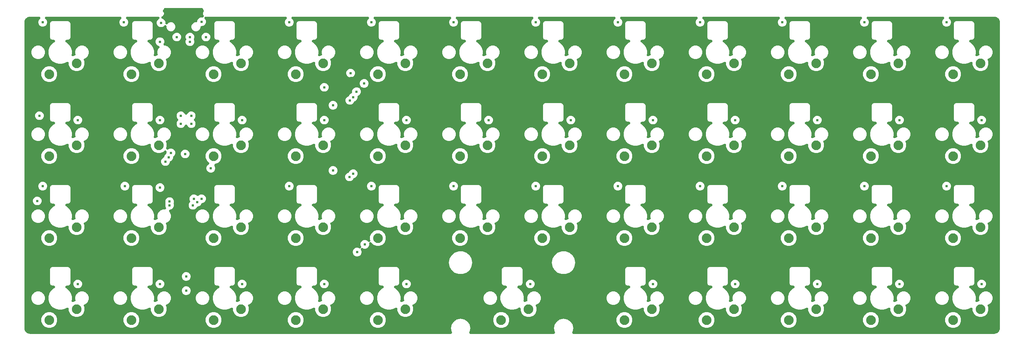
<source format=gbr>
G04 EAGLE Gerber RS-274X export*
G75*
%MOMM*%
%FSLAX34Y34*%
%LPD*%
%INCopper Layer 15*%
%IPPOS*%
%AMOC8*
5,1,8,0,0,1.08239X$1,22.5*%
G01*
%ADD10C,2.247900*%
%ADD11C,0.900000*%
%ADD12C,3.716000*%
%ADD13C,0.610000*%

G36*
X1096106Y107525D02*
X1096106Y107525D01*
X1096354Y107545D01*
X1096356Y107545D01*
X1096358Y107546D01*
X1096594Y107605D01*
X1096828Y107663D01*
X1096830Y107664D01*
X1096833Y107664D01*
X1097058Y107762D01*
X1097278Y107857D01*
X1097280Y107858D01*
X1097282Y107859D01*
X1097477Y107984D01*
X1097690Y108121D01*
X1097692Y108122D01*
X1097694Y108124D01*
X1097863Y108277D01*
X1098053Y108449D01*
X1098055Y108450D01*
X1098057Y108452D01*
X1098207Y108640D01*
X1098359Y108831D01*
X1098360Y108833D01*
X1098361Y108835D01*
X1098480Y109048D01*
X1098598Y109258D01*
X1098599Y109260D01*
X1098600Y109262D01*
X1098678Y109479D01*
X1098764Y109718D01*
X1098765Y109721D01*
X1098766Y109723D01*
X1098810Y109964D01*
X1098854Y110200D01*
X1098854Y110202D01*
X1098854Y110204D01*
X1098859Y110435D01*
X1098864Y110689D01*
X1098863Y110691D01*
X1098864Y110693D01*
X1098830Y110921D01*
X1098794Y111173D01*
X1098793Y111175D01*
X1098793Y111178D01*
X1098717Y111417D01*
X1098646Y111640D01*
X1098645Y111642D01*
X1098645Y111644D01*
X1098423Y112080D01*
X1098386Y112130D01*
X1098373Y112155D01*
X1096683Y120650D01*
X1098372Y129141D01*
X1100836Y132829D01*
X1103181Y136339D01*
X1110379Y141148D01*
X1118870Y142837D01*
X1127361Y141148D01*
X1134559Y136339D01*
X1139368Y129141D01*
X1141057Y120650D01*
X1139367Y112156D01*
X1139260Y111963D01*
X1139140Y111748D01*
X1139139Y111746D01*
X1139138Y111744D01*
X1139058Y111519D01*
X1138974Y111287D01*
X1138974Y111285D01*
X1138973Y111283D01*
X1138930Y111047D01*
X1138886Y110806D01*
X1138886Y110804D01*
X1138885Y110801D01*
X1138881Y110558D01*
X1138876Y110317D01*
X1138877Y110314D01*
X1138877Y110312D01*
X1138912Y110072D01*
X1138947Y109832D01*
X1138948Y109830D01*
X1138948Y109828D01*
X1139023Y109594D01*
X1139095Y109366D01*
X1139096Y109364D01*
X1139097Y109362D01*
X1139206Y109148D01*
X1139317Y108930D01*
X1139319Y108928D01*
X1139320Y108926D01*
X1139464Y108731D01*
X1139608Y108536D01*
X1139609Y108534D01*
X1139611Y108532D01*
X1139787Y108361D01*
X1139958Y108194D01*
X1139960Y108193D01*
X1139962Y108191D01*
X1140163Y108051D01*
X1140359Y107914D01*
X1140361Y107913D01*
X1140363Y107912D01*
X1140574Y107811D01*
X1140801Y107703D01*
X1140803Y107702D01*
X1140805Y107701D01*
X1141033Y107635D01*
X1141271Y107566D01*
X1141273Y107566D01*
X1141275Y107565D01*
X1141761Y107508D01*
X1141823Y107510D01*
X1141870Y107506D01*
X1334630Y107506D01*
X1334866Y107525D01*
X1335114Y107545D01*
X1335116Y107545D01*
X1335118Y107546D01*
X1335354Y107605D01*
X1335588Y107663D01*
X1335590Y107664D01*
X1335593Y107664D01*
X1335818Y107762D01*
X1336038Y107857D01*
X1336040Y107858D01*
X1336042Y107859D01*
X1336237Y107984D01*
X1336450Y108121D01*
X1336452Y108122D01*
X1336454Y108124D01*
X1336623Y108277D01*
X1336813Y108449D01*
X1336815Y108450D01*
X1336817Y108452D01*
X1336967Y108640D01*
X1337119Y108831D01*
X1337120Y108833D01*
X1337121Y108835D01*
X1337240Y109048D01*
X1337358Y109258D01*
X1337359Y109260D01*
X1337360Y109262D01*
X1337438Y109479D01*
X1337524Y109718D01*
X1337525Y109721D01*
X1337526Y109723D01*
X1337570Y109964D01*
X1337614Y110200D01*
X1337614Y110202D01*
X1337614Y110204D01*
X1337619Y110435D01*
X1337624Y110689D01*
X1337623Y110691D01*
X1337624Y110693D01*
X1337590Y110921D01*
X1337554Y111173D01*
X1337553Y111175D01*
X1337553Y111178D01*
X1337477Y111417D01*
X1337406Y111640D01*
X1337405Y111642D01*
X1337405Y111644D01*
X1337183Y112080D01*
X1337146Y112130D01*
X1337133Y112155D01*
X1335443Y120650D01*
X1337132Y129141D01*
X1339596Y132829D01*
X1341941Y136339D01*
X1349139Y141148D01*
X1357630Y142837D01*
X1366121Y141148D01*
X1373319Y136339D01*
X1378128Y129141D01*
X1379817Y120650D01*
X1378127Y112156D01*
X1378020Y111963D01*
X1377900Y111748D01*
X1377899Y111746D01*
X1377898Y111744D01*
X1377818Y111519D01*
X1377734Y111287D01*
X1377734Y111285D01*
X1377733Y111283D01*
X1377690Y111047D01*
X1377646Y110806D01*
X1377646Y110804D01*
X1377645Y110801D01*
X1377641Y110558D01*
X1377636Y110317D01*
X1377637Y110314D01*
X1377637Y110312D01*
X1377672Y110072D01*
X1377707Y109832D01*
X1377708Y109830D01*
X1377708Y109828D01*
X1377783Y109594D01*
X1377855Y109366D01*
X1377856Y109364D01*
X1377857Y109362D01*
X1377966Y109148D01*
X1378077Y108930D01*
X1378079Y108928D01*
X1378080Y108926D01*
X1378224Y108731D01*
X1378368Y108536D01*
X1378369Y108534D01*
X1378371Y108532D01*
X1378547Y108361D01*
X1378718Y108194D01*
X1378720Y108193D01*
X1378722Y108191D01*
X1378923Y108051D01*
X1379119Y107914D01*
X1379121Y107913D01*
X1379123Y107912D01*
X1379334Y107811D01*
X1379561Y107703D01*
X1379563Y107702D01*
X1379565Y107701D01*
X1379793Y107635D01*
X1380031Y107566D01*
X1380033Y107566D01*
X1380035Y107565D01*
X1380521Y107508D01*
X1380583Y107510D01*
X1380630Y107506D01*
X2356000Y107506D01*
X2356139Y107517D01*
X2356235Y107515D01*
X2357799Y107638D01*
X2357850Y107646D01*
X2357902Y107648D01*
X2358024Y107674D01*
X2358282Y107716D01*
X2358402Y107756D01*
X2358490Y107776D01*
X2361464Y108742D01*
X2361621Y108807D01*
X2361781Y108865D01*
X2361836Y108897D01*
X2361916Y108931D01*
X2362222Y109122D01*
X2362301Y109168D01*
X2364830Y111006D01*
X2364959Y111117D01*
X2365093Y111221D01*
X2365136Y111269D01*
X2365202Y111325D01*
X2365434Y111602D01*
X2365494Y111670D01*
X2367332Y114199D01*
X2367420Y114344D01*
X2367516Y114485D01*
X2367542Y114544D01*
X2367586Y114618D01*
X2367721Y114952D01*
X2367758Y115036D01*
X2368724Y118010D01*
X2368736Y118060D01*
X2368755Y118109D01*
X2368777Y118232D01*
X2368837Y118486D01*
X2368846Y118613D01*
X2368862Y118701D01*
X2368985Y120265D01*
X2368985Y120404D01*
X2368994Y120500D01*
X2368994Y832000D01*
X2368983Y832139D01*
X2368985Y832235D01*
X2368862Y833799D01*
X2368854Y833850D01*
X2368852Y833902D01*
X2368826Y834024D01*
X2368784Y834282D01*
X2368744Y834402D01*
X2368724Y834490D01*
X2367758Y837464D01*
X2367693Y837621D01*
X2367635Y837781D01*
X2367603Y837836D01*
X2367569Y837916D01*
X2367378Y838222D01*
X2367332Y838301D01*
X2365494Y840830D01*
X2365383Y840959D01*
X2365279Y841093D01*
X2365231Y841136D01*
X2365175Y841202D01*
X2364898Y841434D01*
X2364830Y841494D01*
X2362301Y843332D01*
X2362156Y843420D01*
X2362015Y843516D01*
X2361956Y843542D01*
X2361882Y843586D01*
X2361548Y843721D01*
X2361464Y843758D01*
X2358490Y844724D01*
X2358440Y844736D01*
X2358391Y844755D01*
X2358268Y844777D01*
X2358014Y844837D01*
X2357887Y844846D01*
X2357799Y844862D01*
X2356235Y844985D01*
X2356096Y844985D01*
X2356000Y844994D01*
X2253670Y844994D01*
X2253623Y844990D01*
X2253576Y844993D01*
X2253379Y844970D01*
X2253183Y844954D01*
X2253137Y844943D01*
X2253090Y844938D01*
X2252899Y844884D01*
X2252708Y844836D01*
X2252665Y844817D01*
X2252619Y844804D01*
X2252440Y844720D01*
X2252259Y844641D01*
X2252219Y844616D01*
X2252176Y844596D01*
X2252013Y844483D01*
X2251847Y844376D01*
X2251812Y844345D01*
X2251773Y844318D01*
X2251630Y844180D01*
X2251484Y844048D01*
X2251455Y844011D01*
X2251421Y843978D01*
X2251303Y843820D01*
X2251179Y843665D01*
X2251156Y843624D01*
X2251128Y843586D01*
X2251037Y843411D01*
X2250941Y843238D01*
X2250925Y843193D01*
X2250903Y843151D01*
X2250842Y842963D01*
X2250775Y842777D01*
X2250766Y842731D01*
X2250752Y842686D01*
X2250722Y842491D01*
X2250686Y842296D01*
X2250685Y842249D01*
X2250678Y842202D01*
X2250681Y842004D01*
X2250677Y841807D01*
X2250684Y841760D01*
X2250684Y841713D01*
X2250719Y841518D01*
X2250748Y841322D01*
X2250762Y841277D01*
X2250770Y841231D01*
X2250836Y841044D01*
X2250896Y840856D01*
X2250917Y840814D01*
X2250933Y840769D01*
X2251028Y840596D01*
X2251118Y840420D01*
X2251146Y840382D01*
X2251169Y840340D01*
X2251247Y840245D01*
X2251408Y840026D01*
X2251495Y839941D01*
X2251550Y839874D01*
X2253881Y837543D01*
X2255411Y833849D01*
X2255411Y829851D01*
X2253881Y826157D01*
X2251053Y823329D01*
X2247359Y821799D01*
X2243361Y821799D01*
X2239667Y823329D01*
X2236839Y826157D01*
X2235309Y829851D01*
X2235309Y833849D01*
X2236839Y837543D01*
X2239170Y839874D01*
X2239201Y839910D01*
X2239236Y839942D01*
X2239359Y840096D01*
X2239487Y840247D01*
X2239511Y840288D01*
X2239541Y840325D01*
X2239637Y840498D01*
X2239739Y840667D01*
X2239756Y840711D01*
X2239779Y840752D01*
X2239846Y840939D01*
X2239919Y841122D01*
X2239929Y841168D01*
X2239945Y841213D01*
X2239981Y841407D01*
X2240023Y841600D01*
X2240025Y841648D01*
X2240034Y841694D01*
X2240037Y841891D01*
X2240047Y842089D01*
X2240042Y842136D01*
X2240043Y842183D01*
X2240014Y842379D01*
X2239992Y842576D01*
X2239979Y842621D01*
X2239972Y842668D01*
X2239912Y842856D01*
X2239859Y843046D01*
X2239838Y843089D01*
X2239824Y843134D01*
X2239734Y843310D01*
X2239650Y843489D01*
X2239623Y843528D01*
X2239602Y843570D01*
X2239484Y843730D01*
X2239372Y843892D01*
X2239340Y843926D01*
X2239312Y843964D01*
X2239170Y844102D01*
X2239033Y844245D01*
X2238995Y844273D01*
X2238961Y844306D01*
X2238799Y844419D01*
X2238641Y844537D01*
X2238599Y844559D01*
X2238560Y844586D01*
X2238381Y844672D01*
X2238206Y844762D01*
X2238161Y844777D01*
X2238118Y844797D01*
X2237929Y844852D01*
X2237741Y844914D01*
X2237694Y844921D01*
X2237648Y844934D01*
X2237526Y844946D01*
X2237257Y844987D01*
X2237136Y844986D01*
X2237050Y844994D01*
X2063170Y844994D01*
X2063123Y844990D01*
X2063076Y844993D01*
X2062879Y844970D01*
X2062683Y844954D01*
X2062637Y844943D01*
X2062590Y844938D01*
X2062399Y844884D01*
X2062208Y844836D01*
X2062165Y844817D01*
X2062119Y844804D01*
X2061940Y844720D01*
X2061759Y844641D01*
X2061719Y844616D01*
X2061676Y844596D01*
X2061513Y844483D01*
X2061347Y844376D01*
X2061312Y844345D01*
X2061273Y844318D01*
X2061130Y844180D01*
X2060984Y844048D01*
X2060955Y844011D01*
X2060921Y843978D01*
X2060803Y843820D01*
X2060679Y843665D01*
X2060656Y843624D01*
X2060628Y843586D01*
X2060537Y843411D01*
X2060441Y843238D01*
X2060425Y843193D01*
X2060403Y843151D01*
X2060342Y842963D01*
X2060275Y842777D01*
X2060266Y842731D01*
X2060252Y842686D01*
X2060222Y842491D01*
X2060186Y842296D01*
X2060185Y842249D01*
X2060178Y842202D01*
X2060181Y842004D01*
X2060177Y841807D01*
X2060184Y841760D01*
X2060184Y841713D01*
X2060219Y841518D01*
X2060248Y841322D01*
X2060262Y841277D01*
X2060270Y841231D01*
X2060336Y841044D01*
X2060396Y840856D01*
X2060417Y840814D01*
X2060433Y840769D01*
X2060528Y840596D01*
X2060618Y840420D01*
X2060646Y840382D01*
X2060669Y840340D01*
X2060747Y840245D01*
X2060908Y840026D01*
X2060995Y839941D01*
X2061050Y839874D01*
X2063381Y837543D01*
X2064911Y833849D01*
X2064911Y829851D01*
X2063381Y826157D01*
X2060553Y823329D01*
X2056859Y821799D01*
X2052861Y821799D01*
X2049167Y823329D01*
X2046339Y826157D01*
X2044809Y829851D01*
X2044809Y833849D01*
X2046339Y837543D01*
X2048670Y839874D01*
X2048701Y839910D01*
X2048736Y839942D01*
X2048859Y840096D01*
X2048987Y840247D01*
X2049011Y840288D01*
X2049041Y840325D01*
X2049137Y840498D01*
X2049239Y840667D01*
X2049256Y840711D01*
X2049279Y840752D01*
X2049346Y840939D01*
X2049419Y841122D01*
X2049429Y841168D01*
X2049445Y841213D01*
X2049481Y841407D01*
X2049523Y841600D01*
X2049525Y841648D01*
X2049534Y841694D01*
X2049537Y841891D01*
X2049547Y842089D01*
X2049542Y842136D01*
X2049543Y842183D01*
X2049514Y842379D01*
X2049492Y842576D01*
X2049479Y842621D01*
X2049472Y842668D01*
X2049412Y842856D01*
X2049359Y843046D01*
X2049338Y843089D01*
X2049324Y843134D01*
X2049234Y843310D01*
X2049150Y843489D01*
X2049123Y843528D01*
X2049102Y843570D01*
X2048984Y843730D01*
X2048872Y843892D01*
X2048840Y843926D01*
X2048812Y843964D01*
X2048670Y844102D01*
X2048533Y844245D01*
X2048495Y844273D01*
X2048461Y844306D01*
X2048299Y844419D01*
X2048141Y844537D01*
X2048099Y844559D01*
X2048060Y844586D01*
X2047881Y844672D01*
X2047706Y844762D01*
X2047661Y844777D01*
X2047618Y844797D01*
X2047429Y844852D01*
X2047241Y844914D01*
X2047194Y844921D01*
X2047148Y844934D01*
X2047026Y844946D01*
X2046757Y844987D01*
X2046636Y844986D01*
X2046550Y844994D01*
X1872670Y844994D01*
X1872623Y844990D01*
X1872576Y844993D01*
X1872379Y844970D01*
X1872183Y844954D01*
X1872137Y844943D01*
X1872090Y844938D01*
X1871899Y844884D01*
X1871708Y844836D01*
X1871665Y844817D01*
X1871619Y844804D01*
X1871440Y844720D01*
X1871259Y844641D01*
X1871219Y844616D01*
X1871176Y844596D01*
X1871013Y844483D01*
X1870847Y844376D01*
X1870812Y844345D01*
X1870773Y844318D01*
X1870630Y844180D01*
X1870484Y844048D01*
X1870455Y844011D01*
X1870421Y843978D01*
X1870303Y843820D01*
X1870179Y843665D01*
X1870156Y843624D01*
X1870128Y843586D01*
X1870037Y843411D01*
X1869941Y843238D01*
X1869925Y843193D01*
X1869903Y843151D01*
X1869842Y842963D01*
X1869775Y842777D01*
X1869766Y842731D01*
X1869752Y842686D01*
X1869722Y842491D01*
X1869686Y842296D01*
X1869685Y842249D01*
X1869678Y842202D01*
X1869681Y842004D01*
X1869677Y841807D01*
X1869684Y841760D01*
X1869684Y841713D01*
X1869719Y841518D01*
X1869748Y841322D01*
X1869762Y841277D01*
X1869770Y841231D01*
X1869836Y841044D01*
X1869896Y840856D01*
X1869917Y840814D01*
X1869933Y840769D01*
X1870028Y840596D01*
X1870118Y840420D01*
X1870146Y840382D01*
X1870169Y840340D01*
X1870247Y840245D01*
X1870408Y840026D01*
X1870495Y839941D01*
X1870550Y839874D01*
X1872881Y837543D01*
X1874411Y833849D01*
X1874411Y829851D01*
X1872881Y826157D01*
X1870053Y823329D01*
X1866359Y821799D01*
X1862361Y821799D01*
X1858667Y823329D01*
X1855839Y826157D01*
X1854309Y829851D01*
X1854309Y833849D01*
X1855839Y837543D01*
X1858170Y839874D01*
X1858201Y839910D01*
X1858236Y839942D01*
X1858359Y840096D01*
X1858487Y840247D01*
X1858511Y840288D01*
X1858541Y840325D01*
X1858637Y840498D01*
X1858739Y840667D01*
X1858756Y840711D01*
X1858779Y840752D01*
X1858846Y840939D01*
X1858919Y841122D01*
X1858929Y841168D01*
X1858945Y841213D01*
X1858981Y841407D01*
X1859023Y841600D01*
X1859025Y841648D01*
X1859034Y841694D01*
X1859037Y841891D01*
X1859047Y842089D01*
X1859042Y842136D01*
X1859043Y842183D01*
X1859014Y842379D01*
X1858992Y842576D01*
X1858979Y842621D01*
X1858972Y842668D01*
X1858912Y842856D01*
X1858859Y843046D01*
X1858838Y843089D01*
X1858824Y843134D01*
X1858734Y843310D01*
X1858650Y843489D01*
X1858623Y843528D01*
X1858602Y843570D01*
X1858484Y843730D01*
X1858372Y843892D01*
X1858340Y843926D01*
X1858312Y843964D01*
X1858170Y844102D01*
X1858033Y844245D01*
X1857995Y844273D01*
X1857961Y844306D01*
X1857799Y844419D01*
X1857641Y844537D01*
X1857599Y844559D01*
X1857560Y844586D01*
X1857381Y844672D01*
X1857206Y844762D01*
X1857161Y844777D01*
X1857118Y844797D01*
X1856929Y844852D01*
X1856741Y844914D01*
X1856694Y844921D01*
X1856648Y844934D01*
X1856526Y844946D01*
X1856257Y844987D01*
X1856136Y844986D01*
X1856050Y844994D01*
X1682170Y844994D01*
X1682123Y844990D01*
X1682076Y844993D01*
X1681879Y844970D01*
X1681683Y844954D01*
X1681637Y844943D01*
X1681590Y844938D01*
X1681399Y844884D01*
X1681208Y844836D01*
X1681165Y844817D01*
X1681119Y844804D01*
X1680940Y844720D01*
X1680759Y844641D01*
X1680719Y844616D01*
X1680676Y844596D01*
X1680513Y844483D01*
X1680347Y844376D01*
X1680312Y844345D01*
X1680273Y844318D01*
X1680130Y844180D01*
X1679984Y844048D01*
X1679955Y844011D01*
X1679921Y843978D01*
X1679803Y843820D01*
X1679679Y843665D01*
X1679656Y843624D01*
X1679628Y843586D01*
X1679537Y843411D01*
X1679441Y843238D01*
X1679425Y843193D01*
X1679403Y843151D01*
X1679342Y842963D01*
X1679275Y842777D01*
X1679266Y842731D01*
X1679252Y842686D01*
X1679222Y842491D01*
X1679186Y842296D01*
X1679185Y842249D01*
X1679178Y842202D01*
X1679181Y842004D01*
X1679177Y841807D01*
X1679184Y841760D01*
X1679184Y841713D01*
X1679219Y841518D01*
X1679248Y841322D01*
X1679262Y841277D01*
X1679270Y841231D01*
X1679336Y841044D01*
X1679396Y840856D01*
X1679417Y840814D01*
X1679433Y840769D01*
X1679528Y840596D01*
X1679618Y840420D01*
X1679646Y840382D01*
X1679669Y840340D01*
X1679747Y840245D01*
X1679908Y840026D01*
X1679995Y839941D01*
X1680050Y839874D01*
X1682381Y837543D01*
X1683911Y833849D01*
X1683911Y829851D01*
X1682381Y826157D01*
X1679553Y823329D01*
X1675859Y821799D01*
X1671861Y821799D01*
X1668167Y823329D01*
X1665339Y826157D01*
X1663809Y829851D01*
X1663809Y833849D01*
X1665339Y837543D01*
X1667670Y839874D01*
X1667701Y839910D01*
X1667736Y839942D01*
X1667859Y840096D01*
X1667987Y840247D01*
X1668011Y840288D01*
X1668041Y840325D01*
X1668137Y840498D01*
X1668239Y840667D01*
X1668256Y840711D01*
X1668279Y840752D01*
X1668346Y840939D01*
X1668419Y841122D01*
X1668429Y841168D01*
X1668445Y841213D01*
X1668481Y841407D01*
X1668523Y841600D01*
X1668525Y841648D01*
X1668534Y841694D01*
X1668537Y841891D01*
X1668547Y842089D01*
X1668542Y842136D01*
X1668543Y842183D01*
X1668514Y842379D01*
X1668492Y842576D01*
X1668479Y842621D01*
X1668472Y842668D01*
X1668412Y842856D01*
X1668359Y843046D01*
X1668338Y843089D01*
X1668324Y843134D01*
X1668234Y843310D01*
X1668150Y843489D01*
X1668123Y843528D01*
X1668102Y843570D01*
X1667984Y843730D01*
X1667872Y843892D01*
X1667840Y843926D01*
X1667812Y843964D01*
X1667670Y844102D01*
X1667533Y844245D01*
X1667495Y844273D01*
X1667461Y844306D01*
X1667299Y844419D01*
X1667141Y844537D01*
X1667099Y844559D01*
X1667060Y844586D01*
X1666881Y844672D01*
X1666706Y844762D01*
X1666661Y844777D01*
X1666618Y844797D01*
X1666429Y844852D01*
X1666241Y844914D01*
X1666194Y844921D01*
X1666148Y844934D01*
X1666026Y844946D01*
X1665757Y844987D01*
X1665636Y844986D01*
X1665550Y844994D01*
X1491670Y844994D01*
X1491623Y844990D01*
X1491576Y844993D01*
X1491379Y844970D01*
X1491183Y844954D01*
X1491137Y844943D01*
X1491090Y844938D01*
X1490899Y844884D01*
X1490708Y844836D01*
X1490665Y844817D01*
X1490619Y844804D01*
X1490440Y844720D01*
X1490259Y844641D01*
X1490219Y844616D01*
X1490176Y844596D01*
X1490013Y844483D01*
X1489847Y844376D01*
X1489812Y844345D01*
X1489773Y844318D01*
X1489630Y844180D01*
X1489484Y844048D01*
X1489455Y844011D01*
X1489421Y843978D01*
X1489303Y843820D01*
X1489179Y843665D01*
X1489156Y843624D01*
X1489128Y843586D01*
X1489037Y843411D01*
X1488941Y843238D01*
X1488925Y843193D01*
X1488903Y843151D01*
X1488842Y842963D01*
X1488775Y842777D01*
X1488766Y842731D01*
X1488752Y842686D01*
X1488722Y842491D01*
X1488686Y842296D01*
X1488685Y842249D01*
X1488678Y842202D01*
X1488681Y842004D01*
X1488677Y841807D01*
X1488684Y841760D01*
X1488684Y841713D01*
X1488719Y841518D01*
X1488748Y841322D01*
X1488762Y841277D01*
X1488770Y841231D01*
X1488836Y841044D01*
X1488896Y840856D01*
X1488917Y840814D01*
X1488933Y840769D01*
X1489028Y840596D01*
X1489118Y840420D01*
X1489146Y840382D01*
X1489169Y840340D01*
X1489247Y840245D01*
X1489408Y840026D01*
X1489495Y839941D01*
X1489550Y839874D01*
X1491881Y837543D01*
X1493411Y833849D01*
X1493411Y829851D01*
X1491881Y826157D01*
X1489053Y823329D01*
X1485359Y821799D01*
X1481361Y821799D01*
X1477667Y823329D01*
X1474839Y826157D01*
X1473309Y829851D01*
X1473309Y833849D01*
X1474839Y837543D01*
X1477170Y839874D01*
X1477201Y839910D01*
X1477236Y839942D01*
X1477359Y840096D01*
X1477487Y840247D01*
X1477511Y840288D01*
X1477541Y840325D01*
X1477637Y840498D01*
X1477739Y840667D01*
X1477756Y840711D01*
X1477779Y840752D01*
X1477846Y840939D01*
X1477919Y841122D01*
X1477929Y841168D01*
X1477945Y841213D01*
X1477981Y841407D01*
X1478023Y841600D01*
X1478025Y841648D01*
X1478034Y841694D01*
X1478037Y841891D01*
X1478047Y842089D01*
X1478042Y842136D01*
X1478043Y842183D01*
X1478014Y842379D01*
X1477992Y842576D01*
X1477979Y842621D01*
X1477972Y842668D01*
X1477912Y842856D01*
X1477859Y843046D01*
X1477838Y843089D01*
X1477824Y843134D01*
X1477734Y843310D01*
X1477650Y843489D01*
X1477623Y843528D01*
X1477602Y843570D01*
X1477484Y843730D01*
X1477372Y843892D01*
X1477340Y843926D01*
X1477312Y843964D01*
X1477170Y844102D01*
X1477033Y844245D01*
X1476995Y844273D01*
X1476961Y844306D01*
X1476799Y844419D01*
X1476641Y844537D01*
X1476599Y844559D01*
X1476560Y844586D01*
X1476381Y844672D01*
X1476206Y844762D01*
X1476161Y844777D01*
X1476118Y844797D01*
X1475929Y844852D01*
X1475741Y844914D01*
X1475694Y844921D01*
X1475648Y844934D01*
X1475526Y844946D01*
X1475257Y844987D01*
X1475136Y844986D01*
X1475050Y844994D01*
X1301170Y844994D01*
X1301123Y844990D01*
X1301076Y844993D01*
X1300879Y844970D01*
X1300683Y844954D01*
X1300637Y844943D01*
X1300590Y844938D01*
X1300399Y844884D01*
X1300208Y844836D01*
X1300165Y844817D01*
X1300119Y844804D01*
X1299940Y844720D01*
X1299759Y844641D01*
X1299719Y844616D01*
X1299676Y844596D01*
X1299513Y844483D01*
X1299347Y844376D01*
X1299312Y844345D01*
X1299273Y844318D01*
X1299130Y844180D01*
X1298984Y844048D01*
X1298955Y844011D01*
X1298921Y843978D01*
X1298803Y843820D01*
X1298679Y843665D01*
X1298656Y843624D01*
X1298628Y843586D01*
X1298537Y843411D01*
X1298441Y843238D01*
X1298425Y843193D01*
X1298403Y843151D01*
X1298342Y842963D01*
X1298275Y842777D01*
X1298266Y842731D01*
X1298252Y842686D01*
X1298222Y842491D01*
X1298186Y842296D01*
X1298185Y842249D01*
X1298178Y842202D01*
X1298181Y842004D01*
X1298177Y841807D01*
X1298184Y841760D01*
X1298184Y841713D01*
X1298219Y841518D01*
X1298248Y841322D01*
X1298262Y841277D01*
X1298270Y841231D01*
X1298336Y841044D01*
X1298396Y840856D01*
X1298417Y840814D01*
X1298433Y840769D01*
X1298528Y840596D01*
X1298618Y840420D01*
X1298646Y840382D01*
X1298669Y840340D01*
X1298747Y840245D01*
X1298908Y840026D01*
X1298995Y839941D01*
X1299050Y839874D01*
X1301381Y837543D01*
X1302911Y833849D01*
X1302911Y829851D01*
X1301381Y826157D01*
X1298553Y823329D01*
X1294859Y821799D01*
X1290861Y821799D01*
X1287167Y823329D01*
X1284339Y826157D01*
X1282809Y829851D01*
X1282809Y833849D01*
X1284339Y837543D01*
X1286670Y839874D01*
X1286701Y839910D01*
X1286736Y839942D01*
X1286859Y840096D01*
X1286987Y840247D01*
X1287011Y840288D01*
X1287041Y840325D01*
X1287137Y840498D01*
X1287239Y840667D01*
X1287256Y840711D01*
X1287279Y840752D01*
X1287346Y840939D01*
X1287419Y841122D01*
X1287429Y841168D01*
X1287445Y841213D01*
X1287481Y841407D01*
X1287523Y841600D01*
X1287525Y841648D01*
X1287534Y841694D01*
X1287537Y841891D01*
X1287547Y842089D01*
X1287542Y842136D01*
X1287543Y842183D01*
X1287514Y842379D01*
X1287492Y842576D01*
X1287479Y842621D01*
X1287472Y842668D01*
X1287412Y842856D01*
X1287359Y843046D01*
X1287338Y843089D01*
X1287324Y843134D01*
X1287234Y843310D01*
X1287150Y843489D01*
X1287123Y843528D01*
X1287102Y843570D01*
X1286984Y843730D01*
X1286872Y843892D01*
X1286840Y843926D01*
X1286812Y843964D01*
X1286670Y844102D01*
X1286533Y844245D01*
X1286495Y844273D01*
X1286461Y844306D01*
X1286299Y844419D01*
X1286141Y844537D01*
X1286099Y844559D01*
X1286060Y844586D01*
X1285881Y844672D01*
X1285706Y844762D01*
X1285661Y844777D01*
X1285618Y844797D01*
X1285429Y844852D01*
X1285241Y844914D01*
X1285194Y844921D01*
X1285148Y844934D01*
X1285026Y844946D01*
X1284757Y844987D01*
X1284636Y844986D01*
X1284550Y844994D01*
X1110670Y844994D01*
X1110623Y844990D01*
X1110576Y844993D01*
X1110379Y844970D01*
X1110183Y844954D01*
X1110137Y844943D01*
X1110090Y844938D01*
X1109899Y844884D01*
X1109708Y844836D01*
X1109665Y844817D01*
X1109619Y844804D01*
X1109440Y844720D01*
X1109259Y844641D01*
X1109219Y844616D01*
X1109176Y844596D01*
X1109013Y844483D01*
X1108847Y844376D01*
X1108812Y844345D01*
X1108773Y844318D01*
X1108630Y844180D01*
X1108484Y844048D01*
X1108455Y844011D01*
X1108421Y843978D01*
X1108303Y843820D01*
X1108179Y843665D01*
X1108156Y843624D01*
X1108128Y843586D01*
X1108037Y843411D01*
X1107941Y843238D01*
X1107925Y843193D01*
X1107903Y843151D01*
X1107842Y842963D01*
X1107775Y842777D01*
X1107766Y842731D01*
X1107752Y842686D01*
X1107722Y842491D01*
X1107686Y842296D01*
X1107685Y842249D01*
X1107678Y842202D01*
X1107681Y842004D01*
X1107677Y841807D01*
X1107684Y841760D01*
X1107684Y841713D01*
X1107719Y841518D01*
X1107748Y841322D01*
X1107762Y841277D01*
X1107770Y841231D01*
X1107836Y841044D01*
X1107896Y840856D01*
X1107917Y840814D01*
X1107933Y840769D01*
X1108028Y840596D01*
X1108118Y840420D01*
X1108146Y840382D01*
X1108169Y840340D01*
X1108247Y840245D01*
X1108408Y840026D01*
X1108495Y839941D01*
X1108550Y839874D01*
X1110881Y837543D01*
X1112411Y833849D01*
X1112411Y829851D01*
X1110881Y826157D01*
X1108053Y823329D01*
X1104359Y821799D01*
X1100361Y821799D01*
X1096667Y823329D01*
X1093839Y826157D01*
X1092309Y829851D01*
X1092309Y833849D01*
X1093839Y837543D01*
X1096170Y839874D01*
X1096201Y839910D01*
X1096236Y839942D01*
X1096359Y840096D01*
X1096487Y840247D01*
X1096511Y840288D01*
X1096541Y840325D01*
X1096637Y840498D01*
X1096739Y840667D01*
X1096756Y840711D01*
X1096779Y840752D01*
X1096846Y840939D01*
X1096919Y841122D01*
X1096929Y841168D01*
X1096945Y841213D01*
X1096981Y841407D01*
X1097023Y841600D01*
X1097025Y841648D01*
X1097034Y841694D01*
X1097037Y841891D01*
X1097047Y842089D01*
X1097042Y842136D01*
X1097043Y842183D01*
X1097014Y842379D01*
X1096992Y842576D01*
X1096979Y842621D01*
X1096972Y842668D01*
X1096912Y842856D01*
X1096859Y843046D01*
X1096838Y843089D01*
X1096824Y843134D01*
X1096734Y843310D01*
X1096650Y843489D01*
X1096623Y843528D01*
X1096602Y843570D01*
X1096484Y843730D01*
X1096372Y843892D01*
X1096340Y843926D01*
X1096312Y843964D01*
X1096170Y844102D01*
X1096033Y844245D01*
X1095995Y844273D01*
X1095961Y844306D01*
X1095799Y844419D01*
X1095641Y844537D01*
X1095599Y844559D01*
X1095560Y844586D01*
X1095381Y844672D01*
X1095206Y844762D01*
X1095161Y844777D01*
X1095118Y844797D01*
X1094929Y844852D01*
X1094741Y844914D01*
X1094694Y844921D01*
X1094648Y844934D01*
X1094526Y844946D01*
X1094257Y844987D01*
X1094136Y844986D01*
X1094050Y844994D01*
X920170Y844994D01*
X920123Y844990D01*
X920076Y844993D01*
X919879Y844970D01*
X919683Y844954D01*
X919637Y844943D01*
X919590Y844938D01*
X919399Y844884D01*
X919208Y844836D01*
X919165Y844817D01*
X919119Y844804D01*
X918940Y844720D01*
X918759Y844641D01*
X918719Y844616D01*
X918676Y844596D01*
X918513Y844483D01*
X918347Y844376D01*
X918312Y844345D01*
X918273Y844318D01*
X918130Y844180D01*
X917984Y844048D01*
X917955Y844011D01*
X917921Y843978D01*
X917803Y843820D01*
X917679Y843665D01*
X917656Y843624D01*
X917628Y843586D01*
X917537Y843411D01*
X917441Y843238D01*
X917425Y843193D01*
X917403Y843151D01*
X917342Y842963D01*
X917275Y842777D01*
X917266Y842731D01*
X917252Y842686D01*
X917222Y842491D01*
X917186Y842296D01*
X917185Y842249D01*
X917178Y842202D01*
X917181Y842004D01*
X917177Y841807D01*
X917184Y841760D01*
X917184Y841713D01*
X917219Y841518D01*
X917248Y841322D01*
X917262Y841277D01*
X917270Y841231D01*
X917336Y841044D01*
X917396Y840856D01*
X917417Y840814D01*
X917433Y840769D01*
X917528Y840596D01*
X917618Y840420D01*
X917646Y840382D01*
X917669Y840340D01*
X917747Y840245D01*
X917908Y840026D01*
X917995Y839941D01*
X918050Y839874D01*
X920381Y837543D01*
X921911Y833849D01*
X921911Y829851D01*
X920381Y826157D01*
X917553Y823329D01*
X913859Y821799D01*
X909861Y821799D01*
X906167Y823329D01*
X903339Y826157D01*
X901809Y829851D01*
X901809Y833849D01*
X903339Y837543D01*
X905670Y839874D01*
X905701Y839910D01*
X905736Y839942D01*
X905859Y840096D01*
X905987Y840247D01*
X906011Y840288D01*
X906041Y840325D01*
X906137Y840498D01*
X906239Y840667D01*
X906256Y840711D01*
X906279Y840752D01*
X906346Y840939D01*
X906419Y841122D01*
X906429Y841168D01*
X906445Y841213D01*
X906481Y841407D01*
X906523Y841600D01*
X906525Y841648D01*
X906534Y841694D01*
X906537Y841891D01*
X906547Y842089D01*
X906542Y842136D01*
X906543Y842183D01*
X906514Y842379D01*
X906492Y842576D01*
X906479Y842621D01*
X906472Y842668D01*
X906412Y842856D01*
X906359Y843046D01*
X906338Y843089D01*
X906324Y843134D01*
X906234Y843310D01*
X906150Y843489D01*
X906123Y843528D01*
X906102Y843570D01*
X905984Y843730D01*
X905872Y843892D01*
X905840Y843926D01*
X905812Y843964D01*
X905670Y844102D01*
X905533Y844245D01*
X905495Y844273D01*
X905461Y844306D01*
X905299Y844419D01*
X905141Y844537D01*
X905099Y844559D01*
X905060Y844586D01*
X904881Y844672D01*
X904706Y844762D01*
X904661Y844777D01*
X904618Y844797D01*
X904429Y844852D01*
X904241Y844914D01*
X904194Y844921D01*
X904148Y844934D01*
X904026Y844946D01*
X903757Y844987D01*
X903636Y844986D01*
X903550Y844994D01*
X729670Y844994D01*
X729623Y844990D01*
X729576Y844993D01*
X729379Y844970D01*
X729183Y844954D01*
X729137Y844943D01*
X729090Y844938D01*
X728899Y844884D01*
X728708Y844836D01*
X728665Y844817D01*
X728619Y844804D01*
X728440Y844720D01*
X728259Y844641D01*
X728219Y844616D01*
X728176Y844596D01*
X728013Y844483D01*
X727847Y844376D01*
X727812Y844345D01*
X727773Y844318D01*
X727630Y844180D01*
X727484Y844048D01*
X727455Y844011D01*
X727421Y843978D01*
X727303Y843820D01*
X727179Y843665D01*
X727156Y843624D01*
X727128Y843586D01*
X727037Y843411D01*
X726941Y843238D01*
X726925Y843193D01*
X726903Y843151D01*
X726842Y842963D01*
X726775Y842777D01*
X726766Y842731D01*
X726752Y842686D01*
X726722Y842491D01*
X726686Y842296D01*
X726685Y842249D01*
X726678Y842202D01*
X726681Y842004D01*
X726677Y841807D01*
X726684Y841760D01*
X726684Y841713D01*
X726719Y841518D01*
X726748Y841322D01*
X726762Y841277D01*
X726770Y841231D01*
X726836Y841044D01*
X726896Y840856D01*
X726917Y840814D01*
X726933Y840769D01*
X727028Y840596D01*
X727118Y840420D01*
X727146Y840382D01*
X727169Y840340D01*
X727247Y840245D01*
X727408Y840026D01*
X727495Y839941D01*
X727550Y839874D01*
X729881Y837543D01*
X731411Y833849D01*
X731411Y829851D01*
X729881Y826157D01*
X727053Y823329D01*
X723359Y821799D01*
X719361Y821799D01*
X715667Y823329D01*
X712839Y826157D01*
X711309Y829851D01*
X711309Y833849D01*
X712839Y837543D01*
X715170Y839874D01*
X715201Y839910D01*
X715236Y839942D01*
X715359Y840096D01*
X715487Y840247D01*
X715511Y840288D01*
X715541Y840325D01*
X715637Y840498D01*
X715739Y840667D01*
X715756Y840711D01*
X715779Y840752D01*
X715846Y840939D01*
X715919Y841122D01*
X715929Y841168D01*
X715945Y841213D01*
X715981Y841407D01*
X716023Y841600D01*
X716025Y841648D01*
X716034Y841694D01*
X716037Y841891D01*
X716047Y842089D01*
X716042Y842136D01*
X716043Y842183D01*
X716014Y842379D01*
X715992Y842576D01*
X715979Y842621D01*
X715972Y842668D01*
X715912Y842856D01*
X715859Y843046D01*
X715838Y843089D01*
X715824Y843134D01*
X715734Y843310D01*
X715650Y843489D01*
X715623Y843528D01*
X715602Y843570D01*
X715484Y843730D01*
X715372Y843892D01*
X715340Y843926D01*
X715312Y843964D01*
X715170Y844102D01*
X715033Y844245D01*
X714995Y844273D01*
X714961Y844306D01*
X714799Y844419D01*
X714641Y844537D01*
X714599Y844559D01*
X714560Y844586D01*
X714381Y844672D01*
X714206Y844762D01*
X714161Y844777D01*
X714118Y844797D01*
X713929Y844852D01*
X713741Y844914D01*
X713694Y844921D01*
X713648Y844934D01*
X713526Y844946D01*
X713257Y844987D01*
X713136Y844986D01*
X713050Y844994D01*
X527740Y844994D01*
X527693Y844990D01*
X527646Y844993D01*
X527449Y844970D01*
X527253Y844954D01*
X527207Y844943D01*
X527160Y844938D01*
X526970Y844884D01*
X526778Y844836D01*
X526734Y844817D01*
X526689Y844804D01*
X526510Y844720D01*
X526329Y844641D01*
X526289Y844616D01*
X526246Y844596D01*
X526083Y844483D01*
X525917Y844376D01*
X525882Y844345D01*
X525843Y844318D01*
X525700Y844180D01*
X525554Y844048D01*
X525525Y844011D01*
X525491Y843978D01*
X525372Y843820D01*
X525249Y843665D01*
X525226Y843624D01*
X525198Y843586D01*
X525107Y843411D01*
X525011Y843238D01*
X524995Y843193D01*
X524973Y843151D01*
X524912Y842963D01*
X524845Y842777D01*
X524836Y842731D01*
X524822Y842686D01*
X524792Y842491D01*
X524756Y842296D01*
X524755Y842249D01*
X524748Y842202D01*
X524751Y842004D01*
X524747Y841807D01*
X524754Y841760D01*
X524754Y841713D01*
X524789Y841518D01*
X524818Y841322D01*
X524832Y841277D01*
X524840Y841231D01*
X524906Y841044D01*
X524966Y840856D01*
X524987Y840814D01*
X525003Y840769D01*
X525098Y840596D01*
X525188Y840420D01*
X525216Y840382D01*
X525239Y840340D01*
X525317Y840245D01*
X525478Y840026D01*
X525565Y839941D01*
X525620Y839874D01*
X526681Y838813D01*
X528211Y835119D01*
X528211Y831121D01*
X526681Y827427D01*
X523853Y824599D01*
X520159Y823069D01*
X518400Y823069D01*
X518306Y823062D01*
X518212Y823063D01*
X518062Y823042D01*
X517912Y823029D01*
X517821Y823006D01*
X517727Y822993D01*
X517584Y822947D01*
X517437Y822911D01*
X517351Y822873D01*
X517261Y822845D01*
X517126Y822776D01*
X516988Y822716D01*
X516909Y822665D01*
X516825Y822622D01*
X516703Y822533D01*
X516577Y822451D01*
X516507Y822388D01*
X516431Y822332D01*
X516325Y822224D01*
X516214Y822123D01*
X516155Y822049D01*
X516089Y821982D01*
X516003Y821858D01*
X515909Y821740D01*
X515863Y821658D01*
X515809Y821580D01*
X515744Y821444D01*
X515670Y821313D01*
X515638Y821224D01*
X515598Y821139D01*
X515556Y820994D01*
X515505Y820852D01*
X515487Y820759D01*
X515461Y820669D01*
X515450Y820554D01*
X515416Y820371D01*
X515412Y820185D01*
X515401Y820070D01*
X515401Y819261D01*
X513840Y815493D01*
X510957Y812610D01*
X507189Y811049D01*
X503111Y811049D01*
X499343Y812610D01*
X496460Y815493D01*
X494899Y819261D01*
X494899Y823339D01*
X496460Y827107D01*
X499343Y829990D01*
X503111Y831551D01*
X505110Y831551D01*
X505204Y831558D01*
X505298Y831557D01*
X505448Y831578D01*
X505598Y831591D01*
X505689Y831614D01*
X505783Y831627D01*
X505926Y831673D01*
X506073Y831709D01*
X506159Y831747D01*
X506249Y831775D01*
X506384Y831844D01*
X506522Y831904D01*
X506601Y831955D01*
X506685Y831998D01*
X506807Y832087D01*
X506933Y832169D01*
X507003Y832232D01*
X507079Y832288D01*
X507185Y832396D01*
X507296Y832497D01*
X507355Y832571D01*
X507421Y832638D01*
X507507Y832762D01*
X507601Y832880D01*
X507647Y832962D01*
X507701Y833040D01*
X507766Y833176D01*
X507840Y833307D01*
X507872Y833396D01*
X507912Y833481D01*
X507954Y833626D01*
X508005Y833768D01*
X508023Y833861D01*
X508049Y833951D01*
X508060Y834066D01*
X508094Y834249D01*
X508098Y834435D01*
X508109Y834550D01*
X508109Y835119D01*
X509639Y838813D01*
X512467Y841641D01*
X516161Y843171D01*
X520431Y843171D01*
X520478Y843175D01*
X520525Y843172D01*
X520722Y843195D01*
X520919Y843211D01*
X520965Y843222D01*
X521012Y843228D01*
X521202Y843281D01*
X521393Y843329D01*
X521437Y843348D01*
X521482Y843361D01*
X521661Y843445D01*
X521843Y843524D01*
X521882Y843549D01*
X521925Y843570D01*
X522088Y843682D01*
X522254Y843789D01*
X522289Y843820D01*
X522328Y843847D01*
X522471Y843985D01*
X522617Y844117D01*
X522647Y844154D01*
X522681Y844187D01*
X522799Y844345D01*
X522922Y844500D01*
X522945Y844541D01*
X522973Y844579D01*
X523064Y844754D01*
X523160Y844927D01*
X523177Y844972D01*
X523198Y845014D01*
X523259Y845202D01*
X523326Y845388D01*
X523335Y845434D01*
X523349Y845479D01*
X523379Y845674D01*
X523415Y845869D01*
X523416Y845916D01*
X523423Y845963D01*
X523420Y846161D01*
X523424Y846358D01*
X523417Y846405D01*
X523417Y846453D01*
X523382Y846647D01*
X523354Y846843D01*
X523339Y846888D01*
X523331Y846934D01*
X523265Y847121D01*
X523205Y847309D01*
X523184Y847351D01*
X523168Y847396D01*
X523073Y847569D01*
X522983Y847745D01*
X522955Y847783D01*
X522932Y847825D01*
X522860Y847914D01*
X521744Y850606D01*
X521744Y861995D01*
X521737Y862089D01*
X521738Y862183D01*
X521717Y862333D01*
X521704Y862483D01*
X521681Y862574D01*
X521668Y862668D01*
X521622Y862811D01*
X521586Y862958D01*
X521548Y863044D01*
X521520Y863134D01*
X521451Y863269D01*
X521391Y863407D01*
X521340Y863486D01*
X521297Y863570D01*
X521208Y863692D01*
X521126Y863818D01*
X521063Y863888D01*
X521007Y863964D01*
X520899Y864070D01*
X520798Y864181D01*
X520724Y864240D01*
X520657Y864306D01*
X520533Y864392D01*
X520415Y864486D01*
X520333Y864532D01*
X520255Y864586D01*
X520119Y864651D01*
X519988Y864725D01*
X519899Y864757D01*
X519814Y864797D01*
X519669Y864839D01*
X519527Y864890D01*
X519434Y864908D01*
X519344Y864934D01*
X519229Y864945D01*
X519046Y864979D01*
X518860Y864983D01*
X518745Y864994D01*
X433755Y864994D01*
X433661Y864987D01*
X433567Y864988D01*
X433417Y864967D01*
X433267Y864954D01*
X433176Y864931D01*
X433082Y864918D01*
X432939Y864872D01*
X432792Y864836D01*
X432706Y864798D01*
X432616Y864770D01*
X432481Y864701D01*
X432343Y864641D01*
X432264Y864590D01*
X432180Y864547D01*
X432058Y864458D01*
X431932Y864376D01*
X431862Y864313D01*
X431786Y864257D01*
X431680Y864149D01*
X431569Y864048D01*
X431510Y863974D01*
X431444Y863907D01*
X431358Y863783D01*
X431264Y863665D01*
X431218Y863583D01*
X431164Y863505D01*
X431099Y863369D01*
X431025Y863238D01*
X430993Y863149D01*
X430953Y863064D01*
X430911Y862919D01*
X430860Y862777D01*
X430842Y862684D01*
X430816Y862594D01*
X430805Y862479D01*
X430771Y862296D01*
X430767Y862110D01*
X430756Y861995D01*
X430756Y850606D01*
X429689Y848032D01*
X427718Y846061D01*
X427084Y845798D01*
X427042Y845776D01*
X426997Y845760D01*
X426824Y845665D01*
X426648Y845574D01*
X426611Y845546D01*
X426569Y845523D01*
X426414Y845401D01*
X426255Y845283D01*
X426222Y845249D01*
X426185Y845220D01*
X426053Y845074D01*
X425915Y844932D01*
X425888Y844893D01*
X425856Y844858D01*
X425749Y844692D01*
X425636Y844529D01*
X425615Y844486D01*
X425590Y844447D01*
X425511Y844266D01*
X425426Y844087D01*
X425413Y844042D01*
X425394Y843998D01*
X425345Y843807D01*
X425291Y843617D01*
X425285Y843570D01*
X425274Y843524D01*
X425257Y843327D01*
X425234Y843131D01*
X425236Y843083D01*
X425232Y843036D01*
X425248Y842839D01*
X425257Y842642D01*
X425267Y842595D01*
X425271Y842548D01*
X425318Y842356D01*
X425359Y842163D01*
X425377Y842119D01*
X425388Y842073D01*
X425466Y841891D01*
X425538Y841707D01*
X425562Y841667D01*
X425581Y841623D01*
X425688Y841456D01*
X425789Y841287D01*
X425819Y841251D01*
X425845Y841211D01*
X425977Y841064D01*
X426104Y840913D01*
X426140Y840882D01*
X426172Y840847D01*
X426326Y840724D01*
X426476Y840595D01*
X426517Y840570D01*
X426554Y840541D01*
X426662Y840483D01*
X426895Y840342D01*
X427008Y840297D01*
X427084Y840256D01*
X429873Y839101D01*
X432701Y836273D01*
X434231Y832579D01*
X434231Y829918D01*
X434235Y829871D01*
X434232Y829824D01*
X434255Y829627D01*
X434271Y829430D01*
X434282Y829385D01*
X434287Y829338D01*
X434341Y829147D01*
X434389Y828956D01*
X434408Y828912D01*
X434421Y828867D01*
X434505Y828688D01*
X434584Y828506D01*
X434609Y828467D01*
X434629Y828424D01*
X434742Y828261D01*
X434849Y828095D01*
X434880Y828060D01*
X434907Y828021D01*
X435045Y827878D01*
X435177Y827732D01*
X435214Y827703D01*
X435247Y827668D01*
X435405Y827550D01*
X435560Y827427D01*
X435601Y827404D01*
X435639Y827376D01*
X435814Y827285D01*
X435987Y827189D01*
X436032Y827173D01*
X436074Y827151D01*
X436262Y827090D01*
X436448Y827023D01*
X436494Y827014D01*
X436539Y827000D01*
X436734Y826970D01*
X436929Y826934D01*
X436976Y826933D01*
X437023Y826926D01*
X437221Y826929D01*
X437418Y826925D01*
X437465Y826932D01*
X437512Y826932D01*
X437707Y826967D01*
X437903Y826995D01*
X437948Y827010D01*
X437994Y827018D01*
X438181Y827084D01*
X438369Y827144D01*
X438411Y827165D01*
X438456Y827181D01*
X438629Y827276D01*
X438805Y827366D01*
X438843Y827394D01*
X438885Y827417D01*
X438980Y827495D01*
X439199Y827656D01*
X439284Y827743D01*
X439351Y827797D01*
X441543Y829990D01*
X445311Y831551D01*
X449389Y831551D01*
X453157Y829990D01*
X456040Y827107D01*
X457601Y823339D01*
X457601Y819261D01*
X456040Y815493D01*
X453157Y812610D01*
X449389Y811049D01*
X445311Y811049D01*
X441543Y812610D01*
X438660Y815493D01*
X437099Y819261D01*
X437099Y822045D01*
X437095Y822092D01*
X437098Y822139D01*
X437075Y822336D01*
X437059Y822532D01*
X437048Y822578D01*
X437043Y822625D01*
X436989Y822816D01*
X436941Y823007D01*
X436922Y823050D01*
X436909Y823096D01*
X436825Y823275D01*
X436746Y823456D01*
X436721Y823496D01*
X436701Y823539D01*
X436588Y823702D01*
X436481Y823868D01*
X436450Y823903D01*
X436423Y823942D01*
X436285Y824085D01*
X436153Y824231D01*
X436116Y824260D01*
X436083Y824294D01*
X435925Y824413D01*
X435770Y824536D01*
X435729Y824559D01*
X435691Y824587D01*
X435516Y824678D01*
X435343Y824774D01*
X435298Y824790D01*
X435256Y824812D01*
X435068Y824873D01*
X434882Y824940D01*
X434836Y824949D01*
X434791Y824963D01*
X434596Y824993D01*
X434401Y825029D01*
X434354Y825030D01*
X434307Y825037D01*
X434109Y825034D01*
X433912Y825038D01*
X433865Y825031D01*
X433818Y825031D01*
X433623Y824996D01*
X433427Y824967D01*
X433382Y824953D01*
X433336Y824945D01*
X433149Y824879D01*
X432961Y824819D01*
X432919Y824798D01*
X432874Y824782D01*
X432701Y824687D01*
X432525Y824597D01*
X432487Y824569D01*
X432445Y824546D01*
X432350Y824468D01*
X432131Y824307D01*
X432046Y824220D01*
X431979Y824165D01*
X429873Y822059D01*
X426179Y820529D01*
X422181Y820529D01*
X418487Y822059D01*
X415659Y824887D01*
X414129Y828581D01*
X414129Y832579D01*
X415659Y836273D01*
X418487Y839101D01*
X418785Y839224D01*
X418915Y839291D01*
X419049Y839349D01*
X419132Y839402D01*
X419220Y839448D01*
X419338Y839535D01*
X419460Y839614D01*
X419534Y839680D01*
X419613Y839739D01*
X419715Y839844D01*
X419823Y839942D01*
X419885Y840019D01*
X419954Y840090D01*
X420037Y840210D01*
X420128Y840325D01*
X420177Y840411D01*
X420233Y840493D01*
X420296Y840625D01*
X420367Y840752D01*
X420400Y840845D01*
X420443Y840935D01*
X420483Y841075D01*
X420533Y841213D01*
X420550Y841310D01*
X420578Y841405D01*
X420595Y841550D01*
X420621Y841694D01*
X420623Y841793D01*
X420635Y841891D01*
X420628Y842038D01*
X420630Y842183D01*
X420616Y842281D01*
X420612Y842380D01*
X420581Y842523D01*
X420560Y842668D01*
X420530Y842762D01*
X420509Y842859D01*
X420456Y842995D01*
X420412Y843134D01*
X420367Y843222D01*
X420331Y843314D01*
X420256Y843440D01*
X420189Y843570D01*
X420131Y843650D01*
X420080Y843735D01*
X419986Y843847D01*
X419899Y843964D01*
X419828Y844033D01*
X419765Y844109D01*
X419653Y844204D01*
X419549Y844306D01*
X419468Y844363D01*
X419392Y844427D01*
X419268Y844502D01*
X419148Y844586D01*
X419058Y844629D01*
X418973Y844680D01*
X418838Y844734D01*
X418706Y844797D01*
X418611Y844825D01*
X418519Y844862D01*
X418376Y844893D01*
X418236Y844934D01*
X418153Y844942D01*
X418041Y844967D01*
X417758Y844982D01*
X417637Y844994D01*
X346130Y844994D01*
X346083Y844990D01*
X346036Y844993D01*
X345839Y844970D01*
X345643Y844954D01*
X345597Y844943D01*
X345550Y844938D01*
X345359Y844884D01*
X345168Y844836D01*
X345125Y844817D01*
X345079Y844804D01*
X344900Y844720D01*
X344719Y844641D01*
X344679Y844616D01*
X344636Y844596D01*
X344473Y844483D01*
X344307Y844376D01*
X344272Y844345D01*
X344233Y844318D01*
X344090Y844180D01*
X343944Y844048D01*
X343915Y844011D01*
X343881Y843978D01*
X343763Y843820D01*
X343639Y843665D01*
X343616Y843624D01*
X343588Y843586D01*
X343497Y843411D01*
X343401Y843238D01*
X343385Y843193D01*
X343363Y843151D01*
X343302Y842963D01*
X343235Y842777D01*
X343226Y842731D01*
X343212Y842686D01*
X343182Y842491D01*
X343146Y842296D01*
X343145Y842249D01*
X343138Y842202D01*
X343141Y842004D01*
X343137Y841807D01*
X343144Y841760D01*
X343144Y841713D01*
X343179Y841518D01*
X343208Y841322D01*
X343222Y841277D01*
X343230Y841231D01*
X343296Y841044D01*
X343356Y840856D01*
X343377Y840814D01*
X343393Y840769D01*
X343488Y840596D01*
X343578Y840420D01*
X343606Y840382D01*
X343629Y840340D01*
X343707Y840245D01*
X343868Y840026D01*
X343955Y839941D01*
X344010Y839874D01*
X346341Y837543D01*
X347871Y833849D01*
X347871Y829851D01*
X346341Y826157D01*
X343513Y823329D01*
X339819Y821799D01*
X335821Y821799D01*
X332127Y823329D01*
X329299Y826157D01*
X327769Y829851D01*
X327769Y833849D01*
X329299Y837543D01*
X331630Y839874D01*
X331661Y839910D01*
X331696Y839942D01*
X331819Y840096D01*
X331947Y840247D01*
X331971Y840288D01*
X332001Y840325D01*
X332097Y840498D01*
X332199Y840667D01*
X332216Y840711D01*
X332239Y840752D01*
X332306Y840939D01*
X332379Y841122D01*
X332389Y841168D01*
X332405Y841213D01*
X332441Y841407D01*
X332483Y841600D01*
X332485Y841648D01*
X332494Y841694D01*
X332497Y841891D01*
X332507Y842089D01*
X332502Y842136D01*
X332503Y842183D01*
X332474Y842379D01*
X332452Y842576D01*
X332439Y842621D01*
X332432Y842668D01*
X332372Y842856D01*
X332319Y843046D01*
X332298Y843089D01*
X332284Y843134D01*
X332194Y843310D01*
X332110Y843489D01*
X332083Y843528D01*
X332062Y843570D01*
X331944Y843730D01*
X331832Y843892D01*
X331800Y843926D01*
X331772Y843964D01*
X331630Y844102D01*
X331493Y844245D01*
X331455Y844273D01*
X331421Y844306D01*
X331259Y844419D01*
X331101Y844537D01*
X331059Y844559D01*
X331020Y844586D01*
X330841Y844672D01*
X330666Y844762D01*
X330621Y844777D01*
X330578Y844797D01*
X330389Y844852D01*
X330201Y844914D01*
X330154Y844921D01*
X330108Y844934D01*
X329986Y844946D01*
X329717Y844987D01*
X329596Y844986D01*
X329510Y844994D01*
X158170Y844994D01*
X158123Y844990D01*
X158076Y844993D01*
X157879Y844970D01*
X157683Y844954D01*
X157637Y844943D01*
X157590Y844938D01*
X157399Y844884D01*
X157208Y844836D01*
X157165Y844817D01*
X157119Y844804D01*
X156940Y844720D01*
X156759Y844641D01*
X156719Y844616D01*
X156676Y844596D01*
X156513Y844483D01*
X156347Y844376D01*
X156312Y844345D01*
X156273Y844318D01*
X156130Y844180D01*
X155984Y844048D01*
X155955Y844011D01*
X155921Y843978D01*
X155803Y843820D01*
X155679Y843665D01*
X155656Y843624D01*
X155628Y843586D01*
X155537Y843411D01*
X155441Y843238D01*
X155425Y843193D01*
X155403Y843151D01*
X155342Y842963D01*
X155275Y842777D01*
X155266Y842731D01*
X155252Y842686D01*
X155222Y842491D01*
X155186Y842296D01*
X155185Y842249D01*
X155178Y842202D01*
X155181Y842004D01*
X155177Y841807D01*
X155184Y841760D01*
X155184Y841713D01*
X155219Y841518D01*
X155248Y841322D01*
X155262Y841277D01*
X155270Y841231D01*
X155336Y841044D01*
X155396Y840856D01*
X155417Y840814D01*
X155433Y840769D01*
X155528Y840596D01*
X155618Y840420D01*
X155646Y840382D01*
X155669Y840340D01*
X155747Y840245D01*
X155908Y840026D01*
X155995Y839941D01*
X156050Y839874D01*
X158381Y837543D01*
X159911Y833849D01*
X159911Y829851D01*
X158381Y826157D01*
X155553Y823329D01*
X151859Y821799D01*
X147861Y821799D01*
X144167Y823329D01*
X141339Y826157D01*
X139809Y829851D01*
X139809Y833849D01*
X141339Y837543D01*
X143670Y839874D01*
X143701Y839910D01*
X143736Y839942D01*
X143859Y840096D01*
X143987Y840247D01*
X144011Y840288D01*
X144041Y840325D01*
X144137Y840498D01*
X144239Y840667D01*
X144256Y840711D01*
X144279Y840752D01*
X144346Y840939D01*
X144419Y841122D01*
X144429Y841168D01*
X144445Y841213D01*
X144481Y841407D01*
X144523Y841600D01*
X144525Y841648D01*
X144534Y841694D01*
X144537Y841891D01*
X144547Y842089D01*
X144542Y842136D01*
X144543Y842183D01*
X144514Y842379D01*
X144492Y842576D01*
X144479Y842621D01*
X144472Y842668D01*
X144412Y842856D01*
X144359Y843046D01*
X144338Y843089D01*
X144324Y843134D01*
X144234Y843310D01*
X144150Y843489D01*
X144123Y843528D01*
X144102Y843570D01*
X143984Y843730D01*
X143872Y843892D01*
X143840Y843926D01*
X143812Y843964D01*
X143670Y844102D01*
X143533Y844245D01*
X143495Y844273D01*
X143461Y844306D01*
X143299Y844419D01*
X143141Y844537D01*
X143099Y844559D01*
X143060Y844586D01*
X142881Y844672D01*
X142706Y844762D01*
X142661Y844777D01*
X142618Y844797D01*
X142429Y844852D01*
X142241Y844914D01*
X142194Y844921D01*
X142148Y844934D01*
X142026Y844946D01*
X141757Y844987D01*
X141636Y844986D01*
X141550Y844994D01*
X120500Y844994D01*
X120361Y844983D01*
X120265Y844985D01*
X118701Y844862D01*
X118650Y844854D01*
X118598Y844852D01*
X118476Y844826D01*
X118218Y844784D01*
X118098Y844744D01*
X118010Y844724D01*
X115036Y843758D01*
X114879Y843693D01*
X114719Y843635D01*
X114664Y843603D01*
X114584Y843569D01*
X114278Y843378D01*
X114199Y843332D01*
X111670Y841494D01*
X111541Y841383D01*
X111407Y841279D01*
X111364Y841231D01*
X111298Y841175D01*
X111066Y840898D01*
X111006Y840830D01*
X109168Y838301D01*
X109080Y838156D01*
X108984Y838015D01*
X108958Y837956D01*
X108914Y837882D01*
X108779Y837548D01*
X108742Y837464D01*
X107776Y834490D01*
X107764Y834440D01*
X107745Y834391D01*
X107723Y834268D01*
X107663Y834014D01*
X107654Y833887D01*
X107638Y833799D01*
X107515Y832235D01*
X107515Y832096D01*
X107506Y832000D01*
X107506Y120500D01*
X107517Y120361D01*
X107515Y120265D01*
X107638Y118701D01*
X107646Y118650D01*
X107648Y118598D01*
X107674Y118476D01*
X107716Y118218D01*
X107756Y118098D01*
X107776Y118010D01*
X108742Y115036D01*
X108807Y114879D01*
X108865Y114719D01*
X108897Y114664D01*
X108931Y114584D01*
X109122Y114278D01*
X109168Y114199D01*
X111006Y111670D01*
X111097Y111563D01*
X111118Y111535D01*
X111131Y111523D01*
X111221Y111407D01*
X111269Y111364D01*
X111325Y111298D01*
X111602Y111066D01*
X111670Y111006D01*
X114199Y109168D01*
X114344Y109080D01*
X114485Y108984D01*
X114544Y108958D01*
X114618Y108914D01*
X114952Y108779D01*
X115036Y108742D01*
X118010Y107776D01*
X118060Y107764D01*
X118109Y107745D01*
X118232Y107723D01*
X118486Y107663D01*
X118613Y107654D01*
X118701Y107638D01*
X120265Y107515D01*
X120404Y107515D01*
X120500Y107506D01*
X1095870Y107506D01*
X1096106Y107525D01*
G37*
%LPC*%
G36*
X432341Y497949D02*
X432341Y497949D01*
X428647Y499479D01*
X425819Y502307D01*
X424289Y506001D01*
X424289Y509999D01*
X425819Y513693D01*
X428647Y516521D01*
X430058Y517105D01*
X430266Y517212D01*
X430485Y517324D01*
X430489Y517327D01*
X430493Y517329D01*
X430683Y517469D01*
X430879Y517614D01*
X430883Y517617D01*
X430886Y517620D01*
X431056Y517795D01*
X431221Y517964D01*
X431224Y517968D01*
X431227Y517971D01*
X431365Y518170D01*
X431501Y518366D01*
X431503Y518370D01*
X431506Y518374D01*
X431606Y518585D01*
X431712Y518807D01*
X431714Y518812D01*
X431716Y518816D01*
X431782Y519047D01*
X431849Y519277D01*
X431849Y519281D01*
X431851Y519286D01*
X431907Y519772D01*
X431905Y519831D01*
X431909Y519876D01*
X431909Y520159D01*
X433439Y523853D01*
X436111Y526525D01*
X436202Y526632D01*
X436301Y526734D01*
X436361Y526819D01*
X436427Y526898D01*
X436500Y527019D01*
X436581Y527135D01*
X436626Y527229D01*
X436679Y527318D01*
X436731Y527449D01*
X436792Y527577D01*
X436821Y527676D01*
X436859Y527773D01*
X436889Y527911D01*
X436929Y528047D01*
X436938Y528133D01*
X436963Y528251D01*
X436977Y528523D01*
X436989Y528645D01*
X436989Y530584D01*
X436989Y530585D01*
X436994Y530683D01*
X437009Y530780D01*
X437007Y530927D01*
X437014Y531073D01*
X437003Y531171D01*
X437001Y531269D01*
X436975Y531414D01*
X436959Y531560D01*
X436932Y531654D01*
X436915Y531751D01*
X436865Y531889D01*
X436825Y532030D01*
X436783Y532119D01*
X436750Y532212D01*
X436679Y532341D01*
X436617Y532473D01*
X436561Y532554D01*
X436513Y532640D01*
X436422Y532755D01*
X436339Y532876D01*
X436271Y532947D01*
X436210Y533024D01*
X436101Y533123D01*
X436000Y533229D01*
X435921Y533288D01*
X435848Y533354D01*
X435725Y533434D01*
X435607Y533522D01*
X435520Y533567D01*
X435438Y533620D01*
X435303Y533679D01*
X435173Y533746D01*
X435079Y533777D01*
X434989Y533816D01*
X434847Y533852D01*
X434707Y533898D01*
X434610Y533912D01*
X434515Y533937D01*
X434369Y533949D01*
X434223Y533971D01*
X434125Y533970D01*
X434027Y533978D01*
X433881Y533967D01*
X433734Y533965D01*
X433637Y533948D01*
X433539Y533940D01*
X433397Y533905D01*
X433252Y533879D01*
X433159Y533847D01*
X433064Y533823D01*
X432929Y533765D01*
X432791Y533716D01*
X432704Y533669D01*
X432614Y533630D01*
X432490Y533551D01*
X432362Y533481D01*
X432298Y533429D01*
X432202Y533367D01*
X431989Y533176D01*
X431895Y533100D01*
X429432Y530637D01*
X422728Y527860D01*
X415472Y527860D01*
X408768Y530637D01*
X403637Y535768D01*
X400860Y542472D01*
X400860Y546664D01*
X400848Y546808D01*
X400846Y546952D01*
X400828Y547052D01*
X400820Y547152D01*
X400785Y547292D01*
X400759Y547434D01*
X400726Y547529D01*
X400701Y547626D01*
X400644Y547759D01*
X400595Y547895D01*
X400547Y547983D01*
X400507Y548076D01*
X400429Y548197D01*
X400359Y548324D01*
X400296Y548403D01*
X400242Y548487D01*
X400145Y548594D01*
X400055Y548708D01*
X399981Y548776D01*
X399914Y548850D01*
X399801Y548940D01*
X399694Y549038D01*
X399609Y549092D01*
X399531Y549155D01*
X399404Y549226D01*
X399283Y549304D01*
X399191Y549344D01*
X399103Y549394D01*
X398967Y549443D01*
X398835Y549500D01*
X398737Y549525D01*
X398643Y549559D01*
X398501Y549586D01*
X398361Y549621D01*
X398260Y549630D01*
X398161Y549648D01*
X398017Y549651D01*
X397873Y549663D01*
X397773Y549655D01*
X397672Y549657D01*
X397529Y549636D01*
X397385Y549625D01*
X397287Y549601D01*
X397188Y549587D01*
X397050Y549543D01*
X396910Y549508D01*
X396833Y549474D01*
X396721Y549438D01*
X396472Y549311D01*
X396361Y549261D01*
X391398Y546396D01*
X384547Y544560D01*
X377453Y544560D01*
X370602Y546396D01*
X364459Y549943D01*
X359443Y554959D01*
X355896Y561102D01*
X354060Y567953D01*
X354060Y575047D01*
X355896Y581898D01*
X359443Y588041D01*
X364459Y593057D01*
X367515Y594822D01*
X367675Y594933D01*
X367838Y595038D01*
X367876Y595071D01*
X367917Y595100D01*
X368058Y595236D01*
X368202Y595366D01*
X368233Y595405D01*
X368269Y595440D01*
X368385Y595596D01*
X368506Y595749D01*
X368531Y595793D01*
X368561Y595833D01*
X368650Y596006D01*
X368745Y596176D01*
X368762Y596224D01*
X368785Y596268D01*
X368845Y596453D01*
X368911Y596637D01*
X368920Y596686D01*
X368935Y596734D01*
X368964Y596926D01*
X368999Y597118D01*
X369000Y597168D01*
X369008Y597218D01*
X369005Y597413D01*
X369008Y597607D01*
X369001Y597657D01*
X369000Y597708D01*
X368966Y597899D01*
X368938Y598092D01*
X368923Y598140D01*
X368914Y598189D01*
X368849Y598373D01*
X368790Y598558D01*
X368767Y598603D01*
X368750Y598650D01*
X368656Y598821D01*
X368567Y598994D01*
X368538Y599035D01*
X368513Y599079D01*
X368393Y599232D01*
X368277Y599388D01*
X368241Y599423D01*
X368210Y599463D01*
X368066Y599594D01*
X367927Y599730D01*
X367886Y599759D01*
X367848Y599793D01*
X367685Y599899D01*
X367526Y600010D01*
X367480Y600032D01*
X367438Y600059D01*
X367260Y600137D01*
X367084Y600221D01*
X367036Y600235D01*
X366990Y600256D01*
X366801Y600304D01*
X366614Y600358D01*
X366570Y600362D01*
X366515Y600376D01*
X366028Y600418D01*
X366021Y600418D01*
X366015Y600418D01*
X363032Y600418D01*
X360319Y601542D01*
X358242Y603619D01*
X357118Y606332D01*
X357118Y638268D01*
X358242Y640981D01*
X360319Y643058D01*
X363032Y644182D01*
X398968Y644182D01*
X401681Y643058D01*
X403758Y640981D01*
X404882Y638268D01*
X404882Y606332D01*
X403758Y603619D01*
X401681Y601542D01*
X398968Y600418D01*
X395985Y600418D01*
X395791Y600402D01*
X395596Y600393D01*
X395547Y600382D01*
X395497Y600378D01*
X395308Y600331D01*
X395118Y600290D01*
X395071Y600272D01*
X395022Y600260D01*
X394844Y600182D01*
X394662Y600111D01*
X394619Y600085D01*
X394573Y600065D01*
X394410Y599960D01*
X394242Y599860D01*
X394204Y599827D01*
X394162Y599800D01*
X394018Y599670D01*
X393868Y599544D01*
X393836Y599506D01*
X393798Y599472D01*
X393677Y599320D01*
X393551Y599172D01*
X393525Y599129D01*
X393494Y599089D01*
X393399Y598919D01*
X393298Y598753D01*
X393280Y598706D01*
X393255Y598662D01*
X393189Y598479D01*
X393117Y598298D01*
X393106Y598249D01*
X393089Y598201D01*
X393054Y598010D01*
X393012Y597820D01*
X393010Y597769D01*
X393001Y597720D01*
X392997Y597526D01*
X392987Y597331D01*
X392992Y597281D01*
X392992Y597231D01*
X393020Y597038D01*
X393041Y596845D01*
X393055Y596796D01*
X393062Y596746D01*
X393121Y596561D01*
X393174Y596373D01*
X393195Y596328D01*
X393210Y596280D01*
X393299Y596106D01*
X393381Y595930D01*
X393410Y595889D01*
X393433Y595844D01*
X393548Y595687D01*
X393658Y595527D01*
X393693Y595490D01*
X393723Y595450D01*
X393862Y595314D01*
X393997Y595173D01*
X394033Y595148D01*
X394073Y595108D01*
X394474Y594828D01*
X394481Y594825D01*
X394485Y594822D01*
X397541Y593057D01*
X402557Y588041D01*
X406104Y581898D01*
X407940Y575047D01*
X407940Y567953D01*
X407731Y567174D01*
X407731Y567173D01*
X407485Y566254D01*
X407467Y566160D01*
X407441Y566068D01*
X407423Y565919D01*
X407397Y565773D01*
X407395Y565677D01*
X407384Y565582D01*
X407391Y565433D01*
X407389Y565284D01*
X407403Y565189D01*
X407407Y565093D01*
X407438Y564947D01*
X407460Y564799D01*
X407489Y564708D01*
X407509Y564614D01*
X407564Y564475D01*
X407609Y564333D01*
X407653Y564248D01*
X407688Y564159D01*
X407765Y564030D01*
X407833Y563898D01*
X407890Y563821D01*
X407939Y563738D01*
X408035Y563624D01*
X408123Y563504D01*
X408192Y563437D01*
X408254Y563364D01*
X408368Y563267D01*
X408475Y563163D01*
X408553Y563109D01*
X408626Y563046D01*
X408754Y562969D01*
X408877Y562884D01*
X408963Y562843D01*
X409045Y562793D01*
X409184Y562738D01*
X409318Y562674D01*
X409411Y562647D01*
X409500Y562611D01*
X409645Y562579D01*
X409789Y562538D01*
X409884Y562527D01*
X409978Y562506D01*
X410127Y562498D01*
X410275Y562481D01*
X410371Y562485D01*
X410466Y562480D01*
X410615Y562496D01*
X410764Y562503D01*
X410858Y562523D01*
X410953Y562534D01*
X411063Y562567D01*
X411242Y562605D01*
X411417Y562674D01*
X411529Y562707D01*
X414840Y564079D01*
X414924Y564122D01*
X415012Y564156D01*
X415141Y564233D01*
X415275Y564302D01*
X415351Y564358D01*
X415432Y564407D01*
X415548Y564504D01*
X415669Y564594D01*
X415734Y564661D01*
X415807Y564722D01*
X415905Y564837D01*
X416009Y564945D01*
X416063Y565022D01*
X416124Y565094D01*
X416202Y565223D01*
X416288Y565347D01*
X416329Y565433D01*
X416377Y565513D01*
X416433Y565653D01*
X416498Y565789D01*
X416524Y565880D01*
X416559Y565968D01*
X416591Y566115D01*
X416633Y566260D01*
X416644Y566354D01*
X416664Y566446D01*
X416672Y566596D01*
X416690Y566746D01*
X416685Y566840D01*
X416690Y566934D01*
X416674Y567084D01*
X416667Y567235D01*
X416647Y567327D01*
X416637Y567421D01*
X416603Y567532D01*
X416564Y567713D01*
X416497Y567886D01*
X416463Y567997D01*
X416290Y568415D01*
X416290Y574585D01*
X418651Y580286D01*
X423014Y584649D01*
X428715Y587010D01*
X434885Y587010D01*
X440586Y584649D01*
X444949Y580286D01*
X447310Y574585D01*
X447310Y568415D01*
X444949Y562714D01*
X440586Y558351D01*
X437538Y557089D01*
X437454Y557046D01*
X437366Y557011D01*
X437236Y556934D01*
X437102Y556865D01*
X437027Y556809D01*
X436945Y556761D01*
X436830Y556664D01*
X436709Y556574D01*
X436643Y556506D01*
X436571Y556445D01*
X436473Y556331D01*
X436368Y556223D01*
X436315Y556145D01*
X436253Y556073D01*
X436176Y555944D01*
X436090Y555820D01*
X436049Y555735D01*
X436000Y555654D01*
X435944Y555514D01*
X435880Y555378D01*
X435854Y555287D01*
X435819Y555200D01*
X435786Y555053D01*
X435745Y554908D01*
X435734Y554814D01*
X435713Y554722D01*
X435705Y554571D01*
X435688Y554422D01*
X435692Y554327D01*
X435687Y554233D01*
X435704Y554083D01*
X435711Y553933D01*
X435731Y553840D01*
X435741Y553747D01*
X435775Y553636D01*
X435813Y553454D01*
X435881Y553282D01*
X435914Y553170D01*
X437340Y549728D01*
X437340Y542472D01*
X436296Y539950D01*
X436251Y539810D01*
X436197Y539675D01*
X436176Y539578D01*
X436146Y539484D01*
X436124Y539339D01*
X436093Y539196D01*
X436088Y539097D01*
X436074Y539000D01*
X436076Y538854D01*
X436069Y538708D01*
X436080Y538609D01*
X436081Y538510D01*
X436107Y538366D01*
X436124Y538221D01*
X436151Y538126D01*
X436169Y538029D01*
X436218Y537891D01*
X436258Y537750D01*
X436300Y537661D01*
X436333Y537568D01*
X436404Y537440D01*
X436466Y537308D01*
X436522Y537226D01*
X436570Y537139D01*
X436661Y537025D01*
X436744Y536905D01*
X436812Y536833D01*
X436874Y536756D01*
X436982Y536657D01*
X437083Y536552D01*
X437162Y536493D01*
X437236Y536426D01*
X437358Y536347D01*
X437475Y536259D01*
X437563Y536214D01*
X437646Y536160D01*
X437781Y536102D01*
X437910Y536035D01*
X438004Y536004D01*
X438095Y535964D01*
X438237Y535928D01*
X438376Y535883D01*
X438473Y535868D01*
X438569Y535844D01*
X438715Y535832D01*
X438860Y535810D01*
X438958Y535811D01*
X439057Y535803D01*
X439203Y535814D01*
X439349Y535816D01*
X439446Y535833D01*
X439545Y535841D01*
X439687Y535876D01*
X439831Y535902D01*
X439924Y535935D01*
X440020Y535958D01*
X440154Y536016D01*
X440292Y536065D01*
X440379Y536112D01*
X440470Y536151D01*
X440593Y536230D01*
X440721Y536300D01*
X440785Y536353D01*
X440882Y536415D01*
X441093Y536604D01*
X441187Y536681D01*
X441347Y536841D01*
X445041Y538371D01*
X449039Y538371D01*
X452733Y536841D01*
X455561Y534013D01*
X457091Y530319D01*
X457091Y526321D01*
X455561Y522627D01*
X452889Y519955D01*
X452798Y519847D01*
X452699Y519746D01*
X452640Y519661D01*
X452573Y519582D01*
X452500Y519461D01*
X452419Y519345D01*
X452374Y519251D01*
X452321Y519162D01*
X452269Y519031D01*
X452208Y518903D01*
X452179Y518804D01*
X452141Y518707D01*
X452111Y518569D01*
X452071Y518433D01*
X452062Y518347D01*
X452037Y518229D01*
X452023Y517957D01*
X452011Y517835D01*
X452011Y516161D01*
X450481Y512467D01*
X447653Y509639D01*
X446242Y509055D01*
X446034Y508948D01*
X445815Y508836D01*
X445811Y508833D01*
X445807Y508831D01*
X445617Y508691D01*
X445421Y508546D01*
X445417Y508543D01*
X445414Y508540D01*
X445241Y508362D01*
X445079Y508196D01*
X445076Y508192D01*
X445073Y508189D01*
X444935Y507990D01*
X444799Y507794D01*
X444797Y507790D01*
X444794Y507786D01*
X444693Y507572D01*
X444588Y507353D01*
X444586Y507348D01*
X444584Y507344D01*
X444518Y507113D01*
X444451Y506883D01*
X444451Y506879D01*
X444449Y506874D01*
X444393Y506388D01*
X444395Y506329D01*
X444391Y506284D01*
X444391Y506001D01*
X442861Y502307D01*
X440033Y499479D01*
X436339Y497949D01*
X432341Y497949D01*
G37*
%LPD*%
%LPC*%
G36*
X415472Y337360D02*
X415472Y337360D01*
X408768Y340137D01*
X403637Y345268D01*
X400860Y351972D01*
X400860Y356164D01*
X400848Y356308D01*
X400846Y356452D01*
X400828Y356552D01*
X400820Y356652D01*
X400785Y356792D01*
X400759Y356934D01*
X400726Y357029D01*
X400701Y357126D01*
X400644Y357259D01*
X400595Y357395D01*
X400547Y357483D01*
X400507Y357576D01*
X400429Y357697D01*
X400359Y357824D01*
X400296Y357903D01*
X400242Y357987D01*
X400145Y358094D01*
X400055Y358208D01*
X399981Y358276D01*
X399914Y358350D01*
X399801Y358440D01*
X399694Y358538D01*
X399609Y358592D01*
X399531Y358655D01*
X399404Y358726D01*
X399283Y358804D01*
X399191Y358844D01*
X399103Y358894D01*
X398967Y358943D01*
X398835Y359000D01*
X398737Y359025D01*
X398643Y359059D01*
X398501Y359086D01*
X398361Y359121D01*
X398260Y359130D01*
X398161Y359148D01*
X398017Y359151D01*
X397873Y359163D01*
X397773Y359155D01*
X397672Y359157D01*
X397529Y359136D01*
X397385Y359125D01*
X397287Y359101D01*
X397188Y359087D01*
X397050Y359043D01*
X396910Y359008D01*
X396833Y358974D01*
X396721Y358938D01*
X396472Y358811D01*
X396361Y358761D01*
X391398Y355896D01*
X384547Y354060D01*
X377453Y354060D01*
X370602Y355896D01*
X364459Y359443D01*
X359443Y364459D01*
X355896Y370602D01*
X354060Y377453D01*
X354060Y384547D01*
X355896Y391398D01*
X359443Y397541D01*
X364459Y402557D01*
X367515Y404322D01*
X367675Y404433D01*
X367838Y404538D01*
X367876Y404571D01*
X367917Y404600D01*
X368058Y404736D01*
X368202Y404866D01*
X368233Y404905D01*
X368269Y404940D01*
X368385Y405096D01*
X368506Y405249D01*
X368531Y405293D01*
X368561Y405333D01*
X368650Y405506D01*
X368745Y405676D01*
X368762Y405724D01*
X368785Y405768D01*
X368845Y405953D01*
X368911Y406137D01*
X368920Y406186D01*
X368935Y406234D01*
X368964Y406426D01*
X368999Y406618D01*
X369000Y406668D01*
X369008Y406718D01*
X369005Y406913D01*
X369008Y407107D01*
X369001Y407157D01*
X369000Y407208D01*
X368966Y407399D01*
X368938Y407592D01*
X368923Y407640D01*
X368914Y407689D01*
X368849Y407873D01*
X368790Y408058D01*
X368767Y408103D01*
X368750Y408150D01*
X368656Y408321D01*
X368567Y408494D01*
X368538Y408535D01*
X368513Y408579D01*
X368393Y408732D01*
X368277Y408888D01*
X368241Y408923D01*
X368210Y408963D01*
X368066Y409094D01*
X367927Y409230D01*
X367886Y409259D01*
X367848Y409293D01*
X367685Y409399D01*
X367526Y409510D01*
X367480Y409532D01*
X367438Y409559D01*
X367260Y409637D01*
X367084Y409721D01*
X367036Y409735D01*
X366990Y409756D01*
X366801Y409804D01*
X366614Y409858D01*
X366570Y409862D01*
X366515Y409876D01*
X366028Y409918D01*
X366021Y409918D01*
X366015Y409918D01*
X363032Y409918D01*
X360319Y411042D01*
X358242Y413119D01*
X357118Y415832D01*
X357118Y447768D01*
X358242Y450481D01*
X360319Y452558D01*
X363032Y453682D01*
X398968Y453682D01*
X401681Y452558D01*
X403758Y450481D01*
X404882Y447768D01*
X404882Y415832D01*
X403758Y413119D01*
X401681Y411042D01*
X398968Y409918D01*
X395985Y409918D01*
X395791Y409902D01*
X395596Y409893D01*
X395547Y409882D01*
X395497Y409878D01*
X395308Y409831D01*
X395118Y409790D01*
X395071Y409772D01*
X395022Y409760D01*
X394844Y409682D01*
X394662Y409611D01*
X394619Y409585D01*
X394573Y409565D01*
X394410Y409460D01*
X394242Y409360D01*
X394204Y409327D01*
X394162Y409300D01*
X394018Y409170D01*
X393868Y409044D01*
X393836Y409006D01*
X393798Y408972D01*
X393677Y408820D01*
X393551Y408672D01*
X393525Y408629D01*
X393494Y408589D01*
X393399Y408419D01*
X393298Y408253D01*
X393280Y408206D01*
X393255Y408162D01*
X393189Y407979D01*
X393117Y407798D01*
X393106Y407749D01*
X393089Y407701D01*
X393054Y407510D01*
X393012Y407320D01*
X393010Y407269D01*
X393001Y407220D01*
X392997Y407026D01*
X392987Y406831D01*
X392992Y406781D01*
X392992Y406731D01*
X393020Y406538D01*
X393041Y406345D01*
X393055Y406296D01*
X393062Y406246D01*
X393121Y406061D01*
X393174Y405873D01*
X393195Y405828D01*
X393210Y405780D01*
X393299Y405606D01*
X393381Y405430D01*
X393410Y405389D01*
X393433Y405344D01*
X393548Y405187D01*
X393658Y405027D01*
X393693Y404990D01*
X393723Y404950D01*
X393862Y404814D01*
X393997Y404673D01*
X394033Y404648D01*
X394073Y404608D01*
X394474Y404328D01*
X394481Y404325D01*
X394485Y404322D01*
X397541Y402557D01*
X402557Y397541D01*
X406104Y391398D01*
X407940Y384547D01*
X407940Y377453D01*
X407485Y375754D01*
X407467Y375660D01*
X407441Y375568D01*
X407423Y375419D01*
X407397Y375273D01*
X407395Y375177D01*
X407384Y375082D01*
X407391Y374933D01*
X407389Y374784D01*
X407403Y374689D01*
X407407Y374593D01*
X407438Y374447D01*
X407460Y374299D01*
X407489Y374208D01*
X407509Y374114D01*
X407564Y373975D01*
X407609Y373833D01*
X407653Y373748D01*
X407688Y373659D01*
X407765Y373530D01*
X407833Y373398D01*
X407890Y373321D01*
X407939Y373238D01*
X408035Y373124D01*
X408123Y373004D01*
X408192Y372937D01*
X408254Y372864D01*
X408368Y372767D01*
X408475Y372663D01*
X408553Y372609D01*
X408626Y372546D01*
X408754Y372469D01*
X408877Y372384D01*
X408963Y372343D01*
X409045Y372293D01*
X409184Y372238D01*
X409318Y372174D01*
X409411Y372147D01*
X409500Y372111D01*
X409645Y372079D01*
X409789Y372038D01*
X409884Y372027D01*
X409978Y372006D01*
X410127Y371998D01*
X410275Y371981D01*
X410371Y371985D01*
X410466Y371980D01*
X410615Y371996D01*
X410764Y372003D01*
X410858Y372023D01*
X410953Y372034D01*
X411063Y372067D01*
X411242Y372105D01*
X411417Y372174D01*
X411529Y372207D01*
X414840Y373579D01*
X414924Y373622D01*
X415012Y373656D01*
X415141Y373733D01*
X415275Y373802D01*
X415351Y373858D01*
X415432Y373907D01*
X415548Y374004D01*
X415669Y374094D01*
X415734Y374161D01*
X415807Y374222D01*
X415905Y374337D01*
X416009Y374445D01*
X416063Y374522D01*
X416124Y374594D01*
X416202Y374723D01*
X416288Y374847D01*
X416329Y374933D01*
X416377Y375013D01*
X416433Y375153D01*
X416498Y375289D01*
X416524Y375380D01*
X416559Y375468D01*
X416591Y375615D01*
X416633Y375760D01*
X416644Y375854D01*
X416664Y375946D01*
X416672Y376096D01*
X416690Y376246D01*
X416685Y376340D01*
X416690Y376434D01*
X416674Y376584D01*
X416667Y376735D01*
X416647Y376827D01*
X416637Y376921D01*
X416603Y377032D01*
X416564Y377213D01*
X416497Y377386D01*
X416463Y377497D01*
X416290Y377915D01*
X416290Y384085D01*
X418651Y389786D01*
X423014Y394149D01*
X428715Y396510D01*
X432867Y396510D01*
X433059Y396525D01*
X433252Y396535D01*
X433303Y396545D01*
X433355Y396550D01*
X433542Y396596D01*
X433731Y396637D01*
X433779Y396656D01*
X433830Y396668D01*
X434007Y396745D01*
X434187Y396816D01*
X434231Y396842D01*
X434279Y396863D01*
X434441Y396967D01*
X434607Y397066D01*
X434647Y397100D01*
X434691Y397128D01*
X434833Y397257D01*
X434981Y397382D01*
X435015Y397421D01*
X435054Y397456D01*
X435174Y397607D01*
X435299Y397754D01*
X435326Y397798D01*
X435358Y397839D01*
X435453Y398008D01*
X435552Y398173D01*
X435572Y398221D01*
X435597Y398266D01*
X435662Y398448D01*
X435734Y398627D01*
X435745Y398678D01*
X435763Y398727D01*
X435798Y398917D01*
X435839Y399105D01*
X435842Y399157D01*
X435851Y399208D01*
X435855Y399401D01*
X435865Y399594D01*
X435860Y399646D01*
X435860Y399697D01*
X435833Y399888D01*
X435811Y400080D01*
X435798Y400124D01*
X435790Y400182D01*
X435642Y400648D01*
X435639Y400653D01*
X435638Y400657D01*
X434087Y404401D01*
X434087Y408399D01*
X434573Y409572D01*
X434616Y409707D01*
X434669Y409838D01*
X434691Y409939D01*
X434723Y410038D01*
X434744Y410178D01*
X434774Y410316D01*
X434780Y410420D01*
X434795Y410522D01*
X434793Y410663D01*
X434800Y410805D01*
X434789Y410908D01*
X434787Y411012D01*
X434762Y411151D01*
X434747Y411291D01*
X434722Y411374D01*
X434700Y411493D01*
X434609Y411749D01*
X434573Y411868D01*
X434087Y413041D01*
X434087Y417039D01*
X435617Y420733D01*
X438445Y423561D01*
X442139Y425091D01*
X446137Y425091D01*
X449831Y423561D01*
X452659Y420733D01*
X454189Y417039D01*
X454189Y413041D01*
X453703Y411868D01*
X453660Y411733D01*
X453607Y411602D01*
X453585Y411501D01*
X453553Y411402D01*
X453532Y411262D01*
X453502Y411124D01*
X453496Y411020D01*
X453481Y410918D01*
X453483Y410777D01*
X453476Y410635D01*
X453487Y410532D01*
X453489Y410428D01*
X453514Y410289D01*
X453529Y410149D01*
X453554Y410066D01*
X453576Y409947D01*
X453667Y409690D01*
X453703Y409572D01*
X454189Y408399D01*
X454189Y404401D01*
X452659Y400707D01*
X449831Y397879D01*
X446137Y396349D01*
X445626Y396349D01*
X445579Y396345D01*
X445531Y396348D01*
X445334Y396325D01*
X445138Y396309D01*
X445092Y396298D01*
X445045Y396293D01*
X444855Y396239D01*
X444663Y396191D01*
X444620Y396172D01*
X444574Y396159D01*
X444395Y396075D01*
X444214Y395996D01*
X444174Y395971D01*
X444131Y395951D01*
X443968Y395838D01*
X443802Y395731D01*
X443767Y395700D01*
X443728Y395673D01*
X443585Y395535D01*
X443439Y395403D01*
X443410Y395366D01*
X443376Y395333D01*
X443257Y395175D01*
X443134Y395020D01*
X443111Y394979D01*
X443083Y394941D01*
X442992Y394766D01*
X442896Y394593D01*
X442880Y394548D01*
X442858Y394506D01*
X442797Y394318D01*
X442730Y394132D01*
X442722Y394086D01*
X442707Y394041D01*
X442677Y393846D01*
X442642Y393651D01*
X442641Y393604D01*
X442634Y393557D01*
X442636Y393359D01*
X442632Y393162D01*
X442639Y393115D01*
X442640Y393068D01*
X442674Y392873D01*
X442703Y392677D01*
X442717Y392632D01*
X442725Y392586D01*
X442791Y392399D01*
X442851Y392211D01*
X442873Y392169D01*
X442888Y392124D01*
X442984Y391951D01*
X443073Y391775D01*
X443101Y391737D01*
X443124Y391695D01*
X443202Y391600D01*
X443364Y391381D01*
X443450Y391296D01*
X443505Y391229D01*
X444949Y389786D01*
X447310Y384085D01*
X447310Y377915D01*
X444949Y372214D01*
X440586Y367851D01*
X437538Y366589D01*
X437454Y366546D01*
X437366Y366511D01*
X437236Y366434D01*
X437102Y366365D01*
X437027Y366309D01*
X436945Y366261D01*
X436830Y366164D01*
X436709Y366074D01*
X436643Y366006D01*
X436571Y365945D01*
X436473Y365831D01*
X436368Y365723D01*
X436315Y365645D01*
X436253Y365573D01*
X436176Y365444D01*
X436090Y365320D01*
X436049Y365235D01*
X436000Y365154D01*
X435944Y365014D01*
X435880Y364878D01*
X435854Y364787D01*
X435819Y364700D01*
X435786Y364553D01*
X435745Y364408D01*
X435734Y364314D01*
X435713Y364222D01*
X435705Y364071D01*
X435688Y363922D01*
X435692Y363827D01*
X435687Y363733D01*
X435704Y363583D01*
X435711Y363433D01*
X435731Y363340D01*
X435741Y363247D01*
X435775Y363136D01*
X435813Y362954D01*
X435881Y362782D01*
X435914Y362670D01*
X437340Y359228D01*
X437340Y351972D01*
X434563Y345268D01*
X429432Y340137D01*
X422728Y337360D01*
X415472Y337360D01*
G37*
%LPD*%
%LPC*%
G36*
X415472Y718360D02*
X415472Y718360D01*
X408768Y721137D01*
X403637Y726268D01*
X400860Y732972D01*
X400860Y737164D01*
X400848Y737308D01*
X400846Y737452D01*
X400828Y737552D01*
X400820Y737652D01*
X400785Y737792D01*
X400759Y737934D01*
X400726Y738029D01*
X400701Y738126D01*
X400644Y738259D01*
X400595Y738395D01*
X400547Y738483D01*
X400507Y738576D01*
X400429Y738697D01*
X400359Y738824D01*
X400296Y738903D01*
X400242Y738987D01*
X400145Y739094D01*
X400055Y739208D01*
X399981Y739276D01*
X399914Y739350D01*
X399801Y739440D01*
X399694Y739538D01*
X399609Y739592D01*
X399531Y739655D01*
X399404Y739726D01*
X399283Y739804D01*
X399191Y739844D01*
X399103Y739894D01*
X398967Y739943D01*
X398835Y740000D01*
X398737Y740025D01*
X398643Y740059D01*
X398501Y740086D01*
X398361Y740121D01*
X398260Y740130D01*
X398161Y740148D01*
X398017Y740151D01*
X397873Y740163D01*
X397773Y740155D01*
X397672Y740157D01*
X397529Y740136D01*
X397385Y740125D01*
X397287Y740101D01*
X397188Y740087D01*
X397050Y740043D01*
X396910Y740008D01*
X396833Y739974D01*
X396721Y739938D01*
X396472Y739811D01*
X396361Y739761D01*
X391398Y736896D01*
X384547Y735060D01*
X377453Y735060D01*
X370602Y736896D01*
X364459Y740443D01*
X359443Y745459D01*
X355896Y751602D01*
X354060Y758453D01*
X354060Y765547D01*
X354331Y766558D01*
X354331Y766559D01*
X355896Y772398D01*
X359443Y778541D01*
X364459Y783557D01*
X367515Y785322D01*
X367675Y785433D01*
X367838Y785538D01*
X367876Y785571D01*
X367917Y785600D01*
X368058Y785736D01*
X368202Y785866D01*
X368233Y785905D01*
X368269Y785940D01*
X368385Y786096D01*
X368506Y786249D01*
X368531Y786293D01*
X368561Y786333D01*
X368650Y786506D01*
X368745Y786676D01*
X368762Y786724D01*
X368785Y786768D01*
X368845Y786953D01*
X368911Y787137D01*
X368920Y787186D01*
X368935Y787234D01*
X368964Y787426D01*
X368999Y787618D01*
X369000Y787668D01*
X369008Y787718D01*
X369005Y787913D01*
X369008Y788107D01*
X369001Y788157D01*
X369000Y788208D01*
X368966Y788399D01*
X368938Y788592D01*
X368923Y788640D01*
X368914Y788689D01*
X368849Y788873D01*
X368790Y789058D01*
X368767Y789103D01*
X368750Y789150D01*
X368656Y789321D01*
X368567Y789494D01*
X368538Y789535D01*
X368513Y789579D01*
X368393Y789732D01*
X368277Y789888D01*
X368241Y789923D01*
X368210Y789963D01*
X368066Y790094D01*
X367927Y790230D01*
X367886Y790259D01*
X367848Y790293D01*
X367685Y790399D01*
X367526Y790510D01*
X367480Y790532D01*
X367438Y790559D01*
X367260Y790637D01*
X367084Y790721D01*
X367036Y790735D01*
X366990Y790756D01*
X366801Y790804D01*
X366614Y790858D01*
X366570Y790862D01*
X366515Y790876D01*
X366028Y790918D01*
X366021Y790918D01*
X366015Y790918D01*
X363032Y790918D01*
X360319Y792042D01*
X358242Y794119D01*
X357118Y796832D01*
X357118Y828768D01*
X358242Y831481D01*
X360319Y833558D01*
X363032Y834682D01*
X398968Y834682D01*
X401681Y833558D01*
X403758Y831481D01*
X404882Y828768D01*
X404882Y796832D01*
X403758Y794119D01*
X401681Y792042D01*
X398968Y790918D01*
X395985Y790918D01*
X395791Y790902D01*
X395596Y790893D01*
X395547Y790882D01*
X395497Y790878D01*
X395308Y790831D01*
X395118Y790790D01*
X395071Y790772D01*
X395022Y790760D01*
X394844Y790682D01*
X394662Y790611D01*
X394619Y790585D01*
X394573Y790565D01*
X394410Y790460D01*
X394242Y790360D01*
X394204Y790327D01*
X394162Y790300D01*
X394018Y790170D01*
X393868Y790044D01*
X393836Y790006D01*
X393798Y789972D01*
X393677Y789820D01*
X393551Y789672D01*
X393525Y789629D01*
X393494Y789589D01*
X393399Y789419D01*
X393298Y789253D01*
X393280Y789206D01*
X393255Y789162D01*
X393189Y788979D01*
X393117Y788798D01*
X393106Y788749D01*
X393089Y788701D01*
X393054Y788510D01*
X393012Y788320D01*
X393010Y788269D01*
X393001Y788220D01*
X392997Y788026D01*
X392987Y787831D01*
X392992Y787781D01*
X392992Y787731D01*
X393020Y787538D01*
X393041Y787345D01*
X393055Y787296D01*
X393062Y787246D01*
X393121Y787061D01*
X393174Y786873D01*
X393195Y786828D01*
X393210Y786780D01*
X393299Y786606D01*
X393381Y786430D01*
X393410Y786389D01*
X393433Y786344D01*
X393548Y786187D01*
X393658Y786027D01*
X393693Y785990D01*
X393723Y785950D01*
X393862Y785814D01*
X393997Y785673D01*
X394033Y785648D01*
X394073Y785608D01*
X394474Y785328D01*
X394481Y785325D01*
X394485Y785322D01*
X397541Y783557D01*
X402557Y778541D01*
X406104Y772398D01*
X407940Y765547D01*
X407940Y758453D01*
X407485Y756754D01*
X407467Y756660D01*
X407441Y756568D01*
X407423Y756419D01*
X407397Y756273D01*
X407395Y756177D01*
X407384Y756082D01*
X407391Y755933D01*
X407389Y755784D01*
X407403Y755689D01*
X407407Y755593D01*
X407438Y755447D01*
X407460Y755299D01*
X407489Y755208D01*
X407509Y755114D01*
X407564Y754975D01*
X407609Y754833D01*
X407653Y754748D01*
X407688Y754659D01*
X407765Y754530D01*
X407833Y754398D01*
X407890Y754321D01*
X407939Y754238D01*
X408035Y754124D01*
X408123Y754004D01*
X408192Y753937D01*
X408254Y753864D01*
X408368Y753767D01*
X408475Y753663D01*
X408553Y753609D01*
X408626Y753546D01*
X408754Y753469D01*
X408877Y753384D01*
X408963Y753343D01*
X409045Y753293D01*
X409184Y753238D01*
X409318Y753174D01*
X409411Y753147D01*
X409500Y753111D01*
X409645Y753079D01*
X409789Y753038D01*
X409884Y753027D01*
X409978Y753006D01*
X410127Y752998D01*
X410275Y752981D01*
X410371Y752985D01*
X410466Y752980D01*
X410615Y752996D01*
X410764Y753003D01*
X410858Y753023D01*
X410953Y753034D01*
X411063Y753067D01*
X411242Y753105D01*
X411417Y753174D01*
X411529Y753207D01*
X414840Y754579D01*
X414924Y754622D01*
X415012Y754656D01*
X415141Y754733D01*
X415275Y754802D01*
X415351Y754858D01*
X415432Y754907D01*
X415548Y755004D01*
X415669Y755094D01*
X415734Y755161D01*
X415807Y755222D01*
X415905Y755337D01*
X416009Y755445D01*
X416063Y755522D01*
X416124Y755594D01*
X416202Y755723D01*
X416288Y755847D01*
X416329Y755933D01*
X416377Y756013D01*
X416433Y756153D01*
X416498Y756289D01*
X416524Y756380D01*
X416559Y756468D01*
X416591Y756615D01*
X416633Y756760D01*
X416644Y756854D01*
X416664Y756946D01*
X416672Y757096D01*
X416690Y757246D01*
X416685Y757340D01*
X416690Y757434D01*
X416674Y757584D01*
X416667Y757735D01*
X416647Y757827D01*
X416637Y757921D01*
X416603Y758032D01*
X416564Y758213D01*
X416497Y758386D01*
X416463Y758497D01*
X416290Y758915D01*
X416290Y765085D01*
X418651Y770786D01*
X419857Y771991D01*
X419982Y772139D01*
X420112Y772281D01*
X420140Y772325D01*
X420174Y772364D01*
X420273Y772530D01*
X420378Y772692D01*
X420399Y772739D01*
X420425Y772784D01*
X420497Y772964D01*
X420574Y773140D01*
X420586Y773191D01*
X420606Y773239D01*
X420647Y773428D01*
X420694Y773615D01*
X420698Y773666D01*
X420709Y773717D01*
X420719Y773910D01*
X420735Y774102D01*
X420731Y774154D01*
X420734Y774206D01*
X420712Y774398D01*
X420697Y774590D01*
X420685Y774641D01*
X420679Y774692D01*
X420626Y774878D01*
X420580Y775066D01*
X420559Y775113D01*
X420545Y775163D01*
X420463Y775338D01*
X420387Y775515D01*
X420359Y775559D01*
X420337Y775606D01*
X420227Y775765D01*
X420123Y775928D01*
X420088Y775966D01*
X420059Y776009D01*
X419925Y776148D01*
X419796Y776292D01*
X419756Y776324D01*
X419720Y776362D01*
X419564Y776477D01*
X419414Y776598D01*
X419374Y776619D01*
X419327Y776654D01*
X418893Y776879D01*
X418888Y776881D01*
X418884Y776883D01*
X415947Y778099D01*
X413119Y780927D01*
X411589Y784621D01*
X411589Y788619D01*
X413119Y792313D01*
X415947Y795141D01*
X419641Y796671D01*
X423639Y796671D01*
X427333Y795141D01*
X430161Y792313D01*
X431691Y788619D01*
X431691Y784621D01*
X430463Y781657D01*
X430404Y781473D01*
X430338Y781291D01*
X430329Y781240D01*
X430313Y781191D01*
X430285Y781000D01*
X430250Y780810D01*
X430249Y780758D01*
X430241Y780707D01*
X430244Y780514D01*
X430241Y780321D01*
X430248Y780269D01*
X430249Y780217D01*
X430283Y780027D01*
X430311Y779836D01*
X430327Y779787D01*
X430336Y779736D01*
X430401Y779553D01*
X430459Y779370D01*
X430483Y779324D01*
X430500Y779275D01*
X430594Y779105D01*
X430682Y778934D01*
X430712Y778892D01*
X430738Y778847D01*
X430857Y778695D01*
X430972Y778540D01*
X431009Y778503D01*
X431041Y778463D01*
X431184Y778333D01*
X431322Y778198D01*
X431365Y778168D01*
X431403Y778133D01*
X431565Y778028D01*
X431724Y777918D01*
X431770Y777895D01*
X431814Y777867D01*
X431991Y777790D01*
X432165Y777707D01*
X432215Y777692D01*
X432262Y777671D01*
X432450Y777624D01*
X432635Y777570D01*
X432680Y777566D01*
X432737Y777551D01*
X433225Y777510D01*
X433230Y777510D01*
X433234Y777510D01*
X434885Y777510D01*
X440586Y775149D01*
X444949Y770786D01*
X447310Y765085D01*
X447310Y758915D01*
X444949Y753214D01*
X440586Y748851D01*
X437538Y747589D01*
X437454Y747546D01*
X437366Y747511D01*
X437236Y747434D01*
X437102Y747365D01*
X437027Y747309D01*
X436945Y747261D01*
X436830Y747164D01*
X436709Y747074D01*
X436643Y747006D01*
X436571Y746945D01*
X436473Y746831D01*
X436368Y746723D01*
X436315Y746645D01*
X436253Y746573D01*
X436176Y746444D01*
X436090Y746320D01*
X436049Y746235D01*
X436000Y746154D01*
X435944Y746014D01*
X435880Y745878D01*
X435854Y745787D01*
X435819Y745700D01*
X435786Y745553D01*
X435745Y745408D01*
X435734Y745314D01*
X435713Y745222D01*
X435705Y745071D01*
X435688Y744922D01*
X435692Y744827D01*
X435687Y744733D01*
X435704Y744583D01*
X435711Y744433D01*
X435731Y744340D01*
X435741Y744247D01*
X435775Y744136D01*
X435813Y743954D01*
X435881Y743782D01*
X435914Y743670D01*
X437340Y740228D01*
X437340Y732972D01*
X434563Y726268D01*
X429432Y721137D01*
X422728Y718360D01*
X415472Y718360D01*
G37*
%LPD*%
%LPC*%
G36*
X1558472Y718360D02*
X1558472Y718360D01*
X1551768Y721137D01*
X1546637Y726268D01*
X1543860Y732972D01*
X1543860Y737164D01*
X1543848Y737308D01*
X1543846Y737452D01*
X1543828Y737552D01*
X1543820Y737652D01*
X1543785Y737792D01*
X1543759Y737934D01*
X1543726Y738029D01*
X1543701Y738126D01*
X1543644Y738259D01*
X1543595Y738395D01*
X1543547Y738483D01*
X1543507Y738576D01*
X1543429Y738697D01*
X1543359Y738824D01*
X1543296Y738903D01*
X1543242Y738987D01*
X1543145Y739094D01*
X1543055Y739208D01*
X1542981Y739276D01*
X1542914Y739350D01*
X1542801Y739440D01*
X1542694Y739538D01*
X1542609Y739592D01*
X1542531Y739655D01*
X1542404Y739726D01*
X1542283Y739804D01*
X1542191Y739844D01*
X1542103Y739894D01*
X1541967Y739943D01*
X1541835Y740000D01*
X1541737Y740025D01*
X1541643Y740059D01*
X1541501Y740086D01*
X1541361Y740121D01*
X1541260Y740130D01*
X1541161Y740148D01*
X1541017Y740151D01*
X1540873Y740163D01*
X1540773Y740155D01*
X1540672Y740157D01*
X1540529Y740136D01*
X1540385Y740125D01*
X1540287Y740101D01*
X1540188Y740087D01*
X1540050Y740043D01*
X1539910Y740008D01*
X1539833Y739974D01*
X1539721Y739938D01*
X1539472Y739811D01*
X1539361Y739761D01*
X1534398Y736896D01*
X1527547Y735060D01*
X1520453Y735060D01*
X1513602Y736896D01*
X1507459Y740443D01*
X1502443Y745459D01*
X1498896Y751602D01*
X1497060Y758453D01*
X1497060Y765547D01*
X1497331Y766558D01*
X1497331Y766559D01*
X1498896Y772398D01*
X1502443Y778541D01*
X1507459Y783557D01*
X1510515Y785322D01*
X1510675Y785433D01*
X1510838Y785538D01*
X1510876Y785571D01*
X1510917Y785600D01*
X1511057Y785736D01*
X1511201Y785866D01*
X1511233Y785905D01*
X1511269Y785940D01*
X1511385Y786097D01*
X1511506Y786249D01*
X1511531Y786293D01*
X1511561Y786333D01*
X1511650Y786506D01*
X1511745Y786676D01*
X1511762Y786724D01*
X1511785Y786768D01*
X1511845Y786953D01*
X1511911Y787137D01*
X1511920Y787186D01*
X1511935Y787234D01*
X1511964Y787426D01*
X1511999Y787618D01*
X1512000Y787668D01*
X1512008Y787718D01*
X1512005Y787913D01*
X1512008Y788107D01*
X1512001Y788157D01*
X1512000Y788208D01*
X1511966Y788399D01*
X1511938Y788592D01*
X1511923Y788640D01*
X1511914Y788689D01*
X1511849Y788872D01*
X1511790Y789058D01*
X1511767Y789103D01*
X1511750Y789150D01*
X1511656Y789320D01*
X1511567Y789494D01*
X1511537Y789535D01*
X1511513Y789579D01*
X1511393Y789731D01*
X1511277Y789888D01*
X1511241Y789923D01*
X1511210Y789963D01*
X1511066Y790094D01*
X1510927Y790230D01*
X1510886Y790259D01*
X1510848Y790293D01*
X1510685Y790399D01*
X1510526Y790510D01*
X1510480Y790532D01*
X1510438Y790559D01*
X1510260Y790637D01*
X1510084Y790721D01*
X1510036Y790735D01*
X1509990Y790756D01*
X1509801Y790804D01*
X1509614Y790858D01*
X1509570Y790862D01*
X1509515Y790876D01*
X1509028Y790918D01*
X1509021Y790918D01*
X1509015Y790918D01*
X1506032Y790918D01*
X1503319Y792042D01*
X1501242Y794119D01*
X1500118Y796832D01*
X1500118Y828768D01*
X1501242Y831481D01*
X1503319Y833558D01*
X1506032Y834682D01*
X1541968Y834682D01*
X1544681Y833558D01*
X1546758Y831481D01*
X1547882Y828768D01*
X1547882Y796832D01*
X1546758Y794119D01*
X1544681Y792042D01*
X1541968Y790918D01*
X1538985Y790918D01*
X1538791Y790902D01*
X1538596Y790893D01*
X1538547Y790882D01*
X1538497Y790878D01*
X1538308Y790831D01*
X1538118Y790790D01*
X1538071Y790772D01*
X1538022Y790760D01*
X1537843Y790682D01*
X1537663Y790611D01*
X1537619Y790585D01*
X1537573Y790565D01*
X1537410Y790460D01*
X1537242Y790360D01*
X1537204Y790328D01*
X1537162Y790300D01*
X1537017Y790170D01*
X1536869Y790044D01*
X1536836Y790006D01*
X1536799Y789972D01*
X1536677Y789820D01*
X1536551Y789672D01*
X1536525Y789629D01*
X1536494Y789589D01*
X1536399Y789419D01*
X1536298Y789253D01*
X1536280Y789206D01*
X1536255Y789162D01*
X1536189Y788979D01*
X1536117Y788798D01*
X1536106Y788749D01*
X1536089Y788701D01*
X1536054Y788510D01*
X1536013Y788320D01*
X1536010Y788270D01*
X1536001Y788220D01*
X1535997Y788025D01*
X1535987Y787831D01*
X1535993Y787781D01*
X1535992Y787731D01*
X1536020Y787538D01*
X1536041Y787345D01*
X1536055Y787296D01*
X1536062Y787246D01*
X1536121Y787060D01*
X1536174Y786873D01*
X1536195Y786828D01*
X1536210Y786780D01*
X1536299Y786606D01*
X1536381Y786430D01*
X1536410Y786389D01*
X1536433Y786344D01*
X1536548Y786187D01*
X1536658Y786027D01*
X1536693Y785990D01*
X1536723Y785950D01*
X1536862Y785813D01*
X1536997Y785673D01*
X1537032Y785648D01*
X1537073Y785608D01*
X1537474Y785328D01*
X1537481Y785325D01*
X1537485Y785322D01*
X1540541Y783557D01*
X1545557Y778541D01*
X1549104Y772398D01*
X1550940Y765547D01*
X1550940Y758453D01*
X1550485Y756754D01*
X1550467Y756660D01*
X1550441Y756568D01*
X1550423Y756419D01*
X1550397Y756273D01*
X1550395Y756177D01*
X1550384Y756082D01*
X1550391Y755933D01*
X1550389Y755784D01*
X1550403Y755689D01*
X1550407Y755593D01*
X1550438Y755447D01*
X1550460Y755299D01*
X1550489Y755208D01*
X1550509Y755114D01*
X1550564Y754975D01*
X1550609Y754833D01*
X1550653Y754748D01*
X1550688Y754659D01*
X1550765Y754530D01*
X1550833Y754398D01*
X1550890Y754321D01*
X1550939Y754238D01*
X1551035Y754124D01*
X1551123Y754004D01*
X1551192Y753937D01*
X1551254Y753864D01*
X1551368Y753767D01*
X1551475Y753663D01*
X1551553Y753609D01*
X1551626Y753546D01*
X1551754Y753469D01*
X1551877Y753384D01*
X1551963Y753343D01*
X1552045Y753293D01*
X1552184Y753238D01*
X1552318Y753174D01*
X1552411Y753147D01*
X1552500Y753111D01*
X1552645Y753079D01*
X1552789Y753038D01*
X1552884Y753027D01*
X1552978Y753006D01*
X1553127Y752998D01*
X1553275Y752981D01*
X1553371Y752985D01*
X1553466Y752980D01*
X1553615Y752996D01*
X1553764Y753003D01*
X1553858Y753023D01*
X1553953Y753034D01*
X1554063Y753067D01*
X1554242Y753105D01*
X1554417Y753174D01*
X1554529Y753207D01*
X1557840Y754579D01*
X1557924Y754622D01*
X1558012Y754656D01*
X1558141Y754733D01*
X1558275Y754802D01*
X1558351Y754858D01*
X1558432Y754907D01*
X1558548Y755004D01*
X1558669Y755094D01*
X1558734Y755161D01*
X1558807Y755222D01*
X1558905Y755337D01*
X1559009Y755445D01*
X1559063Y755522D01*
X1559124Y755594D01*
X1559202Y755723D01*
X1559288Y755847D01*
X1559329Y755933D01*
X1559377Y756013D01*
X1559433Y756153D01*
X1559498Y756289D01*
X1559524Y756380D01*
X1559559Y756468D01*
X1559591Y756615D01*
X1559633Y756760D01*
X1559644Y756854D01*
X1559664Y756946D01*
X1559672Y757096D01*
X1559690Y757246D01*
X1559685Y757340D01*
X1559690Y757434D01*
X1559674Y757584D01*
X1559667Y757735D01*
X1559647Y757827D01*
X1559637Y757921D01*
X1559603Y758032D01*
X1559564Y758213D01*
X1559497Y758386D01*
X1559463Y758497D01*
X1559290Y758915D01*
X1559290Y765085D01*
X1561651Y770786D01*
X1566014Y775149D01*
X1571715Y777510D01*
X1577885Y777510D01*
X1583586Y775149D01*
X1587949Y770786D01*
X1590310Y765085D01*
X1590310Y758915D01*
X1587949Y753214D01*
X1583586Y748851D01*
X1580538Y747589D01*
X1580454Y747546D01*
X1580366Y747511D01*
X1580236Y747434D01*
X1580102Y747365D01*
X1580027Y747309D01*
X1579945Y747261D01*
X1579830Y747164D01*
X1579709Y747074D01*
X1579643Y747006D01*
X1579571Y746945D01*
X1579473Y746831D01*
X1579368Y746723D01*
X1579315Y746645D01*
X1579253Y746573D01*
X1579175Y746444D01*
X1579090Y746320D01*
X1579049Y746235D01*
X1579000Y746154D01*
X1578944Y746014D01*
X1578880Y745878D01*
X1578854Y745788D01*
X1578819Y745700D01*
X1578786Y745553D01*
X1578745Y745408D01*
X1578734Y745314D01*
X1578713Y745222D01*
X1578705Y745071D01*
X1578688Y744922D01*
X1578692Y744827D01*
X1578687Y744733D01*
X1578704Y744583D01*
X1578711Y744433D01*
X1578731Y744340D01*
X1578741Y744247D01*
X1578774Y744136D01*
X1578813Y743954D01*
X1578881Y743781D01*
X1578914Y743670D01*
X1580340Y740228D01*
X1580340Y732972D01*
X1577563Y726268D01*
X1572432Y721137D01*
X1565728Y718360D01*
X1558472Y718360D01*
G37*
%LPD*%
%LPC*%
G36*
X796472Y718360D02*
X796472Y718360D01*
X789768Y721137D01*
X784637Y726268D01*
X781860Y732972D01*
X781860Y737164D01*
X781848Y737308D01*
X781846Y737452D01*
X781828Y737552D01*
X781820Y737652D01*
X781785Y737792D01*
X781759Y737934D01*
X781726Y738029D01*
X781701Y738126D01*
X781644Y738259D01*
X781595Y738395D01*
X781547Y738483D01*
X781507Y738576D01*
X781429Y738697D01*
X781359Y738824D01*
X781296Y738903D01*
X781242Y738987D01*
X781145Y739094D01*
X781055Y739208D01*
X780981Y739276D01*
X780914Y739350D01*
X780801Y739440D01*
X780694Y739538D01*
X780609Y739592D01*
X780531Y739655D01*
X780404Y739726D01*
X780283Y739804D01*
X780191Y739844D01*
X780103Y739894D01*
X779967Y739943D01*
X779835Y740000D01*
X779737Y740025D01*
X779643Y740059D01*
X779501Y740086D01*
X779361Y740121D01*
X779260Y740130D01*
X779161Y740148D01*
X779017Y740151D01*
X778873Y740163D01*
X778773Y740155D01*
X778672Y740157D01*
X778529Y740136D01*
X778385Y740125D01*
X778287Y740101D01*
X778188Y740087D01*
X778050Y740043D01*
X777910Y740008D01*
X777833Y739974D01*
X777721Y739938D01*
X777472Y739811D01*
X777361Y739761D01*
X772398Y736896D01*
X765547Y735060D01*
X758453Y735060D01*
X751602Y736896D01*
X745459Y740443D01*
X740443Y745459D01*
X736896Y751602D01*
X735060Y758453D01*
X735060Y765547D01*
X735331Y766558D01*
X735331Y766559D01*
X736896Y772398D01*
X740443Y778541D01*
X745459Y783557D01*
X748515Y785322D01*
X748675Y785433D01*
X748838Y785538D01*
X748876Y785571D01*
X748917Y785600D01*
X749057Y785736D01*
X749201Y785866D01*
X749233Y785905D01*
X749269Y785940D01*
X749385Y786097D01*
X749506Y786249D01*
X749531Y786293D01*
X749561Y786333D01*
X749650Y786506D01*
X749745Y786676D01*
X749762Y786724D01*
X749785Y786768D01*
X749845Y786953D01*
X749911Y787137D01*
X749920Y787186D01*
X749935Y787234D01*
X749964Y787426D01*
X749999Y787618D01*
X750000Y787668D01*
X750008Y787718D01*
X750005Y787913D01*
X750008Y788107D01*
X750001Y788157D01*
X750000Y788208D01*
X749966Y788399D01*
X749938Y788592D01*
X749923Y788640D01*
X749914Y788689D01*
X749849Y788872D01*
X749790Y789058D01*
X749767Y789103D01*
X749750Y789150D01*
X749656Y789320D01*
X749567Y789494D01*
X749537Y789535D01*
X749513Y789579D01*
X749393Y789731D01*
X749277Y789888D01*
X749241Y789923D01*
X749210Y789963D01*
X749066Y790094D01*
X748927Y790230D01*
X748886Y790259D01*
X748848Y790293D01*
X748685Y790399D01*
X748526Y790510D01*
X748480Y790532D01*
X748438Y790559D01*
X748260Y790637D01*
X748084Y790721D01*
X748036Y790735D01*
X747990Y790756D01*
X747801Y790804D01*
X747614Y790858D01*
X747570Y790862D01*
X747515Y790876D01*
X747028Y790918D01*
X747021Y790918D01*
X747015Y790918D01*
X744032Y790918D01*
X741319Y792042D01*
X739242Y794119D01*
X738118Y796832D01*
X738118Y828768D01*
X739242Y831481D01*
X741319Y833558D01*
X744032Y834682D01*
X779968Y834682D01*
X782681Y833558D01*
X784758Y831481D01*
X785882Y828768D01*
X785882Y796832D01*
X784758Y794119D01*
X782681Y792042D01*
X779968Y790918D01*
X776985Y790918D01*
X776791Y790902D01*
X776596Y790893D01*
X776547Y790882D01*
X776497Y790878D01*
X776308Y790831D01*
X776118Y790790D01*
X776071Y790772D01*
X776022Y790760D01*
X775843Y790682D01*
X775663Y790611D01*
X775619Y790585D01*
X775573Y790565D01*
X775410Y790460D01*
X775242Y790360D01*
X775204Y790328D01*
X775162Y790300D01*
X775017Y790170D01*
X774869Y790044D01*
X774836Y790006D01*
X774799Y789972D01*
X774677Y789820D01*
X774551Y789672D01*
X774525Y789629D01*
X774494Y789589D01*
X774399Y789419D01*
X774298Y789253D01*
X774280Y789206D01*
X774255Y789162D01*
X774189Y788979D01*
X774117Y788798D01*
X774106Y788749D01*
X774089Y788701D01*
X774054Y788510D01*
X774013Y788320D01*
X774010Y788270D01*
X774001Y788220D01*
X773997Y788025D01*
X773987Y787831D01*
X773993Y787781D01*
X773992Y787731D01*
X774020Y787538D01*
X774041Y787345D01*
X774055Y787296D01*
X774062Y787246D01*
X774121Y787060D01*
X774174Y786873D01*
X774195Y786828D01*
X774210Y786780D01*
X774299Y786606D01*
X774381Y786430D01*
X774410Y786389D01*
X774433Y786344D01*
X774548Y786187D01*
X774658Y786027D01*
X774693Y785990D01*
X774723Y785950D01*
X774862Y785813D01*
X774997Y785673D01*
X775032Y785648D01*
X775073Y785608D01*
X775474Y785328D01*
X775481Y785325D01*
X775485Y785322D01*
X778541Y783557D01*
X783557Y778541D01*
X787104Y772398D01*
X788940Y765547D01*
X788940Y758453D01*
X788485Y756754D01*
X788467Y756660D01*
X788441Y756568D01*
X788423Y756419D01*
X788397Y756273D01*
X788395Y756177D01*
X788384Y756082D01*
X788391Y755933D01*
X788389Y755784D01*
X788403Y755689D01*
X788407Y755593D01*
X788438Y755447D01*
X788460Y755299D01*
X788489Y755208D01*
X788509Y755114D01*
X788564Y754975D01*
X788609Y754833D01*
X788653Y754748D01*
X788688Y754659D01*
X788765Y754530D01*
X788833Y754398D01*
X788890Y754321D01*
X788939Y754238D01*
X789035Y754124D01*
X789123Y754004D01*
X789192Y753937D01*
X789254Y753864D01*
X789368Y753767D01*
X789475Y753663D01*
X789553Y753609D01*
X789626Y753546D01*
X789754Y753469D01*
X789877Y753384D01*
X789963Y753343D01*
X790045Y753293D01*
X790184Y753238D01*
X790318Y753174D01*
X790411Y753147D01*
X790500Y753111D01*
X790645Y753079D01*
X790789Y753038D01*
X790884Y753027D01*
X790978Y753006D01*
X791127Y752998D01*
X791275Y752981D01*
X791371Y752985D01*
X791466Y752980D01*
X791615Y752996D01*
X791764Y753003D01*
X791858Y753023D01*
X791953Y753034D01*
X792063Y753067D01*
X792242Y753105D01*
X792417Y753174D01*
X792529Y753207D01*
X795840Y754579D01*
X795924Y754622D01*
X796012Y754656D01*
X796141Y754733D01*
X796275Y754802D01*
X796351Y754858D01*
X796432Y754907D01*
X796548Y755004D01*
X796669Y755094D01*
X796734Y755161D01*
X796807Y755222D01*
X796905Y755337D01*
X797009Y755445D01*
X797063Y755522D01*
X797124Y755594D01*
X797202Y755723D01*
X797288Y755847D01*
X797329Y755933D01*
X797377Y756013D01*
X797433Y756153D01*
X797498Y756289D01*
X797524Y756380D01*
X797559Y756468D01*
X797591Y756615D01*
X797633Y756760D01*
X797644Y756854D01*
X797664Y756946D01*
X797672Y757096D01*
X797690Y757246D01*
X797685Y757340D01*
X797690Y757434D01*
X797674Y757584D01*
X797667Y757735D01*
X797647Y757827D01*
X797637Y757921D01*
X797603Y758032D01*
X797564Y758213D01*
X797497Y758386D01*
X797463Y758497D01*
X797290Y758915D01*
X797290Y765085D01*
X799651Y770786D01*
X804014Y775149D01*
X809715Y777510D01*
X815885Y777510D01*
X821586Y775149D01*
X825949Y770786D01*
X828310Y765085D01*
X828310Y758915D01*
X825949Y753214D01*
X821586Y748851D01*
X818538Y747589D01*
X818454Y747546D01*
X818366Y747511D01*
X818236Y747434D01*
X818102Y747365D01*
X818027Y747309D01*
X817945Y747261D01*
X817830Y747164D01*
X817709Y747074D01*
X817643Y747006D01*
X817571Y746945D01*
X817473Y746831D01*
X817368Y746723D01*
X817315Y746645D01*
X817253Y746573D01*
X817175Y746444D01*
X817090Y746320D01*
X817049Y746235D01*
X817000Y746154D01*
X816944Y746014D01*
X816880Y745878D01*
X816854Y745788D01*
X816819Y745700D01*
X816786Y745553D01*
X816745Y745408D01*
X816734Y745314D01*
X816713Y745222D01*
X816705Y745071D01*
X816688Y744922D01*
X816692Y744827D01*
X816687Y744733D01*
X816704Y744583D01*
X816711Y744433D01*
X816731Y744340D01*
X816741Y744247D01*
X816774Y744136D01*
X816813Y743954D01*
X816881Y743781D01*
X816914Y743670D01*
X818340Y740228D01*
X818340Y732972D01*
X815563Y726268D01*
X810432Y721137D01*
X803728Y718360D01*
X796472Y718360D01*
G37*
%LPD*%
%LPC*%
G36*
X2320472Y718360D02*
X2320472Y718360D01*
X2313768Y721137D01*
X2308637Y726268D01*
X2305860Y732972D01*
X2305860Y737164D01*
X2305848Y737308D01*
X2305846Y737452D01*
X2305828Y737552D01*
X2305820Y737652D01*
X2305785Y737792D01*
X2305759Y737934D01*
X2305726Y738029D01*
X2305701Y738126D01*
X2305644Y738259D01*
X2305595Y738395D01*
X2305547Y738483D01*
X2305507Y738576D01*
X2305429Y738697D01*
X2305359Y738824D01*
X2305296Y738903D01*
X2305242Y738987D01*
X2305145Y739094D01*
X2305055Y739208D01*
X2304981Y739276D01*
X2304914Y739350D01*
X2304801Y739440D01*
X2304694Y739538D01*
X2304609Y739592D01*
X2304531Y739655D01*
X2304404Y739726D01*
X2304283Y739804D01*
X2304191Y739844D01*
X2304103Y739894D01*
X2303967Y739943D01*
X2303835Y740000D01*
X2303737Y740025D01*
X2303643Y740059D01*
X2303501Y740086D01*
X2303361Y740121D01*
X2303260Y740130D01*
X2303161Y740148D01*
X2303017Y740151D01*
X2302873Y740163D01*
X2302773Y740155D01*
X2302672Y740157D01*
X2302529Y740136D01*
X2302385Y740125D01*
X2302287Y740101D01*
X2302188Y740087D01*
X2302050Y740043D01*
X2301910Y740008D01*
X2301833Y739974D01*
X2301721Y739938D01*
X2301472Y739811D01*
X2301361Y739761D01*
X2296398Y736896D01*
X2289547Y735060D01*
X2282453Y735060D01*
X2275602Y736896D01*
X2269459Y740443D01*
X2264443Y745459D01*
X2260896Y751602D01*
X2259060Y758453D01*
X2259060Y765547D01*
X2259331Y766558D01*
X2259331Y766559D01*
X2260896Y772398D01*
X2264443Y778541D01*
X2269459Y783557D01*
X2272515Y785322D01*
X2272675Y785433D01*
X2272838Y785538D01*
X2272876Y785571D01*
X2272917Y785600D01*
X2273057Y785736D01*
X2273201Y785866D01*
X2273233Y785905D01*
X2273269Y785940D01*
X2273385Y786097D01*
X2273506Y786249D01*
X2273531Y786293D01*
X2273561Y786333D01*
X2273650Y786506D01*
X2273745Y786676D01*
X2273762Y786724D01*
X2273785Y786768D01*
X2273845Y786953D01*
X2273911Y787137D01*
X2273920Y787186D01*
X2273935Y787234D01*
X2273964Y787426D01*
X2273999Y787618D01*
X2274000Y787668D01*
X2274008Y787718D01*
X2274005Y787913D01*
X2274008Y788107D01*
X2274001Y788157D01*
X2274000Y788208D01*
X2273966Y788399D01*
X2273938Y788592D01*
X2273923Y788640D01*
X2273914Y788689D01*
X2273849Y788872D01*
X2273790Y789058D01*
X2273767Y789103D01*
X2273750Y789150D01*
X2273656Y789320D01*
X2273567Y789494D01*
X2273537Y789535D01*
X2273513Y789579D01*
X2273393Y789731D01*
X2273277Y789888D01*
X2273241Y789923D01*
X2273210Y789963D01*
X2273066Y790094D01*
X2272927Y790230D01*
X2272886Y790259D01*
X2272848Y790293D01*
X2272685Y790399D01*
X2272526Y790510D01*
X2272480Y790532D01*
X2272438Y790559D01*
X2272260Y790637D01*
X2272084Y790721D01*
X2272036Y790735D01*
X2271990Y790756D01*
X2271801Y790804D01*
X2271614Y790858D01*
X2271570Y790862D01*
X2271515Y790876D01*
X2271028Y790918D01*
X2271021Y790918D01*
X2271015Y790918D01*
X2268032Y790918D01*
X2265319Y792042D01*
X2263242Y794119D01*
X2262118Y796832D01*
X2262118Y828768D01*
X2263242Y831481D01*
X2265319Y833558D01*
X2268032Y834682D01*
X2303968Y834682D01*
X2306681Y833558D01*
X2308758Y831481D01*
X2309882Y828768D01*
X2309882Y796832D01*
X2308758Y794119D01*
X2306681Y792042D01*
X2303968Y790918D01*
X2300985Y790918D01*
X2300791Y790902D01*
X2300596Y790893D01*
X2300547Y790882D01*
X2300497Y790878D01*
X2300308Y790831D01*
X2300118Y790790D01*
X2300071Y790772D01*
X2300022Y790760D01*
X2299843Y790682D01*
X2299663Y790611D01*
X2299619Y790585D01*
X2299573Y790565D01*
X2299410Y790460D01*
X2299242Y790360D01*
X2299204Y790328D01*
X2299162Y790300D01*
X2299017Y790170D01*
X2298869Y790044D01*
X2298836Y790006D01*
X2298799Y789972D01*
X2298677Y789820D01*
X2298551Y789672D01*
X2298525Y789629D01*
X2298494Y789589D01*
X2298399Y789419D01*
X2298298Y789253D01*
X2298280Y789206D01*
X2298255Y789162D01*
X2298189Y788979D01*
X2298117Y788798D01*
X2298106Y788749D01*
X2298089Y788701D01*
X2298054Y788510D01*
X2298013Y788320D01*
X2298010Y788270D01*
X2298001Y788220D01*
X2297997Y788025D01*
X2297987Y787831D01*
X2297993Y787781D01*
X2297992Y787731D01*
X2298020Y787538D01*
X2298041Y787345D01*
X2298055Y787296D01*
X2298062Y787246D01*
X2298121Y787060D01*
X2298174Y786873D01*
X2298195Y786828D01*
X2298210Y786780D01*
X2298299Y786606D01*
X2298381Y786430D01*
X2298410Y786389D01*
X2298433Y786344D01*
X2298548Y786187D01*
X2298658Y786027D01*
X2298693Y785990D01*
X2298723Y785950D01*
X2298862Y785813D01*
X2298997Y785673D01*
X2299032Y785648D01*
X2299073Y785608D01*
X2299474Y785328D01*
X2299481Y785325D01*
X2299485Y785322D01*
X2302541Y783557D01*
X2307557Y778541D01*
X2311104Y772398D01*
X2312940Y765547D01*
X2312940Y758453D01*
X2312485Y756754D01*
X2312467Y756660D01*
X2312441Y756568D01*
X2312423Y756419D01*
X2312397Y756273D01*
X2312395Y756177D01*
X2312384Y756082D01*
X2312391Y755933D01*
X2312389Y755784D01*
X2312403Y755689D01*
X2312407Y755593D01*
X2312438Y755447D01*
X2312460Y755299D01*
X2312489Y755208D01*
X2312509Y755114D01*
X2312564Y754975D01*
X2312609Y754833D01*
X2312653Y754748D01*
X2312688Y754659D01*
X2312765Y754530D01*
X2312833Y754398D01*
X2312890Y754321D01*
X2312939Y754238D01*
X2313035Y754124D01*
X2313123Y754004D01*
X2313192Y753937D01*
X2313254Y753864D01*
X2313368Y753767D01*
X2313475Y753663D01*
X2313553Y753609D01*
X2313626Y753546D01*
X2313754Y753469D01*
X2313877Y753384D01*
X2313963Y753343D01*
X2314045Y753293D01*
X2314184Y753238D01*
X2314318Y753174D01*
X2314411Y753147D01*
X2314500Y753111D01*
X2314645Y753079D01*
X2314789Y753038D01*
X2314884Y753027D01*
X2314978Y753006D01*
X2315127Y752998D01*
X2315275Y752981D01*
X2315371Y752985D01*
X2315466Y752980D01*
X2315615Y752996D01*
X2315764Y753003D01*
X2315858Y753023D01*
X2315953Y753034D01*
X2316063Y753067D01*
X2316242Y753105D01*
X2316417Y753174D01*
X2316529Y753207D01*
X2319840Y754579D01*
X2319924Y754622D01*
X2320012Y754656D01*
X2320141Y754733D01*
X2320275Y754802D01*
X2320351Y754858D01*
X2320432Y754907D01*
X2320548Y755004D01*
X2320669Y755094D01*
X2320734Y755161D01*
X2320807Y755222D01*
X2320905Y755337D01*
X2321009Y755445D01*
X2321063Y755522D01*
X2321124Y755594D01*
X2321202Y755723D01*
X2321288Y755847D01*
X2321329Y755933D01*
X2321377Y756013D01*
X2321433Y756153D01*
X2321498Y756289D01*
X2321524Y756380D01*
X2321559Y756468D01*
X2321591Y756615D01*
X2321633Y756760D01*
X2321644Y756854D01*
X2321664Y756946D01*
X2321672Y757096D01*
X2321690Y757246D01*
X2321685Y757340D01*
X2321690Y757434D01*
X2321674Y757584D01*
X2321667Y757735D01*
X2321647Y757827D01*
X2321637Y757921D01*
X2321603Y758032D01*
X2321564Y758213D01*
X2321497Y758386D01*
X2321463Y758497D01*
X2321290Y758915D01*
X2321290Y765085D01*
X2323651Y770786D01*
X2328014Y775149D01*
X2333715Y777510D01*
X2339885Y777510D01*
X2345586Y775149D01*
X2349949Y770786D01*
X2352310Y765085D01*
X2352310Y758915D01*
X2349949Y753214D01*
X2345586Y748851D01*
X2342538Y747589D01*
X2342454Y747546D01*
X2342366Y747511D01*
X2342236Y747434D01*
X2342102Y747365D01*
X2342027Y747309D01*
X2341945Y747261D01*
X2341830Y747164D01*
X2341709Y747074D01*
X2341643Y747006D01*
X2341571Y746945D01*
X2341473Y746831D01*
X2341368Y746723D01*
X2341315Y746645D01*
X2341253Y746573D01*
X2341175Y746444D01*
X2341090Y746320D01*
X2341049Y746235D01*
X2341000Y746154D01*
X2340944Y746014D01*
X2340880Y745878D01*
X2340854Y745788D01*
X2340819Y745700D01*
X2340786Y745553D01*
X2340745Y745408D01*
X2340734Y745314D01*
X2340713Y745222D01*
X2340705Y745071D01*
X2340688Y744922D01*
X2340692Y744827D01*
X2340687Y744733D01*
X2340704Y744583D01*
X2340711Y744433D01*
X2340731Y744340D01*
X2340741Y744247D01*
X2340774Y744136D01*
X2340813Y743954D01*
X2340881Y743781D01*
X2340914Y743670D01*
X2342340Y740228D01*
X2342340Y732972D01*
X2339563Y726268D01*
X2334432Y721137D01*
X2327728Y718360D01*
X2320472Y718360D01*
G37*
%LPD*%
%LPC*%
G36*
X796472Y337360D02*
X796472Y337360D01*
X789768Y340137D01*
X784637Y345268D01*
X781860Y351972D01*
X781860Y356164D01*
X781848Y356308D01*
X781846Y356452D01*
X781828Y356552D01*
X781820Y356652D01*
X781785Y356792D01*
X781759Y356934D01*
X781726Y357029D01*
X781701Y357126D01*
X781644Y357259D01*
X781595Y357395D01*
X781547Y357483D01*
X781507Y357576D01*
X781429Y357697D01*
X781359Y357824D01*
X781296Y357903D01*
X781242Y357987D01*
X781145Y358094D01*
X781055Y358208D01*
X780981Y358276D01*
X780914Y358350D01*
X780801Y358440D01*
X780694Y358538D01*
X780609Y358592D01*
X780531Y358655D01*
X780404Y358726D01*
X780283Y358804D01*
X780191Y358844D01*
X780103Y358894D01*
X779967Y358943D01*
X779835Y359000D01*
X779737Y359025D01*
X779643Y359059D01*
X779501Y359086D01*
X779361Y359121D01*
X779260Y359130D01*
X779161Y359148D01*
X779017Y359151D01*
X778873Y359163D01*
X778773Y359155D01*
X778672Y359157D01*
X778529Y359136D01*
X778385Y359125D01*
X778287Y359101D01*
X778188Y359087D01*
X778050Y359043D01*
X777910Y359008D01*
X777833Y358974D01*
X777721Y358938D01*
X777472Y358811D01*
X777361Y358761D01*
X772398Y355896D01*
X765547Y354060D01*
X758453Y354060D01*
X751602Y355896D01*
X745459Y359443D01*
X740443Y364459D01*
X736896Y370602D01*
X735060Y377453D01*
X735060Y384547D01*
X736896Y391398D01*
X740443Y397541D01*
X745459Y402557D01*
X748515Y404322D01*
X748675Y404433D01*
X748838Y404538D01*
X748876Y404571D01*
X748917Y404600D01*
X749057Y404736D01*
X749201Y404866D01*
X749233Y404905D01*
X749269Y404940D01*
X749385Y405097D01*
X749506Y405249D01*
X749531Y405293D01*
X749561Y405333D01*
X749650Y405506D01*
X749745Y405676D01*
X749762Y405724D01*
X749785Y405768D01*
X749845Y405953D01*
X749911Y406137D01*
X749920Y406186D01*
X749935Y406234D01*
X749964Y406426D01*
X749999Y406618D01*
X750000Y406668D01*
X750008Y406718D01*
X750005Y406913D01*
X750008Y407107D01*
X750001Y407157D01*
X750000Y407208D01*
X749966Y407399D01*
X749938Y407592D01*
X749923Y407640D01*
X749914Y407689D01*
X749849Y407872D01*
X749790Y408058D01*
X749767Y408103D01*
X749750Y408150D01*
X749656Y408320D01*
X749567Y408494D01*
X749537Y408535D01*
X749513Y408579D01*
X749393Y408731D01*
X749277Y408888D01*
X749241Y408923D01*
X749210Y408963D01*
X749066Y409094D01*
X748927Y409230D01*
X748886Y409259D01*
X748848Y409293D01*
X748685Y409399D01*
X748526Y409510D01*
X748480Y409532D01*
X748438Y409559D01*
X748260Y409637D01*
X748084Y409721D01*
X748036Y409735D01*
X747990Y409756D01*
X747801Y409804D01*
X747614Y409858D01*
X747570Y409862D01*
X747515Y409876D01*
X747028Y409918D01*
X747021Y409918D01*
X747015Y409918D01*
X744032Y409918D01*
X741319Y411042D01*
X739242Y413119D01*
X738118Y415832D01*
X738118Y447768D01*
X739242Y450481D01*
X741319Y452558D01*
X744032Y453682D01*
X779968Y453682D01*
X782681Y452558D01*
X784758Y450481D01*
X785882Y447768D01*
X785882Y415832D01*
X784758Y413119D01*
X782681Y411042D01*
X779968Y409918D01*
X776985Y409918D01*
X776791Y409902D01*
X776596Y409893D01*
X776547Y409882D01*
X776497Y409878D01*
X776308Y409831D01*
X776118Y409790D01*
X776071Y409772D01*
X776022Y409760D01*
X775843Y409682D01*
X775663Y409611D01*
X775619Y409585D01*
X775573Y409565D01*
X775410Y409460D01*
X775242Y409360D01*
X775204Y409328D01*
X775162Y409300D01*
X775017Y409170D01*
X774869Y409044D01*
X774836Y409006D01*
X774799Y408972D01*
X774677Y408820D01*
X774551Y408672D01*
X774525Y408629D01*
X774494Y408589D01*
X774399Y408419D01*
X774298Y408253D01*
X774280Y408206D01*
X774255Y408162D01*
X774189Y407979D01*
X774117Y407798D01*
X774106Y407749D01*
X774089Y407701D01*
X774054Y407510D01*
X774013Y407320D01*
X774010Y407270D01*
X774001Y407220D01*
X773997Y407025D01*
X773987Y406831D01*
X773993Y406781D01*
X773992Y406731D01*
X774020Y406538D01*
X774041Y406345D01*
X774055Y406296D01*
X774062Y406246D01*
X774121Y406060D01*
X774174Y405873D01*
X774195Y405828D01*
X774210Y405780D01*
X774299Y405606D01*
X774381Y405430D01*
X774410Y405389D01*
X774433Y405344D01*
X774548Y405187D01*
X774658Y405027D01*
X774693Y404990D01*
X774723Y404950D01*
X774862Y404813D01*
X774997Y404673D01*
X775032Y404648D01*
X775073Y404608D01*
X775474Y404328D01*
X775481Y404325D01*
X775485Y404322D01*
X778541Y402557D01*
X783557Y397541D01*
X787104Y391398D01*
X788940Y384547D01*
X788940Y377453D01*
X788485Y375754D01*
X788467Y375660D01*
X788441Y375568D01*
X788423Y375419D01*
X788397Y375273D01*
X788395Y375177D01*
X788384Y375082D01*
X788391Y374933D01*
X788389Y374784D01*
X788403Y374689D01*
X788407Y374593D01*
X788438Y374447D01*
X788460Y374299D01*
X788489Y374208D01*
X788509Y374114D01*
X788564Y373975D01*
X788609Y373833D01*
X788653Y373748D01*
X788688Y373659D01*
X788765Y373530D01*
X788833Y373398D01*
X788890Y373321D01*
X788939Y373238D01*
X789035Y373124D01*
X789123Y373004D01*
X789192Y372937D01*
X789254Y372864D01*
X789368Y372767D01*
X789475Y372663D01*
X789553Y372609D01*
X789626Y372546D01*
X789754Y372469D01*
X789877Y372384D01*
X789963Y372343D01*
X790045Y372293D01*
X790184Y372238D01*
X790318Y372174D01*
X790411Y372147D01*
X790500Y372111D01*
X790645Y372079D01*
X790789Y372038D01*
X790884Y372027D01*
X790978Y372006D01*
X791127Y371998D01*
X791275Y371981D01*
X791371Y371985D01*
X791466Y371980D01*
X791615Y371996D01*
X791764Y372003D01*
X791858Y372023D01*
X791953Y372034D01*
X792063Y372067D01*
X792242Y372105D01*
X792417Y372174D01*
X792529Y372207D01*
X795840Y373579D01*
X795924Y373622D01*
X796012Y373656D01*
X796141Y373733D01*
X796275Y373802D01*
X796351Y373858D01*
X796432Y373907D01*
X796548Y374004D01*
X796669Y374094D01*
X796734Y374161D01*
X796807Y374222D01*
X796905Y374337D01*
X797009Y374445D01*
X797063Y374522D01*
X797124Y374594D01*
X797202Y374723D01*
X797288Y374847D01*
X797329Y374933D01*
X797377Y375013D01*
X797433Y375153D01*
X797498Y375289D01*
X797524Y375380D01*
X797559Y375468D01*
X797591Y375615D01*
X797633Y375760D01*
X797644Y375854D01*
X797664Y375946D01*
X797672Y376096D01*
X797690Y376246D01*
X797685Y376340D01*
X797690Y376434D01*
X797674Y376584D01*
X797667Y376735D01*
X797647Y376827D01*
X797637Y376921D01*
X797603Y377032D01*
X797564Y377213D01*
X797497Y377386D01*
X797463Y377497D01*
X797290Y377915D01*
X797290Y384085D01*
X799651Y389786D01*
X804014Y394149D01*
X809715Y396510D01*
X815885Y396510D01*
X821586Y394149D01*
X825949Y389786D01*
X828310Y384085D01*
X828310Y377915D01*
X825949Y372214D01*
X821586Y367851D01*
X818538Y366589D01*
X818454Y366546D01*
X818366Y366511D01*
X818236Y366434D01*
X818102Y366365D01*
X818027Y366309D01*
X817945Y366261D01*
X817830Y366164D01*
X817709Y366074D01*
X817643Y366006D01*
X817571Y365945D01*
X817473Y365831D01*
X817368Y365723D01*
X817315Y365645D01*
X817253Y365573D01*
X817175Y365444D01*
X817090Y365320D01*
X817049Y365235D01*
X817000Y365154D01*
X816944Y365014D01*
X816880Y364878D01*
X816854Y364788D01*
X816819Y364700D01*
X816786Y364553D01*
X816745Y364408D01*
X816734Y364314D01*
X816713Y364222D01*
X816705Y364071D01*
X816688Y363922D01*
X816692Y363827D01*
X816687Y363733D01*
X816704Y363583D01*
X816711Y363433D01*
X816731Y363340D01*
X816741Y363247D01*
X816774Y363136D01*
X816813Y362954D01*
X816881Y362781D01*
X816914Y362670D01*
X818340Y359228D01*
X818340Y351972D01*
X815563Y345268D01*
X810432Y340137D01*
X803728Y337360D01*
X796472Y337360D01*
G37*
%LPD*%
%LPC*%
G36*
X1558472Y337360D02*
X1558472Y337360D01*
X1551768Y340137D01*
X1546637Y345268D01*
X1543860Y351972D01*
X1543860Y356164D01*
X1543848Y356308D01*
X1543846Y356452D01*
X1543828Y356552D01*
X1543820Y356652D01*
X1543785Y356792D01*
X1543759Y356934D01*
X1543726Y357029D01*
X1543701Y357126D01*
X1543644Y357259D01*
X1543595Y357395D01*
X1543547Y357483D01*
X1543507Y357576D01*
X1543429Y357697D01*
X1543359Y357824D01*
X1543296Y357903D01*
X1543242Y357987D01*
X1543145Y358094D01*
X1543055Y358208D01*
X1542981Y358276D01*
X1542914Y358350D01*
X1542801Y358440D01*
X1542694Y358538D01*
X1542609Y358592D01*
X1542531Y358655D01*
X1542404Y358726D01*
X1542283Y358804D01*
X1542191Y358844D01*
X1542103Y358894D01*
X1541967Y358943D01*
X1541835Y359000D01*
X1541737Y359025D01*
X1541643Y359059D01*
X1541501Y359086D01*
X1541361Y359121D01*
X1541260Y359130D01*
X1541161Y359148D01*
X1541017Y359151D01*
X1540873Y359163D01*
X1540773Y359155D01*
X1540672Y359157D01*
X1540529Y359136D01*
X1540385Y359125D01*
X1540287Y359101D01*
X1540188Y359087D01*
X1540050Y359043D01*
X1539910Y359008D01*
X1539833Y358974D01*
X1539721Y358938D01*
X1539472Y358811D01*
X1539361Y358761D01*
X1534398Y355896D01*
X1527547Y354060D01*
X1520453Y354060D01*
X1513602Y355896D01*
X1507459Y359443D01*
X1502443Y364459D01*
X1498896Y370602D01*
X1497060Y377453D01*
X1497060Y384547D01*
X1498896Y391398D01*
X1502443Y397541D01*
X1507459Y402557D01*
X1510515Y404322D01*
X1510675Y404433D01*
X1510838Y404538D01*
X1510876Y404571D01*
X1510917Y404600D01*
X1511057Y404736D01*
X1511201Y404866D01*
X1511233Y404905D01*
X1511269Y404940D01*
X1511385Y405097D01*
X1511506Y405249D01*
X1511531Y405293D01*
X1511561Y405333D01*
X1511650Y405506D01*
X1511745Y405676D01*
X1511762Y405724D01*
X1511785Y405768D01*
X1511845Y405953D01*
X1511911Y406137D01*
X1511920Y406186D01*
X1511935Y406234D01*
X1511964Y406426D01*
X1511999Y406618D01*
X1512000Y406668D01*
X1512008Y406718D01*
X1512005Y406913D01*
X1512008Y407107D01*
X1512001Y407157D01*
X1512000Y407208D01*
X1511966Y407399D01*
X1511938Y407592D01*
X1511923Y407640D01*
X1511914Y407689D01*
X1511849Y407872D01*
X1511790Y408058D01*
X1511767Y408103D01*
X1511750Y408150D01*
X1511656Y408320D01*
X1511567Y408494D01*
X1511537Y408535D01*
X1511513Y408579D01*
X1511393Y408731D01*
X1511277Y408888D01*
X1511241Y408923D01*
X1511210Y408963D01*
X1511066Y409094D01*
X1510927Y409230D01*
X1510886Y409259D01*
X1510848Y409293D01*
X1510685Y409399D01*
X1510526Y409510D01*
X1510480Y409532D01*
X1510438Y409559D01*
X1510260Y409637D01*
X1510084Y409721D01*
X1510036Y409735D01*
X1509990Y409756D01*
X1509801Y409804D01*
X1509614Y409858D01*
X1509570Y409862D01*
X1509515Y409876D01*
X1509028Y409918D01*
X1509021Y409918D01*
X1509015Y409918D01*
X1506032Y409918D01*
X1503319Y411042D01*
X1501242Y413119D01*
X1500118Y415832D01*
X1500118Y447768D01*
X1501242Y450481D01*
X1503319Y452558D01*
X1506032Y453682D01*
X1541968Y453682D01*
X1544681Y452558D01*
X1546758Y450481D01*
X1547882Y447768D01*
X1547882Y415832D01*
X1546758Y413119D01*
X1544681Y411042D01*
X1541968Y409918D01*
X1538985Y409918D01*
X1538791Y409902D01*
X1538596Y409893D01*
X1538547Y409882D01*
X1538497Y409878D01*
X1538308Y409831D01*
X1538118Y409790D01*
X1538071Y409772D01*
X1538022Y409760D01*
X1537843Y409682D01*
X1537663Y409611D01*
X1537619Y409585D01*
X1537573Y409565D01*
X1537410Y409460D01*
X1537242Y409360D01*
X1537204Y409328D01*
X1537162Y409300D01*
X1537017Y409170D01*
X1536869Y409044D01*
X1536836Y409006D01*
X1536799Y408972D01*
X1536677Y408820D01*
X1536551Y408672D01*
X1536525Y408629D01*
X1536494Y408589D01*
X1536399Y408419D01*
X1536298Y408253D01*
X1536280Y408206D01*
X1536255Y408162D01*
X1536189Y407979D01*
X1536117Y407798D01*
X1536106Y407749D01*
X1536089Y407701D01*
X1536054Y407510D01*
X1536013Y407320D01*
X1536010Y407270D01*
X1536001Y407220D01*
X1535997Y407025D01*
X1535987Y406831D01*
X1535993Y406781D01*
X1535992Y406731D01*
X1536020Y406538D01*
X1536041Y406345D01*
X1536055Y406296D01*
X1536062Y406246D01*
X1536121Y406060D01*
X1536174Y405873D01*
X1536195Y405828D01*
X1536210Y405780D01*
X1536299Y405606D01*
X1536381Y405430D01*
X1536410Y405389D01*
X1536433Y405344D01*
X1536548Y405187D01*
X1536658Y405027D01*
X1536693Y404990D01*
X1536723Y404950D01*
X1536862Y404813D01*
X1536997Y404673D01*
X1537032Y404648D01*
X1537073Y404608D01*
X1537474Y404328D01*
X1537481Y404325D01*
X1537485Y404322D01*
X1540541Y402557D01*
X1545557Y397541D01*
X1549104Y391398D01*
X1550940Y384547D01*
X1550940Y377453D01*
X1550485Y375754D01*
X1550467Y375660D01*
X1550441Y375568D01*
X1550423Y375419D01*
X1550397Y375273D01*
X1550395Y375177D01*
X1550384Y375082D01*
X1550391Y374933D01*
X1550389Y374784D01*
X1550403Y374689D01*
X1550407Y374593D01*
X1550438Y374447D01*
X1550460Y374299D01*
X1550489Y374208D01*
X1550509Y374114D01*
X1550564Y373975D01*
X1550609Y373833D01*
X1550653Y373748D01*
X1550688Y373659D01*
X1550765Y373530D01*
X1550833Y373398D01*
X1550890Y373321D01*
X1550939Y373238D01*
X1551035Y373124D01*
X1551123Y373004D01*
X1551192Y372937D01*
X1551254Y372864D01*
X1551368Y372767D01*
X1551475Y372663D01*
X1551553Y372609D01*
X1551626Y372546D01*
X1551754Y372469D01*
X1551877Y372384D01*
X1551963Y372343D01*
X1552045Y372293D01*
X1552184Y372238D01*
X1552318Y372174D01*
X1552411Y372147D01*
X1552500Y372111D01*
X1552645Y372079D01*
X1552789Y372038D01*
X1552884Y372027D01*
X1552978Y372006D01*
X1553127Y371998D01*
X1553275Y371981D01*
X1553371Y371985D01*
X1553466Y371980D01*
X1553615Y371996D01*
X1553764Y372003D01*
X1553858Y372023D01*
X1553953Y372034D01*
X1554063Y372067D01*
X1554242Y372105D01*
X1554417Y372174D01*
X1554529Y372207D01*
X1557840Y373579D01*
X1557924Y373622D01*
X1558012Y373656D01*
X1558141Y373733D01*
X1558275Y373802D01*
X1558351Y373858D01*
X1558432Y373907D01*
X1558548Y374004D01*
X1558669Y374094D01*
X1558734Y374161D01*
X1558807Y374222D01*
X1558905Y374337D01*
X1559009Y374445D01*
X1559063Y374522D01*
X1559124Y374594D01*
X1559202Y374723D01*
X1559288Y374847D01*
X1559329Y374933D01*
X1559377Y375013D01*
X1559433Y375153D01*
X1559498Y375289D01*
X1559524Y375380D01*
X1559559Y375468D01*
X1559591Y375615D01*
X1559633Y375760D01*
X1559644Y375854D01*
X1559664Y375946D01*
X1559672Y376096D01*
X1559690Y376246D01*
X1559685Y376340D01*
X1559690Y376434D01*
X1559674Y376584D01*
X1559667Y376735D01*
X1559647Y376827D01*
X1559637Y376921D01*
X1559603Y377032D01*
X1559564Y377213D01*
X1559497Y377386D01*
X1559463Y377497D01*
X1559290Y377915D01*
X1559290Y384085D01*
X1561651Y389786D01*
X1566014Y394149D01*
X1571715Y396510D01*
X1577885Y396510D01*
X1583586Y394149D01*
X1587949Y389786D01*
X1590310Y384085D01*
X1590310Y377915D01*
X1587949Y372214D01*
X1583586Y367851D01*
X1580538Y366589D01*
X1580454Y366546D01*
X1580366Y366511D01*
X1580236Y366434D01*
X1580102Y366365D01*
X1580027Y366309D01*
X1579945Y366261D01*
X1579830Y366164D01*
X1579709Y366074D01*
X1579643Y366006D01*
X1579571Y365945D01*
X1579473Y365831D01*
X1579368Y365723D01*
X1579315Y365645D01*
X1579253Y365573D01*
X1579175Y365444D01*
X1579090Y365320D01*
X1579049Y365235D01*
X1579000Y365154D01*
X1578944Y365014D01*
X1578880Y364878D01*
X1578854Y364788D01*
X1578819Y364700D01*
X1578786Y364553D01*
X1578745Y364408D01*
X1578734Y364314D01*
X1578713Y364222D01*
X1578705Y364071D01*
X1578688Y363922D01*
X1578692Y363827D01*
X1578687Y363733D01*
X1578704Y363583D01*
X1578711Y363433D01*
X1578731Y363340D01*
X1578741Y363247D01*
X1578774Y363136D01*
X1578813Y362954D01*
X1578881Y362781D01*
X1578914Y362670D01*
X1580340Y359228D01*
X1580340Y351972D01*
X1577563Y345268D01*
X1572432Y340137D01*
X1565728Y337360D01*
X1558472Y337360D01*
G37*
%LPD*%
%LPC*%
G36*
X2320472Y337360D02*
X2320472Y337360D01*
X2313768Y340137D01*
X2308637Y345268D01*
X2305860Y351972D01*
X2305860Y356164D01*
X2305848Y356308D01*
X2305846Y356452D01*
X2305828Y356552D01*
X2305820Y356652D01*
X2305785Y356792D01*
X2305759Y356934D01*
X2305726Y357029D01*
X2305701Y357126D01*
X2305644Y357259D01*
X2305595Y357395D01*
X2305547Y357483D01*
X2305507Y357576D01*
X2305429Y357697D01*
X2305359Y357824D01*
X2305296Y357903D01*
X2305242Y357987D01*
X2305145Y358094D01*
X2305055Y358208D01*
X2304981Y358276D01*
X2304914Y358350D01*
X2304801Y358440D01*
X2304694Y358538D01*
X2304609Y358592D01*
X2304531Y358655D01*
X2304404Y358726D01*
X2304283Y358804D01*
X2304191Y358844D01*
X2304103Y358894D01*
X2303967Y358943D01*
X2303835Y359000D01*
X2303737Y359025D01*
X2303643Y359059D01*
X2303501Y359086D01*
X2303361Y359121D01*
X2303260Y359130D01*
X2303161Y359148D01*
X2303017Y359151D01*
X2302873Y359163D01*
X2302773Y359155D01*
X2302672Y359157D01*
X2302529Y359136D01*
X2302385Y359125D01*
X2302287Y359101D01*
X2302188Y359087D01*
X2302050Y359043D01*
X2301910Y359008D01*
X2301833Y358974D01*
X2301721Y358938D01*
X2301472Y358811D01*
X2301361Y358761D01*
X2296398Y355896D01*
X2289547Y354060D01*
X2282453Y354060D01*
X2275602Y355896D01*
X2269459Y359443D01*
X2264443Y364459D01*
X2260896Y370602D01*
X2259060Y377453D01*
X2259060Y384547D01*
X2260896Y391398D01*
X2264443Y397541D01*
X2269459Y402557D01*
X2272515Y404322D01*
X2272675Y404433D01*
X2272838Y404538D01*
X2272876Y404571D01*
X2272917Y404600D01*
X2273057Y404736D01*
X2273201Y404866D01*
X2273233Y404905D01*
X2273269Y404940D01*
X2273385Y405097D01*
X2273506Y405249D01*
X2273531Y405293D01*
X2273561Y405333D01*
X2273650Y405506D01*
X2273745Y405676D01*
X2273762Y405724D01*
X2273785Y405768D01*
X2273845Y405953D01*
X2273911Y406137D01*
X2273920Y406186D01*
X2273935Y406234D01*
X2273964Y406426D01*
X2273999Y406618D01*
X2274000Y406668D01*
X2274008Y406718D01*
X2274005Y406913D01*
X2274008Y407107D01*
X2274001Y407157D01*
X2274000Y407208D01*
X2273966Y407399D01*
X2273938Y407592D01*
X2273923Y407640D01*
X2273914Y407689D01*
X2273849Y407872D01*
X2273790Y408058D01*
X2273767Y408103D01*
X2273750Y408150D01*
X2273656Y408320D01*
X2273567Y408494D01*
X2273537Y408535D01*
X2273513Y408579D01*
X2273393Y408731D01*
X2273277Y408888D01*
X2273241Y408923D01*
X2273210Y408963D01*
X2273066Y409094D01*
X2272927Y409230D01*
X2272886Y409259D01*
X2272848Y409293D01*
X2272685Y409399D01*
X2272526Y409510D01*
X2272480Y409532D01*
X2272438Y409559D01*
X2272260Y409637D01*
X2272084Y409721D01*
X2272036Y409735D01*
X2271990Y409756D01*
X2271801Y409804D01*
X2271614Y409858D01*
X2271570Y409862D01*
X2271515Y409876D01*
X2271028Y409918D01*
X2271021Y409918D01*
X2271015Y409918D01*
X2268032Y409918D01*
X2265319Y411042D01*
X2263242Y413119D01*
X2262118Y415832D01*
X2262118Y447768D01*
X2263242Y450481D01*
X2265319Y452558D01*
X2268032Y453682D01*
X2303968Y453682D01*
X2306681Y452558D01*
X2308758Y450481D01*
X2309882Y447768D01*
X2309882Y415832D01*
X2308758Y413119D01*
X2306681Y411042D01*
X2303968Y409918D01*
X2300985Y409918D01*
X2300791Y409902D01*
X2300596Y409893D01*
X2300547Y409882D01*
X2300497Y409878D01*
X2300308Y409831D01*
X2300118Y409790D01*
X2300071Y409772D01*
X2300022Y409760D01*
X2299843Y409682D01*
X2299663Y409611D01*
X2299619Y409585D01*
X2299573Y409565D01*
X2299410Y409460D01*
X2299242Y409360D01*
X2299204Y409328D01*
X2299162Y409300D01*
X2299017Y409170D01*
X2298869Y409044D01*
X2298836Y409006D01*
X2298799Y408972D01*
X2298677Y408820D01*
X2298551Y408672D01*
X2298525Y408629D01*
X2298494Y408589D01*
X2298399Y408419D01*
X2298298Y408253D01*
X2298280Y408206D01*
X2298255Y408162D01*
X2298189Y407979D01*
X2298117Y407798D01*
X2298106Y407749D01*
X2298089Y407701D01*
X2298054Y407510D01*
X2298013Y407320D01*
X2298010Y407270D01*
X2298001Y407220D01*
X2297997Y407025D01*
X2297987Y406831D01*
X2297993Y406781D01*
X2297992Y406731D01*
X2298020Y406538D01*
X2298041Y406345D01*
X2298055Y406296D01*
X2298062Y406246D01*
X2298121Y406060D01*
X2298174Y405873D01*
X2298195Y405828D01*
X2298210Y405780D01*
X2298299Y405606D01*
X2298381Y405430D01*
X2298410Y405389D01*
X2298433Y405344D01*
X2298548Y405187D01*
X2298658Y405027D01*
X2298693Y404990D01*
X2298723Y404950D01*
X2298862Y404813D01*
X2298997Y404673D01*
X2299032Y404648D01*
X2299073Y404608D01*
X2299474Y404328D01*
X2299481Y404325D01*
X2299485Y404322D01*
X2302541Y402557D01*
X2307557Y397541D01*
X2311104Y391398D01*
X2312940Y384547D01*
X2312940Y377453D01*
X2312485Y375754D01*
X2312467Y375660D01*
X2312441Y375568D01*
X2312423Y375419D01*
X2312397Y375273D01*
X2312395Y375177D01*
X2312384Y375082D01*
X2312391Y374933D01*
X2312389Y374784D01*
X2312403Y374689D01*
X2312407Y374593D01*
X2312438Y374447D01*
X2312460Y374299D01*
X2312489Y374208D01*
X2312509Y374114D01*
X2312564Y373975D01*
X2312609Y373833D01*
X2312653Y373748D01*
X2312688Y373659D01*
X2312765Y373530D01*
X2312833Y373398D01*
X2312890Y373321D01*
X2312939Y373238D01*
X2313035Y373124D01*
X2313123Y373004D01*
X2313192Y372937D01*
X2313254Y372864D01*
X2313368Y372767D01*
X2313475Y372663D01*
X2313553Y372609D01*
X2313626Y372546D01*
X2313754Y372469D01*
X2313877Y372384D01*
X2313963Y372343D01*
X2314045Y372293D01*
X2314184Y372238D01*
X2314318Y372174D01*
X2314411Y372147D01*
X2314500Y372111D01*
X2314645Y372079D01*
X2314789Y372038D01*
X2314884Y372027D01*
X2314978Y372006D01*
X2315127Y371998D01*
X2315275Y371981D01*
X2315371Y371985D01*
X2315466Y371980D01*
X2315615Y371996D01*
X2315764Y372003D01*
X2315858Y372023D01*
X2315953Y372034D01*
X2316063Y372067D01*
X2316242Y372105D01*
X2316417Y372174D01*
X2316529Y372207D01*
X2319840Y373579D01*
X2319924Y373622D01*
X2320012Y373656D01*
X2320141Y373733D01*
X2320275Y373802D01*
X2320351Y373858D01*
X2320432Y373907D01*
X2320548Y374004D01*
X2320669Y374094D01*
X2320734Y374161D01*
X2320807Y374222D01*
X2320905Y374337D01*
X2321009Y374445D01*
X2321063Y374522D01*
X2321124Y374594D01*
X2321202Y374723D01*
X2321288Y374847D01*
X2321329Y374933D01*
X2321377Y375013D01*
X2321433Y375153D01*
X2321498Y375289D01*
X2321524Y375380D01*
X2321559Y375468D01*
X2321591Y375615D01*
X2321633Y375760D01*
X2321644Y375854D01*
X2321664Y375946D01*
X2321672Y376096D01*
X2321690Y376246D01*
X2321685Y376340D01*
X2321690Y376434D01*
X2321674Y376584D01*
X2321667Y376735D01*
X2321647Y376827D01*
X2321637Y376921D01*
X2321603Y377032D01*
X2321564Y377213D01*
X2321497Y377386D01*
X2321463Y377497D01*
X2321290Y377915D01*
X2321290Y384085D01*
X2323651Y389786D01*
X2328014Y394149D01*
X2333715Y396510D01*
X2339885Y396510D01*
X2345586Y394149D01*
X2349949Y389786D01*
X2352310Y384085D01*
X2352310Y377915D01*
X2349949Y372214D01*
X2345586Y367851D01*
X2342538Y366589D01*
X2342454Y366546D01*
X2342366Y366511D01*
X2342236Y366434D01*
X2342102Y366365D01*
X2342027Y366309D01*
X2341945Y366261D01*
X2341830Y366164D01*
X2341709Y366074D01*
X2341643Y366006D01*
X2341571Y365945D01*
X2341473Y365831D01*
X2341368Y365723D01*
X2341315Y365645D01*
X2341253Y365573D01*
X2341175Y365444D01*
X2341090Y365320D01*
X2341049Y365235D01*
X2341000Y365154D01*
X2340944Y365014D01*
X2340880Y364878D01*
X2340854Y364788D01*
X2340819Y364700D01*
X2340786Y364553D01*
X2340745Y364408D01*
X2340734Y364314D01*
X2340713Y364222D01*
X2340705Y364071D01*
X2340688Y363922D01*
X2340692Y363827D01*
X2340687Y363733D01*
X2340704Y363583D01*
X2340711Y363433D01*
X2340731Y363340D01*
X2340741Y363247D01*
X2340774Y363136D01*
X2340813Y362954D01*
X2340881Y362781D01*
X2340914Y362670D01*
X2342340Y359228D01*
X2342340Y351972D01*
X2339563Y345268D01*
X2334432Y340137D01*
X2327728Y337360D01*
X2320472Y337360D01*
G37*
%LPD*%
%LPC*%
G36*
X796472Y527860D02*
X796472Y527860D01*
X789768Y530637D01*
X784637Y535768D01*
X781860Y542472D01*
X781860Y546664D01*
X781848Y546808D01*
X781846Y546952D01*
X781828Y547052D01*
X781820Y547152D01*
X781785Y547292D01*
X781759Y547434D01*
X781726Y547529D01*
X781701Y547626D01*
X781644Y547759D01*
X781595Y547895D01*
X781547Y547983D01*
X781507Y548076D01*
X781429Y548197D01*
X781359Y548324D01*
X781296Y548403D01*
X781242Y548487D01*
X781145Y548594D01*
X781055Y548708D01*
X780981Y548776D01*
X780914Y548850D01*
X780801Y548940D01*
X780694Y549038D01*
X780609Y549092D01*
X780531Y549155D01*
X780404Y549226D01*
X780283Y549304D01*
X780191Y549344D01*
X780103Y549394D01*
X779967Y549443D01*
X779835Y549500D01*
X779737Y549525D01*
X779643Y549559D01*
X779501Y549586D01*
X779361Y549621D01*
X779260Y549630D01*
X779161Y549648D01*
X779017Y549651D01*
X778873Y549663D01*
X778773Y549655D01*
X778672Y549657D01*
X778529Y549636D01*
X778385Y549625D01*
X778287Y549601D01*
X778188Y549587D01*
X778050Y549543D01*
X777910Y549508D01*
X777833Y549474D01*
X777721Y549438D01*
X777472Y549311D01*
X777361Y549261D01*
X772398Y546396D01*
X765547Y544560D01*
X758453Y544560D01*
X751602Y546396D01*
X745459Y549943D01*
X740443Y554959D01*
X736896Y561102D01*
X735060Y567953D01*
X735060Y575047D01*
X736896Y581898D01*
X740443Y588041D01*
X745459Y593057D01*
X748515Y594822D01*
X748675Y594933D01*
X748838Y595038D01*
X748876Y595071D01*
X748917Y595100D01*
X749057Y595236D01*
X749201Y595366D01*
X749233Y595405D01*
X749269Y595440D01*
X749385Y595597D01*
X749506Y595749D01*
X749531Y595793D01*
X749561Y595833D01*
X749650Y596006D01*
X749745Y596176D01*
X749762Y596224D01*
X749785Y596268D01*
X749845Y596453D01*
X749911Y596637D01*
X749920Y596686D01*
X749935Y596734D01*
X749964Y596926D01*
X749999Y597118D01*
X750000Y597168D01*
X750008Y597218D01*
X750005Y597413D01*
X750008Y597607D01*
X750001Y597657D01*
X750000Y597708D01*
X749966Y597899D01*
X749938Y598092D01*
X749923Y598140D01*
X749914Y598189D01*
X749849Y598372D01*
X749790Y598558D01*
X749767Y598603D01*
X749750Y598650D01*
X749656Y598820D01*
X749567Y598994D01*
X749537Y599035D01*
X749513Y599079D01*
X749393Y599231D01*
X749277Y599388D01*
X749241Y599423D01*
X749210Y599463D01*
X749066Y599594D01*
X748927Y599730D01*
X748886Y599759D01*
X748848Y599793D01*
X748685Y599899D01*
X748526Y600010D01*
X748480Y600032D01*
X748438Y600059D01*
X748260Y600137D01*
X748084Y600221D01*
X748036Y600235D01*
X747990Y600256D01*
X747801Y600304D01*
X747614Y600358D01*
X747570Y600362D01*
X747515Y600376D01*
X747028Y600418D01*
X747021Y600418D01*
X747015Y600418D01*
X744032Y600418D01*
X741319Y601542D01*
X739242Y603619D01*
X738118Y606332D01*
X738118Y638268D01*
X739242Y640981D01*
X741319Y643058D01*
X744032Y644182D01*
X779968Y644182D01*
X782681Y643058D01*
X784758Y640981D01*
X785882Y638268D01*
X785882Y606332D01*
X784758Y603619D01*
X782681Y601542D01*
X779968Y600418D01*
X776985Y600418D01*
X776791Y600402D01*
X776596Y600393D01*
X776547Y600382D01*
X776497Y600378D01*
X776308Y600331D01*
X776118Y600290D01*
X776071Y600272D01*
X776022Y600260D01*
X775843Y600182D01*
X775663Y600111D01*
X775619Y600085D01*
X775573Y600065D01*
X775410Y599960D01*
X775242Y599860D01*
X775204Y599828D01*
X775162Y599800D01*
X775017Y599670D01*
X774869Y599544D01*
X774836Y599506D01*
X774799Y599472D01*
X774677Y599320D01*
X774551Y599172D01*
X774525Y599129D01*
X774494Y599089D01*
X774399Y598919D01*
X774298Y598753D01*
X774280Y598706D01*
X774255Y598662D01*
X774189Y598479D01*
X774117Y598298D01*
X774106Y598249D01*
X774089Y598201D01*
X774054Y598010D01*
X774013Y597820D01*
X774010Y597770D01*
X774001Y597720D01*
X773997Y597525D01*
X773987Y597331D01*
X773993Y597281D01*
X773992Y597231D01*
X774020Y597038D01*
X774041Y596845D01*
X774055Y596796D01*
X774062Y596746D01*
X774121Y596560D01*
X774174Y596373D01*
X774195Y596328D01*
X774210Y596280D01*
X774299Y596106D01*
X774381Y595930D01*
X774410Y595889D01*
X774433Y595844D01*
X774548Y595687D01*
X774658Y595527D01*
X774693Y595490D01*
X774723Y595450D01*
X774862Y595313D01*
X774997Y595173D01*
X775032Y595148D01*
X775073Y595108D01*
X775474Y594828D01*
X775481Y594825D01*
X775485Y594822D01*
X778541Y593057D01*
X783557Y588041D01*
X787104Y581898D01*
X788940Y575047D01*
X788940Y567953D01*
X788731Y567174D01*
X788731Y567173D01*
X788485Y566254D01*
X788467Y566160D01*
X788441Y566068D01*
X788423Y565919D01*
X788397Y565773D01*
X788395Y565677D01*
X788384Y565582D01*
X788391Y565433D01*
X788389Y565284D01*
X788403Y565189D01*
X788407Y565093D01*
X788438Y564947D01*
X788460Y564799D01*
X788489Y564708D01*
X788509Y564614D01*
X788564Y564475D01*
X788609Y564333D01*
X788653Y564248D01*
X788688Y564159D01*
X788765Y564030D01*
X788833Y563898D01*
X788890Y563821D01*
X788939Y563738D01*
X789035Y563624D01*
X789123Y563504D01*
X789192Y563437D01*
X789254Y563364D01*
X789368Y563267D01*
X789475Y563163D01*
X789553Y563109D01*
X789626Y563046D01*
X789754Y562969D01*
X789877Y562884D01*
X789963Y562843D01*
X790045Y562793D01*
X790184Y562738D01*
X790318Y562674D01*
X790411Y562647D01*
X790500Y562611D01*
X790645Y562579D01*
X790789Y562538D01*
X790884Y562527D01*
X790978Y562506D01*
X791127Y562498D01*
X791275Y562481D01*
X791371Y562485D01*
X791466Y562480D01*
X791615Y562496D01*
X791764Y562503D01*
X791858Y562523D01*
X791953Y562534D01*
X792063Y562567D01*
X792242Y562605D01*
X792417Y562674D01*
X792529Y562707D01*
X795840Y564079D01*
X795924Y564122D01*
X796012Y564156D01*
X796141Y564233D01*
X796275Y564302D01*
X796351Y564358D01*
X796432Y564407D01*
X796548Y564504D01*
X796669Y564594D01*
X796734Y564661D01*
X796807Y564722D01*
X796905Y564837D01*
X797009Y564945D01*
X797063Y565022D01*
X797124Y565094D01*
X797202Y565223D01*
X797288Y565347D01*
X797329Y565433D01*
X797377Y565513D01*
X797433Y565653D01*
X797498Y565789D01*
X797524Y565880D01*
X797559Y565968D01*
X797591Y566115D01*
X797633Y566260D01*
X797644Y566354D01*
X797664Y566446D01*
X797672Y566596D01*
X797690Y566746D01*
X797685Y566840D01*
X797690Y566934D01*
X797674Y567084D01*
X797667Y567235D01*
X797647Y567327D01*
X797637Y567421D01*
X797603Y567532D01*
X797564Y567713D01*
X797497Y567886D01*
X797463Y567997D01*
X797290Y568415D01*
X797290Y574585D01*
X799651Y580286D01*
X804014Y584649D01*
X809715Y587010D01*
X815885Y587010D01*
X821586Y584649D01*
X825949Y580286D01*
X828310Y574585D01*
X828310Y568415D01*
X825949Y562714D01*
X821586Y558351D01*
X818538Y557089D01*
X818454Y557046D01*
X818366Y557011D01*
X818236Y556934D01*
X818102Y556865D01*
X818027Y556809D01*
X817945Y556761D01*
X817830Y556664D01*
X817709Y556574D01*
X817643Y556506D01*
X817571Y556445D01*
X817473Y556331D01*
X817368Y556223D01*
X817315Y556145D01*
X817253Y556073D01*
X817175Y555944D01*
X817090Y555820D01*
X817049Y555735D01*
X817000Y555654D01*
X816944Y555514D01*
X816880Y555378D01*
X816854Y555288D01*
X816819Y555200D01*
X816786Y555053D01*
X816745Y554908D01*
X816734Y554814D01*
X816713Y554722D01*
X816705Y554571D01*
X816688Y554422D01*
X816692Y554327D01*
X816687Y554233D01*
X816704Y554083D01*
X816711Y553933D01*
X816731Y553840D01*
X816741Y553747D01*
X816774Y553636D01*
X816813Y553454D01*
X816881Y553281D01*
X816914Y553170D01*
X818340Y549728D01*
X818340Y542472D01*
X815563Y535768D01*
X810432Y530637D01*
X803728Y527860D01*
X796472Y527860D01*
G37*
%LPD*%
%LPC*%
G36*
X1558472Y527860D02*
X1558472Y527860D01*
X1551768Y530637D01*
X1546637Y535768D01*
X1543860Y542472D01*
X1543860Y546664D01*
X1543848Y546808D01*
X1543846Y546952D01*
X1543828Y547052D01*
X1543820Y547152D01*
X1543785Y547292D01*
X1543759Y547434D01*
X1543726Y547529D01*
X1543701Y547626D01*
X1543644Y547759D01*
X1543595Y547895D01*
X1543547Y547983D01*
X1543507Y548076D01*
X1543429Y548197D01*
X1543359Y548324D01*
X1543296Y548403D01*
X1543242Y548487D01*
X1543145Y548594D01*
X1543055Y548708D01*
X1542981Y548776D01*
X1542914Y548850D01*
X1542801Y548940D01*
X1542694Y549038D01*
X1542609Y549092D01*
X1542531Y549155D01*
X1542404Y549226D01*
X1542283Y549304D01*
X1542191Y549344D01*
X1542103Y549394D01*
X1541967Y549443D01*
X1541835Y549500D01*
X1541737Y549525D01*
X1541643Y549559D01*
X1541501Y549586D01*
X1541361Y549621D01*
X1541260Y549630D01*
X1541161Y549648D01*
X1541017Y549651D01*
X1540873Y549663D01*
X1540773Y549655D01*
X1540672Y549657D01*
X1540529Y549636D01*
X1540385Y549625D01*
X1540287Y549601D01*
X1540188Y549587D01*
X1540050Y549543D01*
X1539910Y549508D01*
X1539833Y549474D01*
X1539721Y549438D01*
X1539472Y549311D01*
X1539361Y549261D01*
X1534398Y546396D01*
X1527547Y544560D01*
X1520453Y544560D01*
X1513602Y546396D01*
X1507459Y549943D01*
X1502443Y554959D01*
X1498896Y561102D01*
X1497060Y567953D01*
X1497060Y575047D01*
X1498896Y581898D01*
X1502443Y588041D01*
X1507459Y593057D01*
X1510515Y594822D01*
X1510675Y594933D01*
X1510838Y595038D01*
X1510876Y595071D01*
X1510917Y595100D01*
X1511057Y595236D01*
X1511201Y595366D01*
X1511233Y595405D01*
X1511269Y595440D01*
X1511385Y595597D01*
X1511506Y595749D01*
X1511531Y595793D01*
X1511561Y595833D01*
X1511650Y596006D01*
X1511745Y596176D01*
X1511762Y596224D01*
X1511785Y596268D01*
X1511845Y596453D01*
X1511911Y596637D01*
X1511920Y596686D01*
X1511935Y596734D01*
X1511964Y596926D01*
X1511999Y597118D01*
X1512000Y597168D01*
X1512008Y597218D01*
X1512005Y597413D01*
X1512008Y597607D01*
X1512001Y597657D01*
X1512000Y597708D01*
X1511966Y597899D01*
X1511938Y598092D01*
X1511923Y598140D01*
X1511914Y598189D01*
X1511849Y598372D01*
X1511790Y598558D01*
X1511767Y598603D01*
X1511750Y598650D01*
X1511656Y598820D01*
X1511567Y598994D01*
X1511537Y599035D01*
X1511513Y599079D01*
X1511393Y599231D01*
X1511277Y599388D01*
X1511241Y599423D01*
X1511210Y599463D01*
X1511066Y599594D01*
X1510927Y599730D01*
X1510886Y599759D01*
X1510848Y599793D01*
X1510685Y599899D01*
X1510526Y600010D01*
X1510480Y600032D01*
X1510438Y600059D01*
X1510260Y600137D01*
X1510084Y600221D01*
X1510036Y600235D01*
X1509990Y600256D01*
X1509801Y600304D01*
X1509614Y600358D01*
X1509570Y600362D01*
X1509515Y600376D01*
X1509028Y600418D01*
X1509021Y600418D01*
X1509015Y600418D01*
X1506032Y600418D01*
X1503319Y601542D01*
X1501242Y603619D01*
X1500118Y606332D01*
X1500118Y638268D01*
X1501242Y640981D01*
X1503319Y643058D01*
X1506032Y644182D01*
X1541968Y644182D01*
X1544681Y643058D01*
X1546758Y640981D01*
X1547882Y638268D01*
X1547882Y606332D01*
X1546758Y603619D01*
X1544681Y601542D01*
X1541968Y600418D01*
X1538985Y600418D01*
X1538791Y600402D01*
X1538596Y600393D01*
X1538547Y600382D01*
X1538497Y600378D01*
X1538308Y600331D01*
X1538118Y600290D01*
X1538071Y600272D01*
X1538022Y600260D01*
X1537843Y600182D01*
X1537663Y600111D01*
X1537619Y600085D01*
X1537573Y600065D01*
X1537410Y599960D01*
X1537242Y599860D01*
X1537204Y599828D01*
X1537162Y599800D01*
X1537017Y599670D01*
X1536869Y599544D01*
X1536836Y599506D01*
X1536799Y599472D01*
X1536677Y599320D01*
X1536551Y599172D01*
X1536525Y599129D01*
X1536494Y599089D01*
X1536399Y598919D01*
X1536298Y598753D01*
X1536280Y598706D01*
X1536255Y598662D01*
X1536189Y598479D01*
X1536117Y598298D01*
X1536106Y598249D01*
X1536089Y598201D01*
X1536054Y598010D01*
X1536013Y597820D01*
X1536010Y597770D01*
X1536001Y597720D01*
X1535997Y597525D01*
X1535987Y597331D01*
X1535993Y597281D01*
X1535992Y597231D01*
X1536020Y597038D01*
X1536041Y596845D01*
X1536055Y596796D01*
X1536062Y596746D01*
X1536121Y596560D01*
X1536174Y596373D01*
X1536195Y596328D01*
X1536210Y596280D01*
X1536299Y596106D01*
X1536381Y595930D01*
X1536410Y595889D01*
X1536433Y595844D01*
X1536548Y595687D01*
X1536658Y595527D01*
X1536693Y595490D01*
X1536723Y595450D01*
X1536862Y595313D01*
X1536997Y595173D01*
X1537032Y595148D01*
X1537073Y595108D01*
X1537474Y594828D01*
X1537481Y594825D01*
X1537485Y594822D01*
X1540541Y593057D01*
X1545557Y588041D01*
X1549104Y581898D01*
X1550940Y575047D01*
X1550940Y567953D01*
X1550731Y567174D01*
X1550731Y567173D01*
X1550485Y566254D01*
X1550467Y566160D01*
X1550441Y566068D01*
X1550423Y565919D01*
X1550397Y565773D01*
X1550395Y565677D01*
X1550384Y565582D01*
X1550391Y565433D01*
X1550389Y565284D01*
X1550403Y565189D01*
X1550407Y565093D01*
X1550438Y564947D01*
X1550460Y564799D01*
X1550489Y564708D01*
X1550509Y564614D01*
X1550564Y564475D01*
X1550609Y564333D01*
X1550653Y564248D01*
X1550688Y564159D01*
X1550765Y564030D01*
X1550833Y563898D01*
X1550890Y563821D01*
X1550939Y563738D01*
X1551035Y563624D01*
X1551123Y563504D01*
X1551192Y563437D01*
X1551254Y563364D01*
X1551368Y563267D01*
X1551475Y563163D01*
X1551553Y563109D01*
X1551626Y563046D01*
X1551754Y562969D01*
X1551877Y562884D01*
X1551963Y562843D01*
X1552045Y562793D01*
X1552184Y562738D01*
X1552318Y562674D01*
X1552411Y562647D01*
X1552500Y562611D01*
X1552645Y562579D01*
X1552789Y562538D01*
X1552884Y562527D01*
X1552978Y562506D01*
X1553127Y562498D01*
X1553275Y562481D01*
X1553371Y562485D01*
X1553466Y562480D01*
X1553615Y562496D01*
X1553764Y562503D01*
X1553858Y562523D01*
X1553953Y562534D01*
X1554063Y562567D01*
X1554242Y562605D01*
X1554417Y562674D01*
X1554529Y562707D01*
X1557840Y564079D01*
X1557924Y564122D01*
X1558012Y564156D01*
X1558141Y564233D01*
X1558275Y564302D01*
X1558351Y564358D01*
X1558432Y564407D01*
X1558548Y564504D01*
X1558669Y564594D01*
X1558734Y564661D01*
X1558807Y564722D01*
X1558905Y564837D01*
X1559009Y564945D01*
X1559063Y565022D01*
X1559124Y565094D01*
X1559202Y565223D01*
X1559288Y565347D01*
X1559329Y565433D01*
X1559377Y565513D01*
X1559433Y565653D01*
X1559498Y565789D01*
X1559524Y565880D01*
X1559559Y565968D01*
X1559591Y566115D01*
X1559633Y566260D01*
X1559644Y566354D01*
X1559664Y566446D01*
X1559672Y566596D01*
X1559690Y566746D01*
X1559685Y566840D01*
X1559690Y566934D01*
X1559674Y567084D01*
X1559667Y567235D01*
X1559647Y567327D01*
X1559637Y567421D01*
X1559603Y567532D01*
X1559564Y567713D01*
X1559497Y567886D01*
X1559463Y567997D01*
X1559290Y568415D01*
X1559290Y574585D01*
X1561651Y580286D01*
X1566014Y584649D01*
X1571715Y587010D01*
X1577885Y587010D01*
X1583586Y584649D01*
X1587949Y580286D01*
X1590310Y574585D01*
X1590310Y568415D01*
X1587949Y562714D01*
X1583586Y558351D01*
X1580538Y557089D01*
X1580454Y557046D01*
X1580366Y557011D01*
X1580236Y556934D01*
X1580102Y556865D01*
X1580027Y556809D01*
X1579945Y556761D01*
X1579830Y556664D01*
X1579709Y556574D01*
X1579643Y556506D01*
X1579571Y556445D01*
X1579473Y556331D01*
X1579368Y556223D01*
X1579315Y556145D01*
X1579253Y556073D01*
X1579175Y555944D01*
X1579090Y555820D01*
X1579049Y555735D01*
X1579000Y555654D01*
X1578944Y555514D01*
X1578880Y555378D01*
X1578854Y555288D01*
X1578819Y555200D01*
X1578786Y555053D01*
X1578745Y554908D01*
X1578734Y554814D01*
X1578713Y554722D01*
X1578705Y554571D01*
X1578688Y554422D01*
X1578692Y554327D01*
X1578687Y554233D01*
X1578704Y554083D01*
X1578711Y553933D01*
X1578731Y553840D01*
X1578741Y553747D01*
X1578774Y553636D01*
X1578813Y553454D01*
X1578881Y553281D01*
X1578914Y553170D01*
X1580340Y549728D01*
X1580340Y542472D01*
X1577563Y535768D01*
X1572432Y530637D01*
X1565728Y527860D01*
X1558472Y527860D01*
G37*
%LPD*%
%LPC*%
G36*
X2320472Y527860D02*
X2320472Y527860D01*
X2313768Y530637D01*
X2308637Y535768D01*
X2305860Y542472D01*
X2305860Y546664D01*
X2305848Y546808D01*
X2305846Y546952D01*
X2305828Y547052D01*
X2305820Y547152D01*
X2305785Y547292D01*
X2305759Y547434D01*
X2305726Y547529D01*
X2305701Y547626D01*
X2305644Y547759D01*
X2305595Y547895D01*
X2305547Y547983D01*
X2305507Y548076D01*
X2305429Y548197D01*
X2305359Y548324D01*
X2305296Y548403D01*
X2305242Y548487D01*
X2305145Y548594D01*
X2305055Y548708D01*
X2304981Y548776D01*
X2304914Y548850D01*
X2304801Y548940D01*
X2304694Y549038D01*
X2304609Y549092D01*
X2304531Y549155D01*
X2304404Y549226D01*
X2304283Y549304D01*
X2304191Y549344D01*
X2304103Y549394D01*
X2303967Y549443D01*
X2303835Y549500D01*
X2303737Y549525D01*
X2303643Y549559D01*
X2303501Y549586D01*
X2303361Y549621D01*
X2303260Y549630D01*
X2303161Y549648D01*
X2303017Y549651D01*
X2302873Y549663D01*
X2302773Y549655D01*
X2302672Y549657D01*
X2302529Y549636D01*
X2302385Y549625D01*
X2302287Y549601D01*
X2302188Y549587D01*
X2302050Y549543D01*
X2301910Y549508D01*
X2301833Y549474D01*
X2301721Y549438D01*
X2301472Y549311D01*
X2301361Y549261D01*
X2296398Y546396D01*
X2289547Y544560D01*
X2282453Y544560D01*
X2275602Y546396D01*
X2269459Y549943D01*
X2264443Y554959D01*
X2260896Y561102D01*
X2259060Y567953D01*
X2259060Y575047D01*
X2260896Y581898D01*
X2264443Y588041D01*
X2269459Y593057D01*
X2272515Y594822D01*
X2272675Y594933D01*
X2272838Y595038D01*
X2272876Y595071D01*
X2272917Y595100D01*
X2273057Y595236D01*
X2273201Y595366D01*
X2273233Y595405D01*
X2273269Y595440D01*
X2273385Y595597D01*
X2273506Y595749D01*
X2273531Y595793D01*
X2273561Y595833D01*
X2273650Y596006D01*
X2273745Y596176D01*
X2273762Y596224D01*
X2273785Y596268D01*
X2273845Y596453D01*
X2273911Y596637D01*
X2273920Y596686D01*
X2273935Y596734D01*
X2273964Y596926D01*
X2273999Y597118D01*
X2274000Y597168D01*
X2274008Y597218D01*
X2274005Y597413D01*
X2274008Y597607D01*
X2274001Y597657D01*
X2274000Y597708D01*
X2273966Y597899D01*
X2273938Y598092D01*
X2273923Y598140D01*
X2273914Y598189D01*
X2273849Y598372D01*
X2273790Y598558D01*
X2273767Y598603D01*
X2273750Y598650D01*
X2273656Y598820D01*
X2273567Y598994D01*
X2273537Y599035D01*
X2273513Y599079D01*
X2273393Y599231D01*
X2273277Y599388D01*
X2273241Y599423D01*
X2273210Y599463D01*
X2273066Y599594D01*
X2272927Y599730D01*
X2272886Y599759D01*
X2272848Y599793D01*
X2272685Y599899D01*
X2272526Y600010D01*
X2272480Y600032D01*
X2272438Y600059D01*
X2272260Y600137D01*
X2272084Y600221D01*
X2272036Y600235D01*
X2271990Y600256D01*
X2271801Y600304D01*
X2271614Y600358D01*
X2271570Y600362D01*
X2271515Y600376D01*
X2271028Y600418D01*
X2271021Y600418D01*
X2271015Y600418D01*
X2268032Y600418D01*
X2265319Y601542D01*
X2263242Y603619D01*
X2262118Y606332D01*
X2262118Y638268D01*
X2263242Y640981D01*
X2265319Y643058D01*
X2268032Y644182D01*
X2303968Y644182D01*
X2306681Y643058D01*
X2308758Y640981D01*
X2309882Y638268D01*
X2309882Y606332D01*
X2308758Y603619D01*
X2306681Y601542D01*
X2303968Y600418D01*
X2300985Y600418D01*
X2300791Y600402D01*
X2300596Y600393D01*
X2300547Y600382D01*
X2300497Y600378D01*
X2300308Y600331D01*
X2300118Y600290D01*
X2300071Y600272D01*
X2300022Y600260D01*
X2299843Y600182D01*
X2299663Y600111D01*
X2299619Y600085D01*
X2299573Y600065D01*
X2299410Y599960D01*
X2299242Y599860D01*
X2299204Y599828D01*
X2299162Y599800D01*
X2299017Y599670D01*
X2298869Y599544D01*
X2298836Y599506D01*
X2298799Y599472D01*
X2298677Y599320D01*
X2298551Y599172D01*
X2298525Y599129D01*
X2298494Y599089D01*
X2298399Y598919D01*
X2298298Y598753D01*
X2298280Y598706D01*
X2298255Y598662D01*
X2298189Y598479D01*
X2298117Y598298D01*
X2298106Y598249D01*
X2298089Y598201D01*
X2298054Y598010D01*
X2298013Y597820D01*
X2298010Y597770D01*
X2298001Y597720D01*
X2297997Y597525D01*
X2297987Y597331D01*
X2297993Y597281D01*
X2297992Y597231D01*
X2298020Y597038D01*
X2298041Y596845D01*
X2298055Y596796D01*
X2298062Y596746D01*
X2298121Y596560D01*
X2298174Y596373D01*
X2298195Y596328D01*
X2298210Y596280D01*
X2298299Y596106D01*
X2298381Y595930D01*
X2298410Y595889D01*
X2298433Y595844D01*
X2298548Y595687D01*
X2298658Y595527D01*
X2298693Y595490D01*
X2298723Y595450D01*
X2298862Y595313D01*
X2298997Y595173D01*
X2299032Y595148D01*
X2299073Y595108D01*
X2299474Y594828D01*
X2299481Y594825D01*
X2299485Y594822D01*
X2302541Y593057D01*
X2307557Y588041D01*
X2311104Y581898D01*
X2312940Y575047D01*
X2312940Y567953D01*
X2312731Y567174D01*
X2312731Y567173D01*
X2312485Y566254D01*
X2312467Y566160D01*
X2312441Y566068D01*
X2312423Y565919D01*
X2312397Y565773D01*
X2312395Y565677D01*
X2312384Y565582D01*
X2312391Y565433D01*
X2312389Y565284D01*
X2312403Y565189D01*
X2312407Y565093D01*
X2312438Y564947D01*
X2312460Y564799D01*
X2312489Y564708D01*
X2312509Y564614D01*
X2312564Y564475D01*
X2312609Y564333D01*
X2312653Y564248D01*
X2312688Y564159D01*
X2312765Y564030D01*
X2312833Y563898D01*
X2312890Y563821D01*
X2312939Y563738D01*
X2313035Y563624D01*
X2313123Y563504D01*
X2313192Y563437D01*
X2313254Y563364D01*
X2313368Y563267D01*
X2313475Y563163D01*
X2313553Y563109D01*
X2313626Y563046D01*
X2313754Y562969D01*
X2313877Y562884D01*
X2313963Y562843D01*
X2314045Y562793D01*
X2314184Y562738D01*
X2314318Y562674D01*
X2314411Y562647D01*
X2314500Y562611D01*
X2314645Y562579D01*
X2314789Y562538D01*
X2314884Y562527D01*
X2314978Y562506D01*
X2315127Y562498D01*
X2315275Y562481D01*
X2315371Y562485D01*
X2315466Y562480D01*
X2315615Y562496D01*
X2315764Y562503D01*
X2315858Y562523D01*
X2315953Y562534D01*
X2316063Y562567D01*
X2316242Y562605D01*
X2316417Y562674D01*
X2316529Y562707D01*
X2319840Y564079D01*
X2319924Y564122D01*
X2320012Y564156D01*
X2320141Y564233D01*
X2320275Y564302D01*
X2320351Y564358D01*
X2320432Y564407D01*
X2320548Y564504D01*
X2320669Y564594D01*
X2320734Y564661D01*
X2320807Y564722D01*
X2320905Y564837D01*
X2321009Y564945D01*
X2321063Y565022D01*
X2321124Y565094D01*
X2321202Y565223D01*
X2321288Y565347D01*
X2321329Y565433D01*
X2321377Y565513D01*
X2321433Y565653D01*
X2321498Y565789D01*
X2321524Y565880D01*
X2321559Y565968D01*
X2321591Y566115D01*
X2321633Y566260D01*
X2321644Y566354D01*
X2321664Y566446D01*
X2321672Y566596D01*
X2321690Y566746D01*
X2321685Y566840D01*
X2321690Y566934D01*
X2321674Y567084D01*
X2321667Y567235D01*
X2321647Y567327D01*
X2321637Y567421D01*
X2321603Y567532D01*
X2321564Y567713D01*
X2321497Y567886D01*
X2321463Y567997D01*
X2321290Y568415D01*
X2321290Y574585D01*
X2323651Y580286D01*
X2328014Y584649D01*
X2333715Y587010D01*
X2339885Y587010D01*
X2345586Y584649D01*
X2349949Y580286D01*
X2352310Y574585D01*
X2352310Y568415D01*
X2349949Y562714D01*
X2345586Y558351D01*
X2342538Y557089D01*
X2342454Y557046D01*
X2342366Y557011D01*
X2342236Y556934D01*
X2342102Y556865D01*
X2342027Y556809D01*
X2341945Y556761D01*
X2341830Y556664D01*
X2341709Y556574D01*
X2341643Y556506D01*
X2341571Y556445D01*
X2341473Y556331D01*
X2341368Y556223D01*
X2341315Y556145D01*
X2341253Y556073D01*
X2341175Y555944D01*
X2341090Y555820D01*
X2341049Y555735D01*
X2341000Y555654D01*
X2340944Y555514D01*
X2340880Y555378D01*
X2340854Y555288D01*
X2340819Y555200D01*
X2340786Y555053D01*
X2340745Y554908D01*
X2340734Y554814D01*
X2340713Y554722D01*
X2340705Y554571D01*
X2340688Y554422D01*
X2340692Y554327D01*
X2340687Y554233D01*
X2340704Y554083D01*
X2340711Y553933D01*
X2340731Y553840D01*
X2340741Y553747D01*
X2340774Y553636D01*
X2340813Y553454D01*
X2340881Y553281D01*
X2340914Y553170D01*
X2342340Y549728D01*
X2342340Y542472D01*
X2339563Y535768D01*
X2334432Y530637D01*
X2327728Y527860D01*
X2320472Y527860D01*
G37*
%LPD*%
%LPC*%
G36*
X796472Y146860D02*
X796472Y146860D01*
X789768Y149637D01*
X784637Y154768D01*
X781860Y161472D01*
X781860Y165664D01*
X781848Y165808D01*
X781846Y165952D01*
X781828Y166052D01*
X781820Y166152D01*
X781785Y166292D01*
X781759Y166434D01*
X781726Y166529D01*
X781701Y166626D01*
X781644Y166759D01*
X781595Y166895D01*
X781547Y166983D01*
X781507Y167076D01*
X781429Y167197D01*
X781359Y167324D01*
X781296Y167403D01*
X781242Y167487D01*
X781145Y167594D01*
X781055Y167708D01*
X780981Y167776D01*
X780914Y167850D01*
X780801Y167940D01*
X780694Y168038D01*
X780609Y168092D01*
X780531Y168155D01*
X780404Y168226D01*
X780283Y168304D01*
X780191Y168344D01*
X780103Y168394D01*
X779967Y168443D01*
X779835Y168500D01*
X779737Y168525D01*
X779643Y168559D01*
X779501Y168586D01*
X779361Y168621D01*
X779260Y168630D01*
X779161Y168648D01*
X779017Y168651D01*
X778873Y168663D01*
X778773Y168655D01*
X778672Y168657D01*
X778529Y168636D01*
X778385Y168625D01*
X778287Y168601D01*
X778188Y168587D01*
X778050Y168543D01*
X777910Y168508D01*
X777833Y168474D01*
X777721Y168438D01*
X777472Y168311D01*
X777361Y168261D01*
X772398Y165396D01*
X765547Y163560D01*
X758453Y163560D01*
X751602Y165396D01*
X745459Y168943D01*
X740443Y173959D01*
X736896Y180102D01*
X735060Y186953D01*
X735060Y194047D01*
X736575Y199700D01*
X736896Y200898D01*
X740443Y207041D01*
X745459Y212057D01*
X748515Y213822D01*
X748675Y213933D01*
X748838Y214038D01*
X748876Y214071D01*
X748917Y214100D01*
X749057Y214236D01*
X749201Y214366D01*
X749233Y214405D01*
X749269Y214440D01*
X749385Y214597D01*
X749506Y214749D01*
X749531Y214793D01*
X749561Y214833D01*
X749650Y215006D01*
X749745Y215176D01*
X749762Y215224D01*
X749785Y215268D01*
X749845Y215453D01*
X749911Y215637D01*
X749920Y215686D01*
X749935Y215734D01*
X749964Y215926D01*
X749999Y216118D01*
X750000Y216168D01*
X750008Y216218D01*
X750005Y216413D01*
X750008Y216607D01*
X750001Y216657D01*
X750000Y216708D01*
X749966Y216899D01*
X749938Y217092D01*
X749923Y217140D01*
X749914Y217189D01*
X749849Y217372D01*
X749790Y217558D01*
X749767Y217603D01*
X749750Y217650D01*
X749656Y217820D01*
X749567Y217994D01*
X749537Y218035D01*
X749513Y218079D01*
X749393Y218231D01*
X749277Y218388D01*
X749241Y218423D01*
X749210Y218463D01*
X749066Y218594D01*
X748927Y218730D01*
X748886Y218759D01*
X748848Y218793D01*
X748685Y218899D01*
X748526Y219010D01*
X748480Y219032D01*
X748438Y219059D01*
X748260Y219137D01*
X748084Y219221D01*
X748036Y219235D01*
X747990Y219256D01*
X747801Y219304D01*
X747614Y219358D01*
X747570Y219362D01*
X747515Y219376D01*
X747028Y219418D01*
X747021Y219418D01*
X747015Y219418D01*
X744032Y219418D01*
X741319Y220542D01*
X739242Y222619D01*
X738118Y225332D01*
X738118Y257268D01*
X739242Y259981D01*
X741319Y262058D01*
X744032Y263182D01*
X779968Y263182D01*
X782681Y262058D01*
X784758Y259981D01*
X785882Y257268D01*
X785882Y225332D01*
X784758Y222619D01*
X782681Y220542D01*
X779968Y219418D01*
X776985Y219418D01*
X776791Y219402D01*
X776596Y219393D01*
X776547Y219382D01*
X776497Y219378D01*
X776308Y219331D01*
X776118Y219290D01*
X776071Y219272D01*
X776022Y219260D01*
X775843Y219182D01*
X775663Y219111D01*
X775619Y219085D01*
X775573Y219065D01*
X775410Y218960D01*
X775242Y218860D01*
X775204Y218828D01*
X775162Y218800D01*
X775017Y218670D01*
X774869Y218544D01*
X774836Y218506D01*
X774799Y218472D01*
X774677Y218320D01*
X774551Y218172D01*
X774525Y218129D01*
X774494Y218089D01*
X774399Y217919D01*
X774298Y217753D01*
X774280Y217706D01*
X774255Y217662D01*
X774189Y217479D01*
X774117Y217298D01*
X774106Y217249D01*
X774089Y217201D01*
X774054Y217010D01*
X774013Y216820D01*
X774010Y216770D01*
X774001Y216720D01*
X773997Y216525D01*
X773987Y216331D01*
X773993Y216281D01*
X773992Y216231D01*
X774020Y216038D01*
X774041Y215845D01*
X774055Y215796D01*
X774062Y215746D01*
X774121Y215560D01*
X774174Y215373D01*
X774195Y215328D01*
X774210Y215280D01*
X774299Y215106D01*
X774381Y214930D01*
X774410Y214889D01*
X774433Y214844D01*
X774548Y214687D01*
X774658Y214527D01*
X774693Y214490D01*
X774723Y214450D01*
X774862Y214313D01*
X774997Y214173D01*
X775032Y214148D01*
X775073Y214108D01*
X775474Y213828D01*
X775481Y213825D01*
X775485Y213822D01*
X778541Y212057D01*
X783557Y207041D01*
X787104Y200898D01*
X788940Y194047D01*
X788940Y186953D01*
X788756Y186269D01*
X788756Y186268D01*
X788485Y185254D01*
X788467Y185160D01*
X788441Y185068D01*
X788423Y184919D01*
X788397Y184773D01*
X788395Y184677D01*
X788384Y184582D01*
X788391Y184433D01*
X788389Y184284D01*
X788403Y184189D01*
X788407Y184093D01*
X788438Y183947D01*
X788460Y183799D01*
X788489Y183708D01*
X788509Y183614D01*
X788564Y183475D01*
X788609Y183333D01*
X788653Y183248D01*
X788688Y183159D01*
X788765Y183030D01*
X788833Y182898D01*
X788890Y182821D01*
X788939Y182738D01*
X789035Y182624D01*
X789123Y182504D01*
X789192Y182437D01*
X789254Y182364D01*
X789368Y182267D01*
X789475Y182163D01*
X789553Y182109D01*
X789626Y182046D01*
X789754Y181969D01*
X789877Y181884D01*
X789963Y181843D01*
X790045Y181793D01*
X790184Y181738D01*
X790318Y181674D01*
X790411Y181647D01*
X790500Y181611D01*
X790645Y181579D01*
X790789Y181538D01*
X790884Y181527D01*
X790978Y181506D01*
X791127Y181498D01*
X791275Y181481D01*
X791371Y181485D01*
X791466Y181480D01*
X791615Y181496D01*
X791764Y181503D01*
X791858Y181523D01*
X791953Y181534D01*
X792063Y181567D01*
X792242Y181605D01*
X792417Y181674D01*
X792529Y181707D01*
X795840Y183079D01*
X795924Y183122D01*
X796012Y183156D01*
X796141Y183233D01*
X796275Y183302D01*
X796351Y183358D01*
X796432Y183407D01*
X796548Y183504D01*
X796669Y183594D01*
X796734Y183661D01*
X796807Y183722D01*
X796905Y183837D01*
X797009Y183945D01*
X797063Y184022D01*
X797124Y184094D01*
X797202Y184223D01*
X797288Y184347D01*
X797329Y184433D01*
X797377Y184513D01*
X797433Y184653D01*
X797498Y184789D01*
X797524Y184880D01*
X797559Y184968D01*
X797591Y185115D01*
X797633Y185260D01*
X797644Y185354D01*
X797664Y185446D01*
X797672Y185596D01*
X797690Y185746D01*
X797685Y185840D01*
X797690Y185934D01*
X797674Y186084D01*
X797667Y186235D01*
X797647Y186327D01*
X797637Y186421D01*
X797603Y186532D01*
X797564Y186713D01*
X797497Y186886D01*
X797463Y186997D01*
X797290Y187415D01*
X797290Y193585D01*
X799651Y199286D01*
X804014Y203649D01*
X809715Y206010D01*
X815885Y206010D01*
X821586Y203649D01*
X825949Y199286D01*
X828310Y193585D01*
X828310Y187415D01*
X825949Y181714D01*
X821586Y177351D01*
X818538Y176089D01*
X818454Y176046D01*
X818366Y176011D01*
X818236Y175934D01*
X818102Y175865D01*
X818027Y175809D01*
X817945Y175761D01*
X817830Y175664D01*
X817709Y175574D01*
X817643Y175506D01*
X817571Y175445D01*
X817473Y175331D01*
X817368Y175223D01*
X817315Y175145D01*
X817253Y175073D01*
X817175Y174944D01*
X817090Y174820D01*
X817049Y174735D01*
X817000Y174654D01*
X816944Y174514D01*
X816880Y174378D01*
X816854Y174288D01*
X816819Y174200D01*
X816786Y174053D01*
X816745Y173908D01*
X816734Y173814D01*
X816713Y173722D01*
X816705Y173571D01*
X816688Y173422D01*
X816692Y173327D01*
X816687Y173233D01*
X816704Y173083D01*
X816711Y172933D01*
X816731Y172840D01*
X816741Y172747D01*
X816774Y172636D01*
X816813Y172454D01*
X816881Y172281D01*
X816914Y172170D01*
X818340Y168728D01*
X818340Y161472D01*
X815563Y154768D01*
X810432Y149637D01*
X803728Y146860D01*
X796472Y146860D01*
G37*
%LPD*%
%LPC*%
G36*
X1748972Y146860D02*
X1748972Y146860D01*
X1742268Y149637D01*
X1737137Y154768D01*
X1734360Y161472D01*
X1734360Y165664D01*
X1734348Y165808D01*
X1734346Y165952D01*
X1734328Y166052D01*
X1734320Y166152D01*
X1734285Y166292D01*
X1734259Y166434D01*
X1734226Y166529D01*
X1734201Y166626D01*
X1734144Y166759D01*
X1734095Y166895D01*
X1734047Y166983D01*
X1734007Y167076D01*
X1733929Y167197D01*
X1733859Y167324D01*
X1733796Y167403D01*
X1733742Y167487D01*
X1733645Y167594D01*
X1733555Y167708D01*
X1733481Y167776D01*
X1733414Y167850D01*
X1733301Y167940D01*
X1733194Y168038D01*
X1733109Y168092D01*
X1733031Y168155D01*
X1732904Y168226D01*
X1732783Y168304D01*
X1732691Y168344D01*
X1732603Y168394D01*
X1732467Y168443D01*
X1732335Y168500D01*
X1732237Y168525D01*
X1732143Y168559D01*
X1732001Y168586D01*
X1731861Y168621D01*
X1731760Y168630D01*
X1731661Y168648D01*
X1731517Y168651D01*
X1731373Y168663D01*
X1731273Y168655D01*
X1731172Y168657D01*
X1731029Y168636D01*
X1730885Y168625D01*
X1730787Y168601D01*
X1730688Y168587D01*
X1730550Y168543D01*
X1730410Y168508D01*
X1730333Y168474D01*
X1730221Y168438D01*
X1729972Y168311D01*
X1729861Y168261D01*
X1724898Y165396D01*
X1718047Y163560D01*
X1710953Y163560D01*
X1704102Y165396D01*
X1697959Y168943D01*
X1692943Y173959D01*
X1689396Y180102D01*
X1687560Y186953D01*
X1687560Y194047D01*
X1689075Y199700D01*
X1689396Y200898D01*
X1692943Y207041D01*
X1697959Y212057D01*
X1701015Y213822D01*
X1701175Y213933D01*
X1701338Y214038D01*
X1701376Y214071D01*
X1701417Y214100D01*
X1701557Y214236D01*
X1701701Y214366D01*
X1701733Y214405D01*
X1701769Y214440D01*
X1701885Y214597D01*
X1702006Y214749D01*
X1702031Y214793D01*
X1702061Y214833D01*
X1702150Y215006D01*
X1702245Y215176D01*
X1702262Y215224D01*
X1702285Y215268D01*
X1702345Y215453D01*
X1702411Y215637D01*
X1702420Y215686D01*
X1702435Y215734D01*
X1702464Y215926D01*
X1702499Y216118D01*
X1702500Y216168D01*
X1702508Y216218D01*
X1702505Y216413D01*
X1702508Y216607D01*
X1702501Y216657D01*
X1702500Y216708D01*
X1702466Y216899D01*
X1702438Y217092D01*
X1702423Y217140D01*
X1702414Y217189D01*
X1702349Y217372D01*
X1702290Y217558D01*
X1702267Y217603D01*
X1702250Y217650D01*
X1702156Y217820D01*
X1702067Y217994D01*
X1702037Y218035D01*
X1702013Y218079D01*
X1701893Y218231D01*
X1701777Y218388D01*
X1701741Y218423D01*
X1701710Y218463D01*
X1701566Y218594D01*
X1701427Y218730D01*
X1701386Y218759D01*
X1701348Y218793D01*
X1701185Y218899D01*
X1701026Y219010D01*
X1700980Y219032D01*
X1700938Y219059D01*
X1700760Y219137D01*
X1700584Y219221D01*
X1700536Y219235D01*
X1700490Y219256D01*
X1700301Y219304D01*
X1700114Y219358D01*
X1700070Y219362D01*
X1700015Y219376D01*
X1699528Y219418D01*
X1699521Y219418D01*
X1699515Y219418D01*
X1696532Y219418D01*
X1693819Y220542D01*
X1691742Y222619D01*
X1690618Y225332D01*
X1690618Y257268D01*
X1691742Y259981D01*
X1693819Y262058D01*
X1696532Y263182D01*
X1732468Y263182D01*
X1735181Y262058D01*
X1737258Y259981D01*
X1738382Y257268D01*
X1738382Y225332D01*
X1737258Y222619D01*
X1735181Y220542D01*
X1732468Y219418D01*
X1729485Y219418D01*
X1729291Y219402D01*
X1729096Y219393D01*
X1729047Y219382D01*
X1728997Y219378D01*
X1728808Y219331D01*
X1728618Y219290D01*
X1728571Y219272D01*
X1728522Y219260D01*
X1728343Y219182D01*
X1728163Y219111D01*
X1728119Y219085D01*
X1728073Y219065D01*
X1727910Y218960D01*
X1727742Y218860D01*
X1727704Y218828D01*
X1727662Y218800D01*
X1727517Y218670D01*
X1727369Y218544D01*
X1727336Y218506D01*
X1727299Y218472D01*
X1727177Y218320D01*
X1727051Y218172D01*
X1727025Y218129D01*
X1726994Y218089D01*
X1726899Y217919D01*
X1726798Y217753D01*
X1726780Y217706D01*
X1726755Y217662D01*
X1726689Y217479D01*
X1726617Y217298D01*
X1726606Y217249D01*
X1726589Y217201D01*
X1726554Y217010D01*
X1726513Y216820D01*
X1726510Y216770D01*
X1726501Y216720D01*
X1726497Y216525D01*
X1726487Y216331D01*
X1726493Y216281D01*
X1726492Y216231D01*
X1726520Y216038D01*
X1726541Y215845D01*
X1726555Y215796D01*
X1726562Y215746D01*
X1726621Y215560D01*
X1726674Y215373D01*
X1726695Y215328D01*
X1726710Y215280D01*
X1726799Y215106D01*
X1726881Y214930D01*
X1726910Y214889D01*
X1726933Y214844D01*
X1727048Y214687D01*
X1727158Y214527D01*
X1727193Y214490D01*
X1727223Y214450D01*
X1727362Y214313D01*
X1727497Y214173D01*
X1727532Y214148D01*
X1727573Y214108D01*
X1727974Y213828D01*
X1727981Y213825D01*
X1727985Y213822D01*
X1731041Y212057D01*
X1736057Y207041D01*
X1739604Y200898D01*
X1741440Y194047D01*
X1741440Y186953D01*
X1741256Y186269D01*
X1741256Y186268D01*
X1740985Y185254D01*
X1740967Y185160D01*
X1740941Y185068D01*
X1740923Y184919D01*
X1740897Y184773D01*
X1740895Y184677D01*
X1740884Y184582D01*
X1740891Y184433D01*
X1740889Y184284D01*
X1740903Y184189D01*
X1740907Y184093D01*
X1740938Y183947D01*
X1740960Y183799D01*
X1740989Y183708D01*
X1741009Y183614D01*
X1741064Y183475D01*
X1741109Y183333D01*
X1741153Y183248D01*
X1741188Y183159D01*
X1741265Y183030D01*
X1741333Y182898D01*
X1741390Y182821D01*
X1741439Y182738D01*
X1741535Y182624D01*
X1741623Y182504D01*
X1741692Y182437D01*
X1741754Y182364D01*
X1741868Y182267D01*
X1741975Y182163D01*
X1742053Y182109D01*
X1742126Y182046D01*
X1742254Y181969D01*
X1742377Y181884D01*
X1742463Y181843D01*
X1742545Y181793D01*
X1742684Y181738D01*
X1742818Y181674D01*
X1742911Y181647D01*
X1743000Y181611D01*
X1743145Y181579D01*
X1743289Y181538D01*
X1743384Y181527D01*
X1743478Y181506D01*
X1743627Y181498D01*
X1743775Y181481D01*
X1743871Y181485D01*
X1743966Y181480D01*
X1744115Y181496D01*
X1744264Y181503D01*
X1744358Y181523D01*
X1744453Y181534D01*
X1744563Y181567D01*
X1744742Y181605D01*
X1744917Y181674D01*
X1745029Y181707D01*
X1748340Y183079D01*
X1748424Y183122D01*
X1748512Y183156D01*
X1748641Y183233D01*
X1748775Y183302D01*
X1748851Y183358D01*
X1748932Y183407D01*
X1749048Y183504D01*
X1749169Y183594D01*
X1749234Y183661D01*
X1749307Y183722D01*
X1749405Y183837D01*
X1749509Y183945D01*
X1749563Y184022D01*
X1749624Y184094D01*
X1749702Y184223D01*
X1749788Y184347D01*
X1749829Y184433D01*
X1749877Y184513D01*
X1749933Y184653D01*
X1749998Y184789D01*
X1750024Y184880D01*
X1750059Y184968D01*
X1750091Y185115D01*
X1750133Y185260D01*
X1750144Y185354D01*
X1750164Y185446D01*
X1750172Y185596D01*
X1750190Y185746D01*
X1750185Y185840D01*
X1750190Y185934D01*
X1750174Y186084D01*
X1750167Y186235D01*
X1750147Y186327D01*
X1750137Y186421D01*
X1750103Y186532D01*
X1750064Y186713D01*
X1749997Y186886D01*
X1749963Y186997D01*
X1749790Y187415D01*
X1749790Y193585D01*
X1752151Y199286D01*
X1756514Y203649D01*
X1762215Y206010D01*
X1768385Y206010D01*
X1774086Y203649D01*
X1778449Y199286D01*
X1780810Y193585D01*
X1780810Y187415D01*
X1778449Y181714D01*
X1774086Y177351D01*
X1771038Y176089D01*
X1770954Y176046D01*
X1770866Y176011D01*
X1770736Y175934D01*
X1770602Y175865D01*
X1770527Y175809D01*
X1770445Y175761D01*
X1770330Y175664D01*
X1770209Y175574D01*
X1770143Y175506D01*
X1770071Y175445D01*
X1769973Y175331D01*
X1769868Y175223D01*
X1769815Y175145D01*
X1769753Y175073D01*
X1769675Y174944D01*
X1769590Y174820D01*
X1769549Y174735D01*
X1769500Y174654D01*
X1769444Y174514D01*
X1769380Y174378D01*
X1769354Y174288D01*
X1769319Y174200D01*
X1769286Y174053D01*
X1769245Y173908D01*
X1769234Y173814D01*
X1769213Y173722D01*
X1769205Y173571D01*
X1769188Y173422D01*
X1769192Y173327D01*
X1769187Y173233D01*
X1769204Y173083D01*
X1769211Y172933D01*
X1769231Y172840D01*
X1769241Y172747D01*
X1769274Y172636D01*
X1769313Y172454D01*
X1769381Y172281D01*
X1769414Y172170D01*
X1770840Y168728D01*
X1770840Y161472D01*
X1768063Y154768D01*
X1762932Y149637D01*
X1756228Y146860D01*
X1748972Y146860D01*
G37*
%LPD*%
%LPC*%
G36*
X1367972Y718360D02*
X1367972Y718360D01*
X1361268Y721137D01*
X1356137Y726268D01*
X1353360Y732972D01*
X1353360Y737164D01*
X1353348Y737308D01*
X1353346Y737452D01*
X1353328Y737552D01*
X1353320Y737652D01*
X1353285Y737792D01*
X1353259Y737934D01*
X1353226Y738029D01*
X1353201Y738126D01*
X1353144Y738259D01*
X1353095Y738395D01*
X1353047Y738483D01*
X1353007Y738576D01*
X1352929Y738697D01*
X1352859Y738824D01*
X1352796Y738903D01*
X1352742Y738987D01*
X1352645Y739094D01*
X1352555Y739208D01*
X1352481Y739276D01*
X1352414Y739350D01*
X1352301Y739440D01*
X1352194Y739538D01*
X1352109Y739592D01*
X1352031Y739655D01*
X1351904Y739726D01*
X1351783Y739804D01*
X1351691Y739844D01*
X1351603Y739894D01*
X1351467Y739943D01*
X1351335Y740000D01*
X1351237Y740025D01*
X1351143Y740059D01*
X1351001Y740086D01*
X1350861Y740121D01*
X1350760Y740130D01*
X1350661Y740148D01*
X1350517Y740151D01*
X1350373Y740163D01*
X1350273Y740155D01*
X1350172Y740157D01*
X1350029Y740136D01*
X1349885Y740125D01*
X1349787Y740101D01*
X1349688Y740087D01*
X1349550Y740043D01*
X1349410Y740008D01*
X1349333Y739974D01*
X1349221Y739938D01*
X1348972Y739811D01*
X1348861Y739761D01*
X1343898Y736896D01*
X1337047Y735060D01*
X1329953Y735060D01*
X1323102Y736896D01*
X1316959Y740443D01*
X1311943Y745459D01*
X1308396Y751602D01*
X1306560Y758453D01*
X1306560Y765547D01*
X1306831Y766558D01*
X1306831Y766559D01*
X1308396Y772398D01*
X1311943Y778541D01*
X1316959Y783557D01*
X1320015Y785322D01*
X1320175Y785433D01*
X1320338Y785538D01*
X1320376Y785571D01*
X1320417Y785600D01*
X1320557Y785736D01*
X1320701Y785866D01*
X1320733Y785905D01*
X1320769Y785940D01*
X1320885Y786097D01*
X1321006Y786249D01*
X1321031Y786293D01*
X1321061Y786333D01*
X1321150Y786506D01*
X1321245Y786676D01*
X1321262Y786724D01*
X1321285Y786768D01*
X1321345Y786953D01*
X1321411Y787137D01*
X1321420Y787186D01*
X1321435Y787234D01*
X1321464Y787426D01*
X1321499Y787618D01*
X1321500Y787668D01*
X1321508Y787718D01*
X1321505Y787913D01*
X1321508Y788107D01*
X1321501Y788157D01*
X1321500Y788208D01*
X1321466Y788399D01*
X1321438Y788592D01*
X1321423Y788640D01*
X1321414Y788689D01*
X1321349Y788872D01*
X1321290Y789058D01*
X1321267Y789103D01*
X1321250Y789150D01*
X1321156Y789320D01*
X1321067Y789494D01*
X1321037Y789535D01*
X1321013Y789579D01*
X1320893Y789731D01*
X1320777Y789888D01*
X1320741Y789923D01*
X1320710Y789963D01*
X1320566Y790094D01*
X1320427Y790230D01*
X1320386Y790259D01*
X1320348Y790293D01*
X1320185Y790399D01*
X1320026Y790510D01*
X1319980Y790532D01*
X1319938Y790559D01*
X1319760Y790637D01*
X1319584Y790721D01*
X1319536Y790735D01*
X1319490Y790756D01*
X1319301Y790804D01*
X1319114Y790858D01*
X1319070Y790862D01*
X1319015Y790876D01*
X1318528Y790918D01*
X1318521Y790918D01*
X1318515Y790918D01*
X1315532Y790918D01*
X1312819Y792042D01*
X1310742Y794119D01*
X1309618Y796832D01*
X1309618Y828768D01*
X1310742Y831481D01*
X1312819Y833558D01*
X1315532Y834682D01*
X1351468Y834682D01*
X1354181Y833558D01*
X1356258Y831481D01*
X1357382Y828768D01*
X1357382Y796832D01*
X1356258Y794119D01*
X1354181Y792042D01*
X1351468Y790918D01*
X1348485Y790918D01*
X1348291Y790902D01*
X1348096Y790893D01*
X1348047Y790882D01*
X1347997Y790878D01*
X1347808Y790831D01*
X1347618Y790790D01*
X1347571Y790772D01*
X1347522Y790760D01*
X1347343Y790682D01*
X1347163Y790611D01*
X1347119Y790585D01*
X1347073Y790565D01*
X1346910Y790460D01*
X1346742Y790360D01*
X1346704Y790328D01*
X1346662Y790300D01*
X1346517Y790170D01*
X1346369Y790044D01*
X1346336Y790006D01*
X1346299Y789972D01*
X1346177Y789820D01*
X1346051Y789672D01*
X1346025Y789629D01*
X1345994Y789589D01*
X1345899Y789419D01*
X1345798Y789253D01*
X1345780Y789206D01*
X1345755Y789162D01*
X1345689Y788979D01*
X1345617Y788798D01*
X1345606Y788749D01*
X1345589Y788701D01*
X1345554Y788510D01*
X1345513Y788320D01*
X1345510Y788270D01*
X1345501Y788220D01*
X1345497Y788025D01*
X1345487Y787831D01*
X1345493Y787781D01*
X1345492Y787731D01*
X1345520Y787538D01*
X1345541Y787345D01*
X1345555Y787296D01*
X1345562Y787246D01*
X1345621Y787060D01*
X1345674Y786873D01*
X1345695Y786828D01*
X1345710Y786780D01*
X1345799Y786606D01*
X1345881Y786430D01*
X1345910Y786389D01*
X1345933Y786344D01*
X1346048Y786187D01*
X1346158Y786027D01*
X1346193Y785990D01*
X1346223Y785950D01*
X1346362Y785813D01*
X1346497Y785673D01*
X1346532Y785648D01*
X1346573Y785608D01*
X1346974Y785328D01*
X1346981Y785325D01*
X1346985Y785322D01*
X1350041Y783557D01*
X1355057Y778541D01*
X1358604Y772398D01*
X1360440Y765547D01*
X1360440Y758453D01*
X1359985Y756754D01*
X1359967Y756660D01*
X1359941Y756568D01*
X1359923Y756419D01*
X1359897Y756273D01*
X1359895Y756177D01*
X1359884Y756082D01*
X1359891Y755933D01*
X1359889Y755784D01*
X1359903Y755689D01*
X1359907Y755593D01*
X1359938Y755447D01*
X1359960Y755299D01*
X1359989Y755208D01*
X1360009Y755114D01*
X1360064Y754975D01*
X1360109Y754833D01*
X1360153Y754748D01*
X1360188Y754659D01*
X1360265Y754530D01*
X1360333Y754398D01*
X1360390Y754321D01*
X1360439Y754238D01*
X1360535Y754124D01*
X1360623Y754004D01*
X1360692Y753937D01*
X1360754Y753864D01*
X1360868Y753767D01*
X1360975Y753663D01*
X1361053Y753609D01*
X1361126Y753546D01*
X1361254Y753469D01*
X1361377Y753384D01*
X1361463Y753343D01*
X1361545Y753293D01*
X1361684Y753238D01*
X1361818Y753174D01*
X1361911Y753147D01*
X1362000Y753111D01*
X1362145Y753079D01*
X1362289Y753038D01*
X1362384Y753027D01*
X1362478Y753006D01*
X1362627Y752998D01*
X1362775Y752981D01*
X1362871Y752985D01*
X1362966Y752980D01*
X1363115Y752996D01*
X1363264Y753003D01*
X1363358Y753023D01*
X1363453Y753034D01*
X1363563Y753067D01*
X1363742Y753105D01*
X1363917Y753174D01*
X1364029Y753207D01*
X1367340Y754579D01*
X1367424Y754622D01*
X1367512Y754656D01*
X1367641Y754733D01*
X1367775Y754802D01*
X1367851Y754858D01*
X1367932Y754907D01*
X1368048Y755004D01*
X1368169Y755094D01*
X1368234Y755161D01*
X1368307Y755222D01*
X1368405Y755337D01*
X1368509Y755445D01*
X1368563Y755522D01*
X1368624Y755594D01*
X1368702Y755723D01*
X1368788Y755847D01*
X1368829Y755933D01*
X1368877Y756013D01*
X1368933Y756153D01*
X1368998Y756289D01*
X1369024Y756380D01*
X1369059Y756468D01*
X1369091Y756615D01*
X1369133Y756760D01*
X1369144Y756854D01*
X1369164Y756946D01*
X1369172Y757096D01*
X1369190Y757246D01*
X1369185Y757340D01*
X1369190Y757434D01*
X1369174Y757584D01*
X1369167Y757735D01*
X1369147Y757827D01*
X1369137Y757921D01*
X1369103Y758032D01*
X1369064Y758213D01*
X1368997Y758386D01*
X1368963Y758497D01*
X1368790Y758915D01*
X1368790Y765085D01*
X1371151Y770786D01*
X1375514Y775149D01*
X1381215Y777510D01*
X1387385Y777510D01*
X1393086Y775149D01*
X1397449Y770786D01*
X1399810Y765085D01*
X1399810Y758915D01*
X1397449Y753214D01*
X1393086Y748851D01*
X1390038Y747589D01*
X1389954Y747546D01*
X1389866Y747511D01*
X1389736Y747434D01*
X1389602Y747365D01*
X1389527Y747309D01*
X1389445Y747261D01*
X1389330Y747164D01*
X1389209Y747074D01*
X1389143Y747006D01*
X1389071Y746945D01*
X1388973Y746831D01*
X1388868Y746723D01*
X1388815Y746645D01*
X1388753Y746573D01*
X1388676Y746444D01*
X1388590Y746320D01*
X1388549Y746235D01*
X1388500Y746154D01*
X1388444Y746014D01*
X1388380Y745878D01*
X1388354Y745787D01*
X1388319Y745700D01*
X1388286Y745553D01*
X1388245Y745408D01*
X1388234Y745314D01*
X1388213Y745222D01*
X1388205Y745071D01*
X1388188Y744922D01*
X1388192Y744827D01*
X1388187Y744733D01*
X1388204Y744583D01*
X1388211Y744433D01*
X1388231Y744340D01*
X1388241Y744247D01*
X1388275Y744136D01*
X1388313Y743954D01*
X1388381Y743782D01*
X1388414Y743670D01*
X1389840Y740228D01*
X1389840Y732972D01*
X1387063Y726268D01*
X1381932Y721137D01*
X1375228Y718360D01*
X1367972Y718360D01*
G37*
%LPD*%
%LPC*%
G36*
X1748972Y718360D02*
X1748972Y718360D01*
X1742268Y721137D01*
X1737137Y726268D01*
X1734360Y732972D01*
X1734360Y737164D01*
X1734348Y737308D01*
X1734346Y737452D01*
X1734328Y737552D01*
X1734320Y737652D01*
X1734285Y737792D01*
X1734259Y737934D01*
X1734226Y738029D01*
X1734201Y738126D01*
X1734144Y738259D01*
X1734095Y738395D01*
X1734047Y738483D01*
X1734007Y738576D01*
X1733929Y738697D01*
X1733859Y738824D01*
X1733796Y738903D01*
X1733742Y738987D01*
X1733645Y739094D01*
X1733555Y739208D01*
X1733481Y739276D01*
X1733414Y739350D01*
X1733301Y739440D01*
X1733194Y739538D01*
X1733109Y739592D01*
X1733031Y739655D01*
X1732904Y739726D01*
X1732783Y739804D01*
X1732691Y739844D01*
X1732603Y739894D01*
X1732467Y739943D01*
X1732335Y740000D01*
X1732237Y740025D01*
X1732143Y740059D01*
X1732001Y740086D01*
X1731861Y740121D01*
X1731760Y740130D01*
X1731661Y740148D01*
X1731517Y740151D01*
X1731373Y740163D01*
X1731273Y740155D01*
X1731172Y740157D01*
X1731029Y740136D01*
X1730885Y740125D01*
X1730787Y740101D01*
X1730688Y740087D01*
X1730550Y740043D01*
X1730410Y740008D01*
X1730333Y739974D01*
X1730221Y739938D01*
X1729972Y739811D01*
X1729861Y739761D01*
X1724898Y736896D01*
X1718047Y735060D01*
X1710953Y735060D01*
X1704102Y736896D01*
X1697959Y740443D01*
X1692943Y745459D01*
X1689396Y751602D01*
X1687560Y758453D01*
X1687560Y765547D01*
X1687831Y766558D01*
X1687831Y766559D01*
X1689396Y772398D01*
X1692943Y778541D01*
X1697959Y783557D01*
X1701015Y785322D01*
X1701175Y785433D01*
X1701338Y785538D01*
X1701376Y785571D01*
X1701417Y785600D01*
X1701557Y785736D01*
X1701701Y785866D01*
X1701733Y785905D01*
X1701769Y785940D01*
X1701885Y786097D01*
X1702006Y786249D01*
X1702031Y786293D01*
X1702061Y786333D01*
X1702150Y786506D01*
X1702245Y786676D01*
X1702262Y786724D01*
X1702285Y786768D01*
X1702345Y786953D01*
X1702411Y787137D01*
X1702420Y787186D01*
X1702435Y787234D01*
X1702464Y787426D01*
X1702499Y787618D01*
X1702500Y787668D01*
X1702508Y787718D01*
X1702505Y787913D01*
X1702508Y788107D01*
X1702501Y788157D01*
X1702500Y788208D01*
X1702466Y788399D01*
X1702438Y788592D01*
X1702423Y788640D01*
X1702414Y788689D01*
X1702349Y788872D01*
X1702290Y789058D01*
X1702267Y789103D01*
X1702250Y789150D01*
X1702156Y789320D01*
X1702067Y789494D01*
X1702037Y789535D01*
X1702013Y789579D01*
X1701893Y789731D01*
X1701777Y789888D01*
X1701741Y789923D01*
X1701710Y789963D01*
X1701566Y790094D01*
X1701427Y790230D01*
X1701386Y790259D01*
X1701348Y790293D01*
X1701185Y790399D01*
X1701026Y790510D01*
X1700980Y790532D01*
X1700938Y790559D01*
X1700760Y790637D01*
X1700584Y790721D01*
X1700536Y790735D01*
X1700490Y790756D01*
X1700301Y790804D01*
X1700114Y790858D01*
X1700070Y790862D01*
X1700015Y790876D01*
X1699528Y790918D01*
X1699521Y790918D01*
X1699515Y790918D01*
X1696532Y790918D01*
X1693819Y792042D01*
X1691742Y794119D01*
X1690618Y796832D01*
X1690618Y828768D01*
X1691742Y831481D01*
X1693819Y833558D01*
X1696532Y834682D01*
X1732468Y834682D01*
X1735181Y833558D01*
X1737258Y831481D01*
X1738382Y828768D01*
X1738382Y796832D01*
X1737258Y794119D01*
X1735181Y792042D01*
X1732468Y790918D01*
X1729485Y790918D01*
X1729291Y790902D01*
X1729096Y790893D01*
X1729047Y790882D01*
X1728997Y790878D01*
X1728808Y790831D01*
X1728618Y790790D01*
X1728571Y790772D01*
X1728522Y790760D01*
X1728343Y790682D01*
X1728163Y790611D01*
X1728119Y790585D01*
X1728073Y790565D01*
X1727910Y790460D01*
X1727742Y790360D01*
X1727704Y790328D01*
X1727662Y790300D01*
X1727517Y790170D01*
X1727369Y790044D01*
X1727336Y790006D01*
X1727299Y789972D01*
X1727177Y789820D01*
X1727051Y789672D01*
X1727025Y789629D01*
X1726994Y789589D01*
X1726899Y789419D01*
X1726798Y789253D01*
X1726780Y789206D01*
X1726755Y789162D01*
X1726689Y788979D01*
X1726617Y788798D01*
X1726606Y788749D01*
X1726589Y788701D01*
X1726554Y788510D01*
X1726513Y788320D01*
X1726510Y788270D01*
X1726501Y788220D01*
X1726497Y788025D01*
X1726487Y787831D01*
X1726493Y787781D01*
X1726492Y787731D01*
X1726520Y787538D01*
X1726541Y787345D01*
X1726555Y787296D01*
X1726562Y787246D01*
X1726621Y787060D01*
X1726674Y786873D01*
X1726695Y786828D01*
X1726710Y786780D01*
X1726799Y786606D01*
X1726881Y786430D01*
X1726910Y786389D01*
X1726933Y786344D01*
X1727048Y786187D01*
X1727158Y786027D01*
X1727193Y785990D01*
X1727223Y785950D01*
X1727362Y785813D01*
X1727497Y785673D01*
X1727532Y785648D01*
X1727573Y785608D01*
X1727974Y785328D01*
X1727981Y785325D01*
X1727985Y785322D01*
X1731041Y783557D01*
X1736057Y778541D01*
X1739604Y772398D01*
X1741440Y765547D01*
X1741440Y758453D01*
X1740985Y756754D01*
X1740967Y756660D01*
X1740941Y756568D01*
X1740923Y756419D01*
X1740897Y756273D01*
X1740895Y756177D01*
X1740884Y756082D01*
X1740891Y755933D01*
X1740889Y755784D01*
X1740903Y755689D01*
X1740907Y755593D01*
X1740938Y755447D01*
X1740960Y755299D01*
X1740989Y755208D01*
X1741009Y755114D01*
X1741064Y754975D01*
X1741109Y754833D01*
X1741153Y754748D01*
X1741188Y754659D01*
X1741265Y754530D01*
X1741333Y754398D01*
X1741390Y754321D01*
X1741439Y754238D01*
X1741535Y754124D01*
X1741623Y754004D01*
X1741692Y753937D01*
X1741754Y753864D01*
X1741868Y753767D01*
X1741975Y753663D01*
X1742053Y753609D01*
X1742126Y753546D01*
X1742254Y753469D01*
X1742377Y753384D01*
X1742463Y753343D01*
X1742545Y753293D01*
X1742684Y753238D01*
X1742818Y753174D01*
X1742911Y753147D01*
X1743000Y753111D01*
X1743145Y753079D01*
X1743289Y753038D01*
X1743384Y753027D01*
X1743478Y753006D01*
X1743627Y752998D01*
X1743775Y752981D01*
X1743871Y752985D01*
X1743966Y752980D01*
X1744115Y752996D01*
X1744264Y753003D01*
X1744358Y753023D01*
X1744453Y753034D01*
X1744563Y753067D01*
X1744742Y753105D01*
X1744917Y753174D01*
X1745029Y753207D01*
X1748340Y754579D01*
X1748424Y754622D01*
X1748512Y754656D01*
X1748641Y754733D01*
X1748775Y754802D01*
X1748851Y754858D01*
X1748932Y754907D01*
X1749048Y755004D01*
X1749169Y755094D01*
X1749234Y755161D01*
X1749307Y755222D01*
X1749405Y755337D01*
X1749509Y755445D01*
X1749563Y755522D01*
X1749624Y755594D01*
X1749702Y755723D01*
X1749788Y755847D01*
X1749829Y755933D01*
X1749877Y756013D01*
X1749933Y756153D01*
X1749998Y756289D01*
X1750024Y756380D01*
X1750059Y756468D01*
X1750091Y756615D01*
X1750133Y756760D01*
X1750144Y756854D01*
X1750164Y756946D01*
X1750172Y757096D01*
X1750190Y757246D01*
X1750185Y757340D01*
X1750190Y757434D01*
X1750174Y757584D01*
X1750167Y757735D01*
X1750147Y757827D01*
X1750137Y757921D01*
X1750103Y758032D01*
X1750064Y758213D01*
X1749997Y758386D01*
X1749963Y758497D01*
X1749790Y758915D01*
X1749790Y765085D01*
X1752151Y770786D01*
X1756514Y775149D01*
X1762215Y777510D01*
X1768385Y777510D01*
X1774086Y775149D01*
X1778449Y770786D01*
X1780810Y765085D01*
X1780810Y758915D01*
X1778449Y753214D01*
X1774086Y748851D01*
X1771038Y747589D01*
X1770954Y747546D01*
X1770866Y747511D01*
X1770736Y747434D01*
X1770602Y747365D01*
X1770527Y747309D01*
X1770445Y747261D01*
X1770330Y747164D01*
X1770209Y747074D01*
X1770143Y747006D01*
X1770071Y746945D01*
X1769973Y746831D01*
X1769868Y746723D01*
X1769815Y746645D01*
X1769753Y746573D01*
X1769676Y746444D01*
X1769590Y746320D01*
X1769549Y746235D01*
X1769500Y746154D01*
X1769444Y746014D01*
X1769380Y745878D01*
X1769354Y745787D01*
X1769319Y745700D01*
X1769286Y745553D01*
X1769245Y745408D01*
X1769234Y745314D01*
X1769213Y745222D01*
X1769205Y745071D01*
X1769188Y744922D01*
X1769192Y744827D01*
X1769187Y744733D01*
X1769204Y744583D01*
X1769211Y744433D01*
X1769231Y744340D01*
X1769241Y744247D01*
X1769275Y744136D01*
X1769313Y743954D01*
X1769381Y743782D01*
X1769414Y743670D01*
X1770840Y740228D01*
X1770840Y732972D01*
X1768063Y726268D01*
X1762932Y721137D01*
X1756228Y718360D01*
X1748972Y718360D01*
G37*
%LPD*%
%LPC*%
G36*
X605972Y718360D02*
X605972Y718360D01*
X599268Y721137D01*
X594137Y726268D01*
X591360Y732972D01*
X591360Y737164D01*
X591348Y737308D01*
X591346Y737452D01*
X591328Y737552D01*
X591320Y737652D01*
X591285Y737792D01*
X591259Y737934D01*
X591226Y738029D01*
X591201Y738126D01*
X591144Y738259D01*
X591095Y738395D01*
X591047Y738483D01*
X591007Y738576D01*
X590929Y738697D01*
X590859Y738824D01*
X590796Y738903D01*
X590742Y738987D01*
X590645Y739094D01*
X590555Y739208D01*
X590481Y739276D01*
X590414Y739350D01*
X590301Y739440D01*
X590194Y739538D01*
X590109Y739592D01*
X590031Y739655D01*
X589904Y739726D01*
X589783Y739804D01*
X589691Y739844D01*
X589603Y739894D01*
X589467Y739943D01*
X589335Y740000D01*
X589237Y740025D01*
X589143Y740059D01*
X589001Y740086D01*
X588861Y740121D01*
X588760Y740130D01*
X588661Y740148D01*
X588517Y740151D01*
X588373Y740163D01*
X588273Y740155D01*
X588172Y740157D01*
X588029Y740136D01*
X587885Y740125D01*
X587787Y740101D01*
X587688Y740087D01*
X587550Y740043D01*
X587410Y740008D01*
X587333Y739974D01*
X587221Y739938D01*
X586972Y739811D01*
X586861Y739761D01*
X581898Y736896D01*
X575047Y735060D01*
X567953Y735060D01*
X561102Y736896D01*
X554959Y740443D01*
X549943Y745459D01*
X546396Y751602D01*
X544560Y758453D01*
X544560Y765547D01*
X544831Y766558D01*
X544831Y766559D01*
X546396Y772398D01*
X549943Y778541D01*
X554959Y783557D01*
X558015Y785322D01*
X558175Y785433D01*
X558338Y785538D01*
X558376Y785571D01*
X558417Y785600D01*
X558557Y785736D01*
X558701Y785866D01*
X558733Y785905D01*
X558769Y785940D01*
X558885Y786097D01*
X559006Y786249D01*
X559031Y786293D01*
X559061Y786333D01*
X559150Y786506D01*
X559245Y786676D01*
X559262Y786724D01*
X559285Y786768D01*
X559345Y786953D01*
X559411Y787137D01*
X559420Y787186D01*
X559435Y787234D01*
X559464Y787426D01*
X559499Y787618D01*
X559500Y787668D01*
X559508Y787718D01*
X559505Y787913D01*
X559508Y788107D01*
X559501Y788157D01*
X559500Y788208D01*
X559466Y788399D01*
X559438Y788592D01*
X559423Y788640D01*
X559414Y788689D01*
X559349Y788872D01*
X559290Y789058D01*
X559267Y789103D01*
X559250Y789150D01*
X559156Y789320D01*
X559067Y789494D01*
X559037Y789535D01*
X559013Y789579D01*
X558893Y789731D01*
X558777Y789888D01*
X558741Y789923D01*
X558710Y789963D01*
X558566Y790094D01*
X558427Y790230D01*
X558386Y790259D01*
X558348Y790293D01*
X558185Y790399D01*
X558026Y790510D01*
X557980Y790532D01*
X557938Y790559D01*
X557760Y790637D01*
X557584Y790721D01*
X557536Y790735D01*
X557490Y790756D01*
X557301Y790804D01*
X557114Y790858D01*
X557070Y790862D01*
X557015Y790876D01*
X556528Y790918D01*
X556521Y790918D01*
X556515Y790918D01*
X553532Y790918D01*
X550819Y792042D01*
X548742Y794119D01*
X547618Y796832D01*
X547618Y828768D01*
X548742Y831481D01*
X550819Y833558D01*
X553532Y834682D01*
X589468Y834682D01*
X592181Y833558D01*
X594258Y831481D01*
X595382Y828768D01*
X595382Y796832D01*
X594258Y794119D01*
X592181Y792042D01*
X589468Y790918D01*
X586485Y790918D01*
X586291Y790902D01*
X586096Y790893D01*
X586047Y790882D01*
X585997Y790878D01*
X585808Y790831D01*
X585618Y790790D01*
X585571Y790772D01*
X585522Y790760D01*
X585343Y790682D01*
X585163Y790611D01*
X585119Y790585D01*
X585073Y790565D01*
X584910Y790460D01*
X584742Y790360D01*
X584704Y790328D01*
X584662Y790300D01*
X584517Y790170D01*
X584369Y790044D01*
X584336Y790006D01*
X584299Y789972D01*
X584177Y789820D01*
X584051Y789672D01*
X584025Y789629D01*
X583994Y789589D01*
X583899Y789419D01*
X583798Y789253D01*
X583780Y789206D01*
X583755Y789162D01*
X583689Y788979D01*
X583617Y788798D01*
X583606Y788749D01*
X583589Y788701D01*
X583554Y788510D01*
X583513Y788320D01*
X583510Y788270D01*
X583501Y788220D01*
X583497Y788025D01*
X583487Y787831D01*
X583493Y787781D01*
X583492Y787731D01*
X583520Y787538D01*
X583541Y787345D01*
X583555Y787296D01*
X583562Y787246D01*
X583621Y787060D01*
X583674Y786873D01*
X583695Y786828D01*
X583710Y786780D01*
X583799Y786606D01*
X583881Y786430D01*
X583910Y786389D01*
X583933Y786344D01*
X584048Y786187D01*
X584158Y786027D01*
X584193Y785990D01*
X584223Y785950D01*
X584362Y785813D01*
X584497Y785673D01*
X584532Y785648D01*
X584573Y785608D01*
X584974Y785328D01*
X584981Y785325D01*
X584985Y785322D01*
X588041Y783557D01*
X593057Y778541D01*
X596604Y772398D01*
X598440Y765547D01*
X598440Y758453D01*
X597985Y756754D01*
X597967Y756660D01*
X597941Y756568D01*
X597923Y756419D01*
X597897Y756273D01*
X597895Y756177D01*
X597884Y756082D01*
X597891Y755933D01*
X597889Y755784D01*
X597903Y755689D01*
X597907Y755593D01*
X597938Y755447D01*
X597960Y755299D01*
X597989Y755208D01*
X598009Y755114D01*
X598064Y754975D01*
X598109Y754833D01*
X598153Y754748D01*
X598188Y754659D01*
X598265Y754530D01*
X598333Y754398D01*
X598390Y754321D01*
X598439Y754238D01*
X598535Y754124D01*
X598623Y754004D01*
X598692Y753937D01*
X598754Y753864D01*
X598868Y753767D01*
X598975Y753663D01*
X599053Y753609D01*
X599126Y753546D01*
X599254Y753469D01*
X599377Y753384D01*
X599463Y753343D01*
X599545Y753293D01*
X599684Y753238D01*
X599818Y753174D01*
X599911Y753147D01*
X600000Y753111D01*
X600145Y753079D01*
X600289Y753038D01*
X600384Y753027D01*
X600478Y753006D01*
X600627Y752998D01*
X600775Y752981D01*
X600871Y752985D01*
X600966Y752980D01*
X601115Y752996D01*
X601264Y753003D01*
X601358Y753023D01*
X601453Y753034D01*
X601563Y753067D01*
X601742Y753105D01*
X601917Y753174D01*
X602029Y753207D01*
X605340Y754579D01*
X605424Y754622D01*
X605512Y754656D01*
X605641Y754733D01*
X605775Y754802D01*
X605851Y754858D01*
X605932Y754907D01*
X606048Y755004D01*
X606169Y755094D01*
X606234Y755161D01*
X606307Y755222D01*
X606405Y755337D01*
X606509Y755445D01*
X606563Y755522D01*
X606624Y755594D01*
X606702Y755723D01*
X606788Y755847D01*
X606829Y755933D01*
X606877Y756013D01*
X606933Y756153D01*
X606998Y756289D01*
X607024Y756380D01*
X607059Y756468D01*
X607091Y756615D01*
X607133Y756760D01*
X607144Y756854D01*
X607164Y756946D01*
X607172Y757096D01*
X607190Y757246D01*
X607185Y757340D01*
X607190Y757434D01*
X607174Y757584D01*
X607167Y757735D01*
X607147Y757827D01*
X607137Y757921D01*
X607103Y758032D01*
X607064Y758213D01*
X606997Y758386D01*
X606963Y758497D01*
X606790Y758915D01*
X606790Y765085D01*
X609151Y770786D01*
X613514Y775149D01*
X619215Y777510D01*
X625385Y777510D01*
X631086Y775149D01*
X635449Y770786D01*
X637810Y765085D01*
X637810Y758915D01*
X635449Y753214D01*
X631086Y748851D01*
X628038Y747589D01*
X627954Y747546D01*
X627866Y747511D01*
X627736Y747434D01*
X627602Y747365D01*
X627527Y747309D01*
X627445Y747261D01*
X627330Y747164D01*
X627209Y747074D01*
X627143Y747006D01*
X627071Y746945D01*
X626973Y746831D01*
X626868Y746723D01*
X626815Y746645D01*
X626753Y746573D01*
X626676Y746444D01*
X626590Y746320D01*
X626549Y746235D01*
X626500Y746154D01*
X626444Y746014D01*
X626380Y745878D01*
X626354Y745787D01*
X626319Y745700D01*
X626286Y745553D01*
X626245Y745408D01*
X626234Y745314D01*
X626213Y745222D01*
X626205Y745071D01*
X626188Y744922D01*
X626192Y744827D01*
X626187Y744733D01*
X626204Y744583D01*
X626211Y744433D01*
X626231Y744340D01*
X626241Y744247D01*
X626275Y744136D01*
X626313Y743954D01*
X626381Y743782D01*
X626414Y743670D01*
X627840Y740228D01*
X627840Y732972D01*
X625063Y726268D01*
X619932Y721137D01*
X613228Y718360D01*
X605972Y718360D01*
G37*
%LPD*%
%LPC*%
G36*
X2129972Y718360D02*
X2129972Y718360D01*
X2123268Y721137D01*
X2118137Y726268D01*
X2115360Y732972D01*
X2115360Y737164D01*
X2115348Y737308D01*
X2115346Y737452D01*
X2115328Y737552D01*
X2115320Y737652D01*
X2115285Y737792D01*
X2115259Y737934D01*
X2115226Y738029D01*
X2115201Y738126D01*
X2115144Y738259D01*
X2115095Y738395D01*
X2115047Y738483D01*
X2115007Y738576D01*
X2114929Y738697D01*
X2114859Y738824D01*
X2114796Y738903D01*
X2114742Y738987D01*
X2114645Y739094D01*
X2114555Y739208D01*
X2114481Y739276D01*
X2114414Y739350D01*
X2114301Y739440D01*
X2114194Y739538D01*
X2114109Y739592D01*
X2114031Y739655D01*
X2113904Y739726D01*
X2113783Y739804D01*
X2113691Y739844D01*
X2113603Y739894D01*
X2113467Y739943D01*
X2113335Y740000D01*
X2113237Y740025D01*
X2113143Y740059D01*
X2113001Y740086D01*
X2112861Y740121D01*
X2112760Y740130D01*
X2112661Y740148D01*
X2112517Y740151D01*
X2112373Y740163D01*
X2112273Y740155D01*
X2112172Y740157D01*
X2112029Y740136D01*
X2111885Y740125D01*
X2111787Y740101D01*
X2111688Y740087D01*
X2111550Y740043D01*
X2111410Y740008D01*
X2111333Y739974D01*
X2111221Y739938D01*
X2110972Y739811D01*
X2110861Y739761D01*
X2105898Y736896D01*
X2099047Y735060D01*
X2091953Y735060D01*
X2085102Y736896D01*
X2078959Y740443D01*
X2073943Y745459D01*
X2070396Y751602D01*
X2068560Y758453D01*
X2068560Y765547D01*
X2068831Y766558D01*
X2068831Y766559D01*
X2070396Y772398D01*
X2073943Y778541D01*
X2078959Y783557D01*
X2082015Y785322D01*
X2082175Y785433D01*
X2082338Y785538D01*
X2082376Y785571D01*
X2082417Y785600D01*
X2082557Y785736D01*
X2082701Y785866D01*
X2082733Y785905D01*
X2082769Y785940D01*
X2082885Y786097D01*
X2083006Y786249D01*
X2083031Y786293D01*
X2083061Y786333D01*
X2083150Y786506D01*
X2083245Y786676D01*
X2083262Y786724D01*
X2083285Y786768D01*
X2083345Y786953D01*
X2083411Y787137D01*
X2083420Y787186D01*
X2083435Y787234D01*
X2083464Y787426D01*
X2083499Y787618D01*
X2083500Y787668D01*
X2083508Y787718D01*
X2083505Y787913D01*
X2083508Y788107D01*
X2083501Y788157D01*
X2083500Y788208D01*
X2083466Y788399D01*
X2083438Y788592D01*
X2083423Y788640D01*
X2083414Y788689D01*
X2083349Y788872D01*
X2083290Y789058D01*
X2083267Y789103D01*
X2083250Y789150D01*
X2083156Y789320D01*
X2083067Y789494D01*
X2083037Y789535D01*
X2083013Y789579D01*
X2082893Y789731D01*
X2082777Y789888D01*
X2082741Y789923D01*
X2082710Y789963D01*
X2082566Y790094D01*
X2082427Y790230D01*
X2082386Y790259D01*
X2082348Y790293D01*
X2082185Y790399D01*
X2082026Y790510D01*
X2081980Y790532D01*
X2081938Y790559D01*
X2081760Y790637D01*
X2081584Y790721D01*
X2081536Y790735D01*
X2081490Y790756D01*
X2081301Y790804D01*
X2081114Y790858D01*
X2081070Y790862D01*
X2081015Y790876D01*
X2080528Y790918D01*
X2080521Y790918D01*
X2080515Y790918D01*
X2077532Y790918D01*
X2074819Y792042D01*
X2072742Y794119D01*
X2071618Y796832D01*
X2071618Y828768D01*
X2072742Y831481D01*
X2074819Y833558D01*
X2077532Y834682D01*
X2113468Y834682D01*
X2116181Y833558D01*
X2118258Y831481D01*
X2119382Y828768D01*
X2119382Y796832D01*
X2118258Y794119D01*
X2116181Y792042D01*
X2113468Y790918D01*
X2110485Y790918D01*
X2110291Y790902D01*
X2110096Y790893D01*
X2110047Y790882D01*
X2109997Y790878D01*
X2109808Y790831D01*
X2109618Y790790D01*
X2109571Y790772D01*
X2109522Y790760D01*
X2109343Y790682D01*
X2109163Y790611D01*
X2109119Y790585D01*
X2109073Y790565D01*
X2108910Y790460D01*
X2108742Y790360D01*
X2108704Y790328D01*
X2108662Y790300D01*
X2108517Y790170D01*
X2108369Y790044D01*
X2108336Y790006D01*
X2108299Y789972D01*
X2108177Y789820D01*
X2108051Y789672D01*
X2108025Y789629D01*
X2107994Y789589D01*
X2107899Y789419D01*
X2107798Y789253D01*
X2107780Y789206D01*
X2107755Y789162D01*
X2107689Y788979D01*
X2107617Y788798D01*
X2107606Y788749D01*
X2107589Y788701D01*
X2107554Y788510D01*
X2107513Y788320D01*
X2107510Y788270D01*
X2107501Y788220D01*
X2107497Y788025D01*
X2107487Y787831D01*
X2107493Y787781D01*
X2107492Y787731D01*
X2107520Y787538D01*
X2107541Y787345D01*
X2107555Y787296D01*
X2107562Y787246D01*
X2107621Y787060D01*
X2107674Y786873D01*
X2107695Y786828D01*
X2107710Y786780D01*
X2107799Y786606D01*
X2107881Y786430D01*
X2107910Y786389D01*
X2107933Y786344D01*
X2108048Y786187D01*
X2108158Y786027D01*
X2108193Y785990D01*
X2108223Y785950D01*
X2108362Y785813D01*
X2108497Y785673D01*
X2108532Y785648D01*
X2108573Y785608D01*
X2108974Y785328D01*
X2108981Y785325D01*
X2108985Y785322D01*
X2112041Y783557D01*
X2117057Y778541D01*
X2120604Y772398D01*
X2122440Y765547D01*
X2122440Y758453D01*
X2121985Y756754D01*
X2121967Y756660D01*
X2121941Y756568D01*
X2121923Y756419D01*
X2121897Y756273D01*
X2121895Y756177D01*
X2121884Y756082D01*
X2121891Y755933D01*
X2121889Y755784D01*
X2121903Y755689D01*
X2121907Y755593D01*
X2121938Y755447D01*
X2121960Y755299D01*
X2121989Y755208D01*
X2122009Y755114D01*
X2122064Y754975D01*
X2122109Y754833D01*
X2122153Y754748D01*
X2122188Y754659D01*
X2122265Y754530D01*
X2122333Y754398D01*
X2122390Y754321D01*
X2122439Y754238D01*
X2122535Y754124D01*
X2122623Y754004D01*
X2122692Y753937D01*
X2122754Y753864D01*
X2122868Y753767D01*
X2122975Y753663D01*
X2123053Y753609D01*
X2123126Y753546D01*
X2123254Y753469D01*
X2123377Y753384D01*
X2123463Y753343D01*
X2123545Y753293D01*
X2123684Y753238D01*
X2123818Y753174D01*
X2123911Y753147D01*
X2124000Y753111D01*
X2124145Y753079D01*
X2124289Y753038D01*
X2124384Y753027D01*
X2124478Y753006D01*
X2124627Y752998D01*
X2124775Y752981D01*
X2124871Y752985D01*
X2124966Y752980D01*
X2125115Y752996D01*
X2125264Y753003D01*
X2125358Y753023D01*
X2125453Y753034D01*
X2125563Y753067D01*
X2125742Y753105D01*
X2125917Y753174D01*
X2126029Y753207D01*
X2129340Y754579D01*
X2129424Y754622D01*
X2129512Y754656D01*
X2129641Y754733D01*
X2129775Y754802D01*
X2129851Y754858D01*
X2129932Y754907D01*
X2130048Y755004D01*
X2130169Y755094D01*
X2130234Y755161D01*
X2130307Y755222D01*
X2130405Y755337D01*
X2130509Y755445D01*
X2130563Y755522D01*
X2130624Y755594D01*
X2130702Y755723D01*
X2130788Y755847D01*
X2130829Y755933D01*
X2130877Y756013D01*
X2130933Y756153D01*
X2130998Y756289D01*
X2131024Y756380D01*
X2131059Y756468D01*
X2131091Y756615D01*
X2131133Y756760D01*
X2131144Y756854D01*
X2131164Y756946D01*
X2131172Y757096D01*
X2131190Y757246D01*
X2131185Y757340D01*
X2131190Y757434D01*
X2131174Y757584D01*
X2131167Y757735D01*
X2131147Y757827D01*
X2131137Y757921D01*
X2131103Y758032D01*
X2131064Y758213D01*
X2130997Y758386D01*
X2130963Y758497D01*
X2130790Y758915D01*
X2130790Y765085D01*
X2133151Y770786D01*
X2137514Y775149D01*
X2143215Y777510D01*
X2149385Y777510D01*
X2155086Y775149D01*
X2159449Y770786D01*
X2161810Y765085D01*
X2161810Y758915D01*
X2159449Y753214D01*
X2155086Y748851D01*
X2152038Y747589D01*
X2151954Y747546D01*
X2151866Y747511D01*
X2151736Y747434D01*
X2151602Y747365D01*
X2151527Y747309D01*
X2151445Y747261D01*
X2151330Y747164D01*
X2151209Y747074D01*
X2151143Y747006D01*
X2151071Y746945D01*
X2150973Y746831D01*
X2150868Y746723D01*
X2150815Y746645D01*
X2150753Y746573D01*
X2150676Y746444D01*
X2150590Y746320D01*
X2150549Y746235D01*
X2150500Y746154D01*
X2150444Y746014D01*
X2150380Y745878D01*
X2150354Y745787D01*
X2150319Y745700D01*
X2150286Y745553D01*
X2150245Y745408D01*
X2150234Y745314D01*
X2150213Y745222D01*
X2150205Y745071D01*
X2150188Y744922D01*
X2150192Y744827D01*
X2150187Y744733D01*
X2150204Y744583D01*
X2150211Y744433D01*
X2150231Y744340D01*
X2150241Y744247D01*
X2150275Y744136D01*
X2150313Y743954D01*
X2150381Y743782D01*
X2150414Y743670D01*
X2151840Y740228D01*
X2151840Y732972D01*
X2149063Y726268D01*
X2143932Y721137D01*
X2137228Y718360D01*
X2129972Y718360D01*
G37*
%LPD*%
%LPC*%
G36*
X224972Y718360D02*
X224972Y718360D01*
X218268Y721137D01*
X213137Y726268D01*
X210360Y732972D01*
X210360Y737164D01*
X210348Y737308D01*
X210346Y737452D01*
X210328Y737552D01*
X210320Y737652D01*
X210285Y737792D01*
X210259Y737934D01*
X210226Y738029D01*
X210201Y738126D01*
X210144Y738259D01*
X210095Y738395D01*
X210047Y738483D01*
X210007Y738576D01*
X209929Y738697D01*
X209859Y738824D01*
X209796Y738903D01*
X209742Y738987D01*
X209645Y739094D01*
X209555Y739208D01*
X209481Y739276D01*
X209414Y739350D01*
X209301Y739440D01*
X209194Y739538D01*
X209109Y739592D01*
X209031Y739655D01*
X208904Y739726D01*
X208783Y739804D01*
X208691Y739844D01*
X208603Y739894D01*
X208467Y739943D01*
X208335Y740000D01*
X208237Y740025D01*
X208143Y740059D01*
X208001Y740086D01*
X207861Y740121D01*
X207760Y740130D01*
X207661Y740148D01*
X207517Y740151D01*
X207373Y740163D01*
X207273Y740155D01*
X207172Y740157D01*
X207029Y740136D01*
X206885Y740125D01*
X206787Y740101D01*
X206688Y740087D01*
X206550Y740043D01*
X206410Y740008D01*
X206333Y739974D01*
X206221Y739938D01*
X205972Y739811D01*
X205861Y739761D01*
X200898Y736896D01*
X194047Y735060D01*
X186953Y735060D01*
X180102Y736896D01*
X173959Y740443D01*
X168943Y745459D01*
X165396Y751602D01*
X163560Y758453D01*
X163560Y765547D01*
X163831Y766558D01*
X163831Y766559D01*
X165396Y772398D01*
X168943Y778541D01*
X173959Y783557D01*
X177015Y785322D01*
X177175Y785433D01*
X177338Y785538D01*
X177376Y785571D01*
X177417Y785600D01*
X177557Y785736D01*
X177701Y785866D01*
X177733Y785905D01*
X177769Y785940D01*
X177885Y786097D01*
X178006Y786249D01*
X178031Y786293D01*
X178061Y786333D01*
X178150Y786506D01*
X178245Y786676D01*
X178262Y786724D01*
X178285Y786768D01*
X178345Y786953D01*
X178411Y787137D01*
X178420Y787186D01*
X178435Y787234D01*
X178464Y787426D01*
X178499Y787618D01*
X178500Y787668D01*
X178508Y787718D01*
X178505Y787913D01*
X178508Y788107D01*
X178501Y788157D01*
X178500Y788208D01*
X178466Y788399D01*
X178438Y788592D01*
X178423Y788640D01*
X178414Y788689D01*
X178349Y788872D01*
X178290Y789058D01*
X178267Y789103D01*
X178250Y789150D01*
X178156Y789320D01*
X178067Y789494D01*
X178037Y789535D01*
X178013Y789579D01*
X177893Y789731D01*
X177777Y789888D01*
X177741Y789923D01*
X177710Y789963D01*
X177566Y790094D01*
X177427Y790230D01*
X177386Y790259D01*
X177348Y790293D01*
X177185Y790399D01*
X177026Y790510D01*
X176980Y790532D01*
X176938Y790559D01*
X176760Y790637D01*
X176584Y790721D01*
X176536Y790735D01*
X176490Y790756D01*
X176301Y790804D01*
X176114Y790858D01*
X176070Y790862D01*
X176015Y790876D01*
X175528Y790918D01*
X175521Y790918D01*
X175515Y790918D01*
X172532Y790918D01*
X169819Y792042D01*
X167742Y794119D01*
X166618Y796832D01*
X166618Y828768D01*
X167742Y831481D01*
X169819Y833558D01*
X172532Y834682D01*
X208468Y834682D01*
X211181Y833558D01*
X213258Y831481D01*
X214382Y828768D01*
X214382Y796832D01*
X213258Y794119D01*
X211181Y792042D01*
X208468Y790918D01*
X205485Y790918D01*
X205291Y790902D01*
X205096Y790893D01*
X205047Y790882D01*
X204997Y790878D01*
X204808Y790831D01*
X204618Y790790D01*
X204571Y790772D01*
X204522Y790760D01*
X204343Y790682D01*
X204163Y790611D01*
X204119Y790585D01*
X204073Y790565D01*
X203910Y790460D01*
X203742Y790360D01*
X203704Y790328D01*
X203662Y790300D01*
X203517Y790170D01*
X203369Y790044D01*
X203336Y790006D01*
X203299Y789972D01*
X203177Y789820D01*
X203051Y789672D01*
X203025Y789629D01*
X202994Y789589D01*
X202899Y789419D01*
X202798Y789253D01*
X202780Y789206D01*
X202755Y789162D01*
X202689Y788979D01*
X202617Y788798D01*
X202606Y788749D01*
X202589Y788701D01*
X202554Y788510D01*
X202513Y788320D01*
X202510Y788270D01*
X202501Y788220D01*
X202497Y788025D01*
X202487Y787831D01*
X202493Y787781D01*
X202492Y787731D01*
X202520Y787538D01*
X202541Y787345D01*
X202555Y787296D01*
X202562Y787246D01*
X202621Y787060D01*
X202674Y786873D01*
X202695Y786828D01*
X202710Y786780D01*
X202799Y786606D01*
X202881Y786430D01*
X202910Y786389D01*
X202933Y786344D01*
X203048Y786187D01*
X203158Y786027D01*
X203193Y785990D01*
X203223Y785950D01*
X203362Y785813D01*
X203497Y785673D01*
X203532Y785648D01*
X203573Y785608D01*
X203974Y785328D01*
X203981Y785325D01*
X203985Y785322D01*
X207041Y783557D01*
X212057Y778541D01*
X215604Y772398D01*
X217440Y765547D01*
X217440Y758453D01*
X216985Y756754D01*
X216967Y756660D01*
X216941Y756568D01*
X216923Y756419D01*
X216897Y756273D01*
X216895Y756177D01*
X216884Y756082D01*
X216891Y755933D01*
X216889Y755784D01*
X216903Y755689D01*
X216907Y755593D01*
X216938Y755447D01*
X216960Y755299D01*
X216989Y755208D01*
X217009Y755114D01*
X217064Y754975D01*
X217109Y754833D01*
X217153Y754748D01*
X217188Y754659D01*
X217265Y754530D01*
X217333Y754398D01*
X217390Y754321D01*
X217439Y754238D01*
X217535Y754124D01*
X217623Y754004D01*
X217692Y753937D01*
X217754Y753864D01*
X217868Y753767D01*
X217975Y753663D01*
X218053Y753609D01*
X218126Y753546D01*
X218254Y753469D01*
X218377Y753384D01*
X218463Y753343D01*
X218545Y753293D01*
X218684Y753238D01*
X218818Y753174D01*
X218911Y753147D01*
X219000Y753111D01*
X219145Y753079D01*
X219289Y753038D01*
X219384Y753027D01*
X219478Y753006D01*
X219627Y752998D01*
X219775Y752981D01*
X219871Y752985D01*
X219966Y752980D01*
X220115Y752996D01*
X220264Y753003D01*
X220358Y753023D01*
X220453Y753034D01*
X220563Y753067D01*
X220742Y753105D01*
X220917Y753174D01*
X221029Y753207D01*
X224340Y754579D01*
X224424Y754622D01*
X224512Y754656D01*
X224641Y754733D01*
X224775Y754802D01*
X224851Y754858D01*
X224932Y754907D01*
X225048Y755004D01*
X225169Y755094D01*
X225234Y755161D01*
X225307Y755222D01*
X225405Y755337D01*
X225509Y755445D01*
X225563Y755522D01*
X225624Y755594D01*
X225702Y755723D01*
X225788Y755847D01*
X225829Y755933D01*
X225877Y756013D01*
X225933Y756153D01*
X225998Y756289D01*
X226024Y756380D01*
X226059Y756468D01*
X226091Y756615D01*
X226133Y756760D01*
X226144Y756854D01*
X226164Y756946D01*
X226172Y757096D01*
X226190Y757246D01*
X226185Y757340D01*
X226190Y757434D01*
X226174Y757584D01*
X226167Y757735D01*
X226147Y757827D01*
X226137Y757921D01*
X226103Y758032D01*
X226064Y758213D01*
X225997Y758386D01*
X225963Y758497D01*
X225790Y758915D01*
X225790Y765085D01*
X228151Y770786D01*
X232514Y775149D01*
X238215Y777510D01*
X244385Y777510D01*
X250086Y775149D01*
X254449Y770786D01*
X256810Y765085D01*
X256810Y758915D01*
X254449Y753214D01*
X250086Y748851D01*
X247038Y747589D01*
X246954Y747546D01*
X246866Y747511D01*
X246736Y747434D01*
X246602Y747365D01*
X246527Y747309D01*
X246445Y747261D01*
X246330Y747164D01*
X246209Y747074D01*
X246143Y747006D01*
X246071Y746945D01*
X245973Y746831D01*
X245868Y746723D01*
X245815Y746645D01*
X245753Y746573D01*
X245676Y746444D01*
X245590Y746320D01*
X245549Y746235D01*
X245500Y746154D01*
X245444Y746014D01*
X245380Y745878D01*
X245354Y745787D01*
X245319Y745700D01*
X245286Y745553D01*
X245245Y745408D01*
X245234Y745314D01*
X245213Y745222D01*
X245205Y745071D01*
X245188Y744922D01*
X245192Y744827D01*
X245187Y744733D01*
X245204Y744583D01*
X245211Y744433D01*
X245231Y744340D01*
X245241Y744247D01*
X245275Y744136D01*
X245313Y743954D01*
X245381Y743782D01*
X245414Y743670D01*
X246840Y740228D01*
X246840Y732972D01*
X244063Y726268D01*
X238932Y721137D01*
X232228Y718360D01*
X224972Y718360D01*
G37*
%LPD*%
%LPC*%
G36*
X986972Y718360D02*
X986972Y718360D01*
X980268Y721137D01*
X975137Y726268D01*
X972360Y732972D01*
X972360Y737164D01*
X972348Y737308D01*
X972346Y737452D01*
X972328Y737552D01*
X972320Y737652D01*
X972285Y737792D01*
X972259Y737934D01*
X972226Y738029D01*
X972201Y738126D01*
X972144Y738259D01*
X972095Y738395D01*
X972047Y738483D01*
X972007Y738576D01*
X971929Y738697D01*
X971859Y738824D01*
X971796Y738903D01*
X971742Y738987D01*
X971645Y739094D01*
X971555Y739208D01*
X971481Y739276D01*
X971414Y739350D01*
X971301Y739440D01*
X971194Y739538D01*
X971109Y739592D01*
X971031Y739655D01*
X970904Y739726D01*
X970783Y739804D01*
X970691Y739844D01*
X970603Y739894D01*
X970467Y739943D01*
X970335Y740000D01*
X970237Y740025D01*
X970143Y740059D01*
X970001Y740086D01*
X969861Y740121D01*
X969760Y740130D01*
X969661Y740148D01*
X969517Y740151D01*
X969373Y740163D01*
X969273Y740155D01*
X969172Y740157D01*
X969029Y740136D01*
X968885Y740125D01*
X968787Y740101D01*
X968688Y740087D01*
X968550Y740043D01*
X968410Y740008D01*
X968333Y739974D01*
X968221Y739938D01*
X967972Y739811D01*
X967861Y739761D01*
X962898Y736896D01*
X956047Y735060D01*
X948953Y735060D01*
X942102Y736896D01*
X935959Y740443D01*
X930943Y745459D01*
X927396Y751602D01*
X925560Y758453D01*
X925560Y765547D01*
X925831Y766558D01*
X925831Y766559D01*
X927396Y772398D01*
X930943Y778541D01*
X935959Y783557D01*
X939015Y785322D01*
X939175Y785433D01*
X939338Y785538D01*
X939376Y785571D01*
X939417Y785600D01*
X939557Y785736D01*
X939701Y785866D01*
X939733Y785905D01*
X939769Y785940D01*
X939885Y786097D01*
X940006Y786249D01*
X940031Y786293D01*
X940061Y786333D01*
X940150Y786506D01*
X940245Y786676D01*
X940262Y786724D01*
X940285Y786768D01*
X940345Y786953D01*
X940411Y787137D01*
X940420Y787186D01*
X940435Y787234D01*
X940464Y787426D01*
X940499Y787618D01*
X940500Y787668D01*
X940508Y787718D01*
X940505Y787913D01*
X940508Y788107D01*
X940501Y788157D01*
X940500Y788208D01*
X940466Y788399D01*
X940438Y788592D01*
X940423Y788640D01*
X940414Y788689D01*
X940349Y788872D01*
X940290Y789058D01*
X940267Y789103D01*
X940250Y789150D01*
X940156Y789320D01*
X940067Y789494D01*
X940037Y789535D01*
X940013Y789579D01*
X939893Y789731D01*
X939777Y789888D01*
X939741Y789923D01*
X939710Y789963D01*
X939566Y790094D01*
X939427Y790230D01*
X939386Y790259D01*
X939348Y790293D01*
X939185Y790399D01*
X939026Y790510D01*
X938980Y790532D01*
X938938Y790559D01*
X938760Y790637D01*
X938584Y790721D01*
X938536Y790735D01*
X938490Y790756D01*
X938301Y790804D01*
X938114Y790858D01*
X938070Y790862D01*
X938015Y790876D01*
X937528Y790918D01*
X937521Y790918D01*
X937515Y790918D01*
X934532Y790918D01*
X931819Y792042D01*
X929742Y794119D01*
X928618Y796832D01*
X928618Y828768D01*
X929742Y831481D01*
X931819Y833558D01*
X934532Y834682D01*
X970468Y834682D01*
X973181Y833558D01*
X975258Y831481D01*
X976382Y828768D01*
X976382Y796832D01*
X975258Y794119D01*
X973181Y792042D01*
X970468Y790918D01*
X967485Y790918D01*
X967291Y790902D01*
X967096Y790893D01*
X967047Y790882D01*
X966997Y790878D01*
X966808Y790831D01*
X966618Y790790D01*
X966571Y790772D01*
X966522Y790760D01*
X966343Y790682D01*
X966163Y790611D01*
X966119Y790585D01*
X966073Y790565D01*
X965910Y790460D01*
X965742Y790360D01*
X965704Y790328D01*
X965662Y790300D01*
X965517Y790170D01*
X965369Y790044D01*
X965336Y790006D01*
X965299Y789972D01*
X965177Y789820D01*
X965051Y789672D01*
X965025Y789629D01*
X964994Y789589D01*
X964899Y789419D01*
X964798Y789253D01*
X964780Y789206D01*
X964755Y789162D01*
X964689Y788979D01*
X964617Y788798D01*
X964606Y788749D01*
X964589Y788701D01*
X964554Y788510D01*
X964513Y788320D01*
X964510Y788270D01*
X964501Y788220D01*
X964497Y788025D01*
X964487Y787831D01*
X964493Y787781D01*
X964492Y787731D01*
X964520Y787538D01*
X964541Y787345D01*
X964555Y787296D01*
X964562Y787246D01*
X964621Y787060D01*
X964674Y786873D01*
X964695Y786828D01*
X964710Y786780D01*
X964799Y786606D01*
X964881Y786430D01*
X964910Y786389D01*
X964933Y786344D01*
X965048Y786187D01*
X965158Y786027D01*
X965193Y785990D01*
X965223Y785950D01*
X965362Y785813D01*
X965497Y785673D01*
X965532Y785648D01*
X965573Y785608D01*
X965974Y785328D01*
X965981Y785325D01*
X965985Y785322D01*
X969041Y783557D01*
X974057Y778541D01*
X977604Y772398D01*
X979440Y765547D01*
X979440Y758453D01*
X978985Y756754D01*
X978967Y756660D01*
X978941Y756568D01*
X978923Y756419D01*
X978897Y756273D01*
X978895Y756177D01*
X978884Y756082D01*
X978891Y755933D01*
X978889Y755784D01*
X978903Y755689D01*
X978907Y755593D01*
X978938Y755447D01*
X978960Y755299D01*
X978989Y755208D01*
X979009Y755114D01*
X979064Y754975D01*
X979109Y754833D01*
X979153Y754748D01*
X979188Y754659D01*
X979265Y754530D01*
X979333Y754398D01*
X979390Y754321D01*
X979439Y754238D01*
X979535Y754124D01*
X979623Y754004D01*
X979692Y753937D01*
X979754Y753864D01*
X979868Y753767D01*
X979975Y753663D01*
X980053Y753609D01*
X980126Y753546D01*
X980254Y753469D01*
X980377Y753384D01*
X980463Y753343D01*
X980545Y753293D01*
X980684Y753238D01*
X980818Y753174D01*
X980911Y753147D01*
X981000Y753111D01*
X981145Y753079D01*
X981289Y753038D01*
X981384Y753027D01*
X981478Y753006D01*
X981627Y752998D01*
X981775Y752981D01*
X981871Y752985D01*
X981966Y752980D01*
X982115Y752996D01*
X982264Y753003D01*
X982358Y753023D01*
X982453Y753034D01*
X982563Y753067D01*
X982742Y753105D01*
X982917Y753174D01*
X983029Y753207D01*
X986340Y754579D01*
X986424Y754622D01*
X986512Y754656D01*
X986641Y754733D01*
X986775Y754802D01*
X986851Y754858D01*
X986932Y754907D01*
X987048Y755004D01*
X987169Y755094D01*
X987234Y755161D01*
X987307Y755222D01*
X987405Y755337D01*
X987509Y755445D01*
X987563Y755522D01*
X987624Y755594D01*
X987702Y755723D01*
X987788Y755847D01*
X987829Y755933D01*
X987877Y756013D01*
X987933Y756153D01*
X987998Y756289D01*
X988024Y756380D01*
X988059Y756468D01*
X988091Y756615D01*
X988133Y756760D01*
X988144Y756854D01*
X988164Y756946D01*
X988172Y757096D01*
... [278096 chars truncated]
</source>
